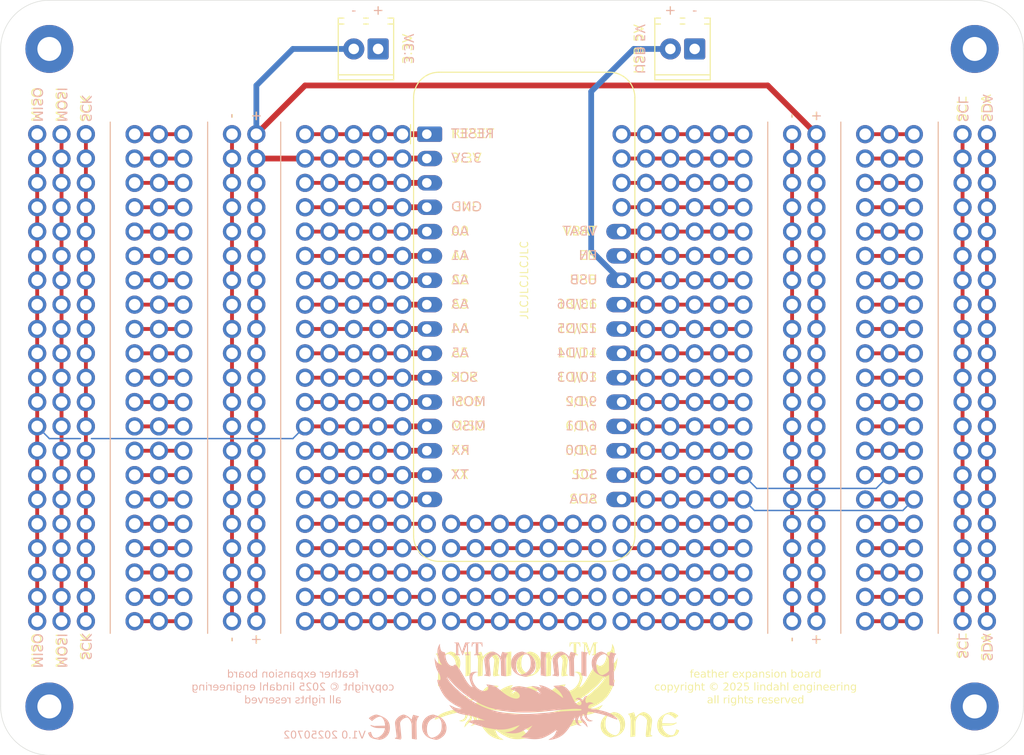
<source format=kicad_pcb>
(kicad_pcb (version 20241229) (generator "pcbnew") (generator_version "9.0")
  (layers (0 "F.Cu" signal) (2 "B.Cu" signal) (13 "F.Paste" user) (15 "B.Paste" user) (5 "F.SilkS" user "F.Silkscreen") (7 "B.SilkS" user "B.Silkscreen") (1 "F.Mask" user) (3 "B.Mask" user) (25 "Edge.Cuts" user))
  (net 0 "")
  (net 1 "/D0")
  (net 2 "/MISO")
  (net 3 "/SCL")
  (net 4 "/SDA")
  (net 5 "/A2")
  (net 6 "/EN")
  (net 7 "/EXTRA2")
  (net 8 "/A3")
  (net 9 "/D2")
  (net 10 "/D4")
  (net 11 "/MOSI")
  (net 12 "/A4")
  (net 13 "/VBAT")
  (net 14 "/A1")
  (net 15 "/RX")
  (net 16 "/TX")
  (net 17 "/D5")
  (net 18 "/D3")
  (net 19 "/RESET")
  (net 20 "/A0")
  (net 21 "/A5")
  (net 22 "/D6")
  (net 23 "/SCK")
  (net 24 "/D1")
  (net 25 "/EXTRA1")
  (net 65 "unconnected-(TS104-Pad1)")
  (net 66 "unconnected-(TS105-Pad1)")
  (net 77 "USB-5V")
  (net 78 "GND")
  (net 79 "+3V3")
  (footprint "LE Symbols:TieStrip-6" (layer "F.Cu") (at 109.22 109.22)
    (property "Reference" "TS36" (hide yes))
    (property "Value" "~" (hide yes))
  )
  (footprint "LE Symbols:TieStrip-3" (layer "F.Cu") (at 165.1 106.68)
    (property "Reference" "TS108" (hide yes))
    (property "Value" "~" (hide yes))
  )
  (footprint "LE Symbols:TieStrip-3" (layer "F.Cu") (at 88.9 68.58)
    (property "Reference" "TS64" (hide yes))
    (property "Value" "~" (hide yes))
  )
  (footprint "LE Symbols:TieStrip-5" (layer "F.Cu") (at 144.78 96.52)
    (property "Reference" "TS24" (hide yes))
    (property "Value" "~" (hide yes))
  )
  (footprint "LE Symbols:TieStrip-5" (layer "F.Cu") (at 109.22 63.5)
    (property "Reference" "TS27" (hide yes))
    (property "Value" "~" (hide yes))
  )
  (footprint "LE Symbols:TieStrip-3" (layer "F.Cu") (at 88.9 81.28)
    (property "Reference" "TS69" (hide yes))
    (property "Value" "~" (hide yes))
  )
  (footprint "LE Symbols:TieStrip-5" (layer "F.Cu") (at 109.22 81.28)
    (property "Reference" "TS8" (hide yes))
    (property "Value" "~" (hide yes))
  )
  (footprint "LE Symbols:TieStrip-3" (layer "F.Cu") (at 165.1 66.04)
    (property "Reference" "TS92" (hide yes))
    (property "Value" "~" (hide yes))
  )
  (footprint "LE Symbols:TieStrip-6" (layer "F.Cu") (at 142.24 63.5)
    (property "Reference" "TS58" (hide yes))
    (property "Value" "~" (hide yes))
  )
  (footprint "LE Symbols:TieStrip-6" (layer "F.Cu") (at 142.24 104.14)
    (property "Reference" "TS40" (hide yes))
    (property "Value" "~" (hide yes))
  )
  (footprint "LE Symbols:TieStrip-3" (layer "F.Cu") (at 88.9 96.52)
    (property "Reference" "TS75" (hide yes))
    (property "Value" "~" (hide yes))
  )
  (footprint "MountingHole:MountingHole_2.5mm_Pad_TopBottom" (layer "F.Cu") (at 77.47 120.65)
    (property "Reference" "H4" (hide yes))
    (property "Value" "MountingHole")
  )
  (footprint "LE Symbols:TieStrip-5" (layer "F.Cu") (at 144.78 71.12)
    (property "Reference" "TS28" (hide yes))
    (property "Value" "~" (hide yes))
  )
  (footprint "LE Symbols:TieStrip-6" (layer "F.Cu") (at 109.22 104.14)
    (property "Reference" "TS34" (hide yes))
    (property "Value" "~" (hide yes))
  )
  (footprint "LE Symbols:TieStrip-3" (layer "F.Cu") (at 165.1 71.12)
    (property "Reference" "TS94" (hide yes))
    (property "Value" "~" (hide yes))
  )
  (footprint "LE Symbols:TieStrip-6" (layer "F.Cu") (at 142.24 106.68)
    (property "Reference" "TS41" (hide yes))
    (property "Value" "~" (hide yes))
  )
  (footprint "LE Symbols:TieStrip-21" (layer "F.Cu") (at 96.52 86.36 90)
    (property "Reference" "TS33" (hide yes))
    (property "Value" "~" (hide yes))
  )
  (footprint "LE Symbols:TieStrip-6" (layer "F.Cu") (at 142.24 60.96)
    (property "Reference" "TS57" (hide yes))
    (property "Value" "~" (hide yes))
  )
  (footprint "LE Symbols:TieStrip-3" (layer "F.Cu") (at 165.1 93.98)
    (property "Reference" "TS103" (hide yes))
    (property "Value" "~" (hide yes))
  )
  (footprint "LE Symbols:TieStrip-5" (layer "F.Cu") (at 144.78 83.82)
    (property "Reference" "TS14" (hide yes))
    (property "Value" "~" (hide yes))
  )
  (footprint "LE Symbols:TieStrip-6" (layer "F.Cu") (at 142.24 109.22)
    (property "Reference" "TS43" (hide yes))
    (property "Value" "~" (hide yes))
  )
  (footprint "LE Symbols:TieStrip-3" (layer "F.Cu") (at 165.1 83.82)
    (property "Reference" "TS99" (hide yes))
    (property "Value" "~" (hide yes))
  )
  (footprint "LE Symbols:TieStrip-21" (layer "F.Cu") (at 175.26 86.36 90)
    (property "Reference" "TS49" (hide yes))
    (property "Value" "~" (hide yes))
  )
  (footprint "LE Symbols:TieStrip-3" (layer "F.Cu") (at 88.9 91.44)
    (property "Reference" "TS73" (hide yes))
    (property "Value" "~" (hide yes))
  )
  (footprint "LE Symbols:TieStrip-3" (layer "F.Cu") (at 88.9 63.5)
    (property "Reference" "TS62" (hide yes))
    (property "Value" "~" (hide yes))
  )
  (footprint "LE Symbols:TieStrip-5" (layer "F.Cu") (at 109.22 83.82)
    (property "Reference" "TS9" (hide yes))
    (property "Value" "~" (hide yes))
  )
  (footprint "LE Symbols:TieStrip-6" (layer "F.Cu") (at 142.24 68.58)
    (property "Reference" "TS60" (hide yes))
    (property "Value" "~" (hide yes))
  )
  (footprint "LE Symbols:TieStrip-21" (layer "F.Cu") (at 157.48 86.36 -90)
    (property "Reference" "TS29" (hide yes))
    (property "Value" "~" (hide yes))
  )
  (footprint "LE Symbols:TieStrip-5" (layer "F.Cu") (at 109.22 96.52)
    (property "Reference" "TS22" (hide yes))
    (property "Value" "~" (hide yes))
  )
  (footprint "LE Symbols:TieStrip-6" (layer "F.Cu") (at 109.22 101.6)
    (property "Reference" "TS31" (hide yes))
    (property "Value" "~" (hide yes))
  )
  (footprint "LE Symbols:TieStrip-3" (layer "F.Cu") (at 165.1 76.2)
    (property "Reference" "TS96" (hide yes))
    (property "Value" "~" (hide yes))
  )
  (footprint "LE Symbols:TieStrip-5" (layer "F.Cu") (at 144.78 91.44)
    (property "Reference" "TS11" (hide yes))
    (property "Value" "~" (hide yes))
  )
  (footprint "MountingHole:MountingHole_2.5mm_Pad_TopBottom" (layer "F.Cu") (at 173.99 52.07)
    (property "Reference" "H1" (hide yes))
    (property "Value" "MountingHole")
  )
  (footprint "LE Symbols:TieStrip-5" (layer "F.Cu") (at 144.78 86.36)
    (property "Reference" "TS13" (hide yes))
    (property "Value" "~" (hide yes))
  )
  (footprint "LE Symbols:TieStrip-6" (layer "F.Cu") (at 142.24 101.6)
    (property "Reference" "TS39" (hide yes))
    (property "Value" "~" (hide yes))
  )
  (footprint "LE Symbols:TieStrip-3" (layer "F.Cu") (at 88.9 88.9)
    (property "Reference" "TS72" (hide yes))
    (property "Value" "~" (hide yes))
  )
  (footprint "LE Symbols:TieStrip-3" (layer "F.Cu") (at 165.1 96.52)
    (property "Reference" "TS104" (hide yes))
    (property "Value" "~" (hide yes))
  )
  (footprint "LE Symbols:TieStrip-21" (layer "F.Cu") (at 76.2 86.36 90)
    (property "Reference" "TS37" (hide yes))
    (property "Value" "~" (hide yes))
  )
  (footprint "LE Symbols:TieStrip-5" (layer "F.Cu") (at 144.78 93.98)
    (property "Reference" "TS10" (hide yes))
    (property "Value" "~" (hide yes))
  )
  (footprint "LE Symbols:TieStrip-3" (layer "F.Cu") (at 165.1 99.06)
    (property "Reference" "TS105" (hide yes))
    (property "Value" "~" (hide yes))
  )
  (footprint "LE Symbols:TieStrip-5" (layer "F.Cu") (at 144.78 88.9)
    (property "Reference" "TS12" (hide yes))
    (property "Value" "~" (hide yes))
  )
  (footprint "LE Symbols:TieStrip-5" (layer "F.Cu") (at 109.22 78.74)
    (property "Reference" "TS7" (hide yes))
    (property "Value" "~" (hide yes))
  )
  (footprint "LE Symbols:TieStrip-21" (layer "F.Cu") (at 154.94 86.36 -90)
    (property "Reference" "TS30" (hide yes))
    (property "Value" "~" (hide yes))
  )
  (footprint "LE Symbols:TieStrip-3" (layer "F.Cu") (at 165.1 91.44)
    (property "Reference" "TS102" (hide yes))
    (property "Value" "~" (hide yes))
  )
  (footprint "LE Symbols:TieStrip-5" (layer "F.Cu") (at 109.22 88.9)
    (property "Reference" "TS19" (hide yes))
    (property "Value" "~" (hide yes))
  )
  (footprint "LE Symbols:TieStrip-5" (layer "F.Cu") (at 109.22 76.2)
    (property "Reference" "TS6" (hide yes))
    (property "Value" "~" (hide yes))
  )
  (footprint "LE Symbols:TieStrip-3" (layer "F.Cu") (at 165.1 81.28)
    (property "Reference" "TS98" (hide yes))
    (property "Value" "~" (hide yes))
  )
  (footprint "LE Symbols:TieStrip-3" (layer "F.Cu") (at 165.1 60.96)
    (property "Reference" "TS90" (hide yes))
    (property "Value" "~" (hide yes))
  )
  (footprint "LE Symbols:TieStrip-5" (layer "F.Cu") (at 109.22 86.36)
    (property "Reference" "TS18" (hide yes))
    (property "Value" "~" (hide yes))
  )
  (footprint "LE Symbols:TieStrip-5" (layer "F.Cu") (at 144.78 99.06)
    (property "Reference" "TS23" (hide yes))
    (property "Value" "~" (hide yes))
  )
  (footprint "LE Symbols:TieStrip-3" (layer "F.Cu") (at 88.9 66.04)
    (property "Reference" "TS63" (hide yes))
    (property "Value" "~" (hide yes))
  )
  (footprint "LE Symbols:TieStrip-7" (layer "F.Cu") (at 124.46 104.14)
    (property "Reference" "TS112" (hide yes))
    (property "Value" "~" (hide yes))
  )
  (footprint "LE Symbols:TieStrip-5" (layer "F.Cu") (at 144.78 81.28)
    (property "Reference" "TS15" (hide yes))
    (property "Value" "~" (hide yes))
  )
  (footprint "LE Symbols:TieStrip-3" (layer "F.Cu") (at 165.1 104.14)
    (property "Reference" "TS107" (hide yes))
    (property "Value" "~" (hide yes))
  )
  (footprint "LE Symbols:TieStrip-3" (layer "F.Cu") (at 165.1 101.6)
    (property "Reference" "TS106" (hide yes))
    (property "Value" "~" (hide yes))
  )
  (footprint "LE Symbols:TieStrip-3" (layer "F.Cu") (at 88.9 106.68)
    (property "Reference" "TS79" (hide yes))
    (property "Value" "~" (hide yes))
  )
  (footprint "LE Symbols:TieStrip-21" (layer "F.Cu") (at 172.72 86.36 90)
    (property "Reference" "TS53" (hide yes))
    (property "Value" "~" (hide yes))
  )
  (footprint "LE Symbols:TieStrip-5" (layer "F.Cu") (at 109.22 68.58)
    (property "Reference" "TS25" (hide yes))
    (property "Value" "~" (hide yes))
  )
  (footprint "LE Symbols:TieStrip-3" (layer "F.Cu") (at 88.9 111.76)
    (property "Reference" "TS89" (hide yes))
    (property "Value" "~" (hide yes))
  )
  (footprint "LE Symbols:TieStrip-3" (layer "F.Cu") (at 88.9 71.12)
    (property "Reference" "TS65" (hide yes))
    (property "Value" "~" (hide yes))
  )
  (footprint "LE Symbols:TieStrip-3" (layer "F.Cu") (at 165.1 109.22)
    (property "Reference" "TS109" (hide yes))
    (property "Value" "~" (hide yes))
  )
  (footprint "LE Symbols:TieStrip-5" (layer "F.Cu") (at 144.78 73.66)
    (property "Reference" "TS2" (hide yes))
    (property "Value" "~" (hide yes))
  )
  (footprint "LE Symbols:TieStrip-3" (layer "F.Cu") (at 88.9 93.98)
    (property "Reference" "TS74" (hide yes))
    (property "Value" "~" (hide yes))
  )
  (footprint "LE Symbols:TieStrip-3" (layer "F.Cu") (at 165.1 86.36)
    (property "Reference" "TS100" (hide yes))
    (property "Value" "~" (hide yes))
  )
  (footprint "LE Symbols:TieStrip-5" (layer "F.Cu") (at 144.78 76.2)
    (property "Reference" "TS26" (hide yes))
    (property "Value" "~" (hide yes))
  )
  (footprint "LE Symbols:TieStrip-7" (layer "F.Cu") (at 124.46 101.6)
    (property "Reference" "TS111" (hide yes))
    (property "Value" "~" (hide yes))
  )
  (footprint "LE Symbols:TieStrip-7" (layer "F.Cu") (at 124.46 111.76)
    (property "Reference" "TS115" (hide yes))
    (property "Value" "~" (hide yes))
  )
  (footprint "LE Symbols:TieStrip-3" (layer "F.Cu") (at 165.1 63.5)
    (property "Reference" "TS91" (hide yes))
    (property "Value" "~" (hide yes))
  )
  (footprint "LE Symbols:TieStrip-7" (layer "F.Cu") (at 124.46 106.68)
    (property "Reference" "TS113" (hide yes))
    (property "Value" "~" (hide yes))
  )
  (footprint "LE Symbols:TieStrip-3" (layer "F.Cu") (at 165.1 73.66)
    (property "Reference" "TS95" (hide yes))
    (property "Value" "~" (hide yes))
  )
  (footprint "LE Symbols:TieStrip-21" (layer "F.Cu") (at 81.28 86.36 90)
    (property "Reference" "TS48" (hide yes))
    (property "Value" "~" (hide yes))
  )
  (footprint "LE Symbols:TieStrip-3" (layer "F.Cu") (at 88.9 101.6)
    (property "Reference" "TS77" (hide yes))
    (property "Value" "~" (hide yes))
  )
  (footprint "LE Symbols:TieStrip-3" (layer "F.Cu") (at 88.9 76.2)
    (property "Reference" "TS67" (hide yes))
    (property "Value" "~" (hide yes))
  )
  (footprint "LE Symbols:TieStrip-5" (layer "F.Cu") (at 109.22 71.12)
    (property "Reference" "TS4" (hide yes))
    (property "Value" "~" (hide yes))
  )
  (footprint "LE Symbols:TieStrip-3" (layer "F.Cu") (at 88.9 109.22)
    (property "Reference" "TS80" (hide yes))
    (property "Value" "~" (hide yes))
  )
  (footprint "LE Symbols:TieStrip-5" (layer "F.Cu") (at 109.22 99.06)
    (property "Reference" "TS17" (hide yes))
    (property "Value" "~" (hide yes))
  )
  (footprint "LE Symbols:TieStrip-3" (layer "F.Cu") (at 88.9 60.96)
    (property "Reference" "TS61" (hide yes))
    (property "Value" "~" (hide yes))
  )
  (footprint "LE Symbols:TieStrip-5" (layer "F.Cu") (at 109.22 66.04)
    (property "Reference" "TS3" (hide yes))
    (property "Value" "~" (hide yes))
  )
  (footprint "LE Symbols:TieStrip-3" (layer "F.Cu") (at 88.9 78.74)
    (property "Reference" "TS68" (hide yes))
    (property "Value" "~" (hide yes))
  )
  (footprint "LE Symbols:TieStrip-6" (layer "F.Cu") (at 109.22 111.76)
    (property "Reference" "TS38" (hide yes))
    (property "Value" "~" (hide yes))
  )
  (footprint "LE Symbols:TieStrip-5" (layer "F.Cu") (at 144.78 78.74)
    (property "Reference" "TS16" (hide yes))
    (property "Value" "~" (hide yes))
  )
  (footprint "LE Symbols:TieStrip-5" (layer "F.Cu") (at 109.22 60.96)
    (property "Reference" "TS1" (hide yes))
    (property "Value" "~" (hide yes))
  )
  (footprint "MountingHole:MountingHole_2.5mm_Pad_TopBottom" (layer "F.Cu") (at 173.99 120.65)
    (property "Reference" "H2" (hide yes))
    (property "Value" "MountingHole")
  )
  (footprint "LE Symbols:TieStrip-3" (layer "F.Cu") (at 88.9 86.36)
    (property "Reference" "TS71" (hide yes))
    (property "Value" "~" (hide yes))
  )
  (footprint "LE Symbols:TieStrip-3" (layer "F.Cu") (at 88.9 99.06)
    (property "Reference" "TS76" (hide yes))
    (property "Value" "~" (hide yes))
  )
  (footprint "LE Symbols:TieStrip-5" (layer "F.Cu") (at 109.22 73.66)
    (property "Reference" "TS5" (hide yes))
    (property "Value" "~" (hide yes))
  )
  (footprint "LE Symbols:TieStrip-5" (layer "F.Cu") (at 109.22 93.98)
    (property "Reference" "TS21" (hide yes))
    (property "Value" "~" (hide yes))
  )
  (footprint "LE Symbols:TieStrip-3" (layer "F.Cu") (at 88.9 73.66)
    (property "Reference" "TS66" (hide yes))
    (property "Value" "~" (hide yes))
  )
  (footprint "LE Symbols:TieStrip-7" (layer "F.Cu") (at 124.46 109.22)
    (property "Reference" "TS114" (hide yes))
    (property "Value" "~" (hide yes))
  )
  (footprint "LE Symbols:TieStrip-21" (layer "F.Cu") (at 78.74 86.36 90)
    (property "Reference" "TS42" (hide yes))
    (property "Value" "~" (hide yes))
  )
  (footprint "LE Symbols:TieStrip-6" (layer "F.Cu") (at 109.22 106.68)
    (property "Reference" "TS35" (hide yes))
    (property "Value" "~" (hide yes))
  )
  (footprint "LE Symbols:TieStrip-3" (layer "F.Cu") (at 165.1 78.74)
    (property "Reference" "TS97" (hide yes))
    (property "Value" "~" (hide yes))
  )
  (footprint "MountingHole:MountingHole_2.5mm_Pad_TopBottom" (layer "F.Cu") (at 77.47 52.07)
    (property "Reference" "H3" (hide yes))
    (property "Value" "MountingHole")
  )
  (footprint "LE Symbols:TieStrip-3" (layer "F.Cu") (at 88.9 104.14)
    (property "Reference" "TS78" (hide yes))
    (property "Value" "~" (hide yes))
  )
  (footprint "LE Symbols:TieStrip-3" (layer "F.Cu") (at 165.1 68.58)
    (property "Reference" "TS93" (hide yes))
    (property "Value" "~" (hide yes))
  )
  (footprint "LE Symbols:TieStrip-3" (layer "F.Cu") (at 165.1 111.76)
    (property "Reference" "TS110" (hide yes))
    (property "Value" "~" (hide yes))
  )
  (footprint "LE Symbols:TieStrip-3" (layer "F.Cu") (at 88.9 83.82)
    (property "Reference" "TS70" (hide yes))
    (property "Value" "~" (hide yes))
  )
  (footprint "LE Symbols:TerminalBlock_screw_2.54_left" (layer "F.Cu") (at 111.76 52.07 180)
    (property "Reference" "J1" (hide yes))
    (property "Value" "Screw_Terminal_01x02")
  )
  (footprint "LE Symbols:TieStrip-3" (layer "F.Cu") (at 165.1 88.9)
    (property "Reference" "TS101" (hide yes))
    (property "Value" "~" (hide yes))
  )
  (footprint "LE Symbols:TieStrip-5" (layer "F.Cu") (at 109.22 91.44)
    (property "Reference" "TS20" (hide yes))
    (property "Value" "~" (hide yes))
  )
  (footprint "LE Symbols:TieStrip-21" (layer "F.Cu") (at 99.06 86.36 90)
    (property "Reference" "TS32" (hide yes))
    (property "Value" "~" (hide yes))
  )
  (footprint "LE Symbols:TieStrip-6" (layer "F.Cu") (at 142.24 66.04)
    (property "Reference" "TS59" (hide yes))
    (property "Value" "~" (hide yes))
  )
  (footprint "Module:Adafruit_Feather" (layer "F.Cu") (at 116.84 60.96)
    (property "Reference" "A1" (hide yes))
    (property "Value" "Adafruit_Feather_Generic")
  )
  (footprint "LE Symbols:TieStrip-6" (layer "F.Cu") (at 142.24 111.76)
    (property "Reference" "TS44" (hide yes))
    (property "Value" "~" (hide yes))
  )
  (footprint "LE Symbols:TerminalBlock_screw_2.54_left" (layer "F.Cu") (at 144.78 52.07 180)
    (property "Reference" "J2" (hide yes))
    (property "Value" "Screw_Terminal_01x02")
  )
  (gr_line (start 83.82 59.69) (end 83.82 113.03) (stroke (width 0.1)) (layer "F.SilkS"))
  (gr_poly (pts (xy 125.119727 117.512618) (xy 125.119625 117.512618) (xy 125.119728 117.512597)) (fill yes) (layer "F.SilkS"))
  (gr_poly (pts (xy 130.680295 114.933146) (xy 130.723004 114.941453) (xy 130.765141 114.951614) (xy 130.806709 114.963631) (xy 130.847709 114.977503) (xy 130.888143 114.99323) (xy 130.928012 115.010812) (xy 130.967317 115.03025) (xy 131.00606 115.051542) (xy 131.044243 115.074689) (xy 131.081866 115.099691) (xy 131.118932 115.126548) (xy 131.155442 115.15526) (xy 131.191398 115.185827) (xy 131.2268 115.218249) (xy 131.261651 115.252526) (xy 131.295141 115.28753) (xy 131.32646 115.322475) (xy 131.355611 115.35736) (xy 131.382594 115.392184) (xy 131.40741 115.426945) (xy 131.430062 115.461641) (xy 131.45055 115.496271) (xy 131.468876 115.530833) (xy 131.48504 115.565327) (xy 131.499045 115.59975) (xy 131.510892 115.634101) (xy 131.520582 115.668378) (xy 131.528116 115.702581) (xy 131.533496 115.736707) (xy 131.536723 115.770755) (xy 131.537798 115.804723) (xy 131.537632 115.821588) (xy 131.537074 115.840587) (xy 131.536623 115.850863) (xy 131.536041 115.861644) (xy 131.535319 115.87292) (xy 131.534446 115.884682) (xy 131.532247 115.908979) (xy 131.529506 115.933819) (xy 131.526288 115.959136) (xy 131.52266 115.984862) (xy 131.397184 117.020266) (xy 131.390237 117.071294) (xy 131.384585 117.115465) (xy 131.383444 117.125048) (xy 131.38252 117.133603) (xy 131.381246 117.147636) (xy 131.3806 117.157572) (xy 131.380421 117.163421) (xy 131.380697 117.183139) (xy 131.381526 117.201894) (xy 131.382907 117.219666) (xy 131.384841 117.236434) (xy 131.387327 117.252178) (xy 131.390365 117.266878) (xy 131.392092 117.27383) (xy 131.393956 117.280513) (xy 131.395959 117.286924) (xy 131.3981 117.293062) (xy 131.400502 117.298875) (xy 131.402987 117.304312) (xy 131.405555 117.309372) (xy 131.408207 117.314057) (xy 131.410944 117.318366) (xy 131.413767 117.3223) (xy 131.416678 117.325858) (xy 131.419677 117.329041) (xy 131.422765 117.33185) (xy 131.425943 117.334283) (xy 131.429213 117.336341) (xy 131.432575 117.338025) (xy 131.436031 117.339335) (xy 131.437794 117.339849) (xy 131.439581 117.34027) (xy 131.441392 117.340597) (xy 131.443227 117.340831) (xy 131.446969 117.341018) (xy 131.447687 117.340998) (xy 131.448587 117.340939) (xy 131.450938 117.340708) (xy 131.454042 117.340337) (xy 131.457916 117.339837) (xy 131.468057 117.338489) (xy 131.481512 117.336751) (xy 131.496023 117.335002) (xy 131.510353 117.3335) (xy 131.537901 117.330858) (xy 131.547959 117.432763) (xy 131.066477 117.502562) (xy 131.059813 117.503782) (xy 131.053092 117.504926) (xy 131.046332 117.505993) (xy 131.039554 117.506984) (xy 131.032775 117.507898) (xy 131.026015 117.508736) (xy 131.012629 117.510183) (xy 130.999362 117.511309) (xy 130.987191 117.512102) (xy 130.981465 117.512376) (xy 130.975953 117.512571) (xy 130.970635 117.512686) (xy 130.965489 117.512725) (xy 130.963596 117.512668) (xy 130.961708 117.512498) (xy 130.959825 117.512214) (xy 130.957946 117.511817) (xy 130.956071 117.511307) (xy 130.9542 117.510685) (xy 130.952332 117.50995) (xy 130.950467 117.509102) (xy 130.948605 117.508142) (xy 130.946746 117.50707) (xy 130.944888 117.505887) (xy 130.943032 117.504591) (xy 130.941177 117.503185) (xy 130.939324 117.501667) (xy 130.937471 117.500037) (xy 130.935618 117.498297) (xy 130.931913 117.494485) (xy 130.928204 117.490231) (xy 130.924491 117.485538) (xy 130.920769 117.480406) (xy 130.917037 117.474837) (xy 130.913291 117.468832) (xy 130.909529 117.462394) (xy 130.905749 117.455523) (xy 130.90222 117.448358) (xy 130.898912 117.441074) (xy 130.895824 117.433671) (xy 130.892959 117.42615) (xy 130.890317 117.41851) (xy 130.887899 117.410752) (xy 130.885707 117.402875) (xy 130.883741 117.394881) (xy 130.882002 117.386769) (xy 130.880492 117.378539) (xy 130.879211 117.370192) (xy 130.878161 117.361727) (xy 130.877342 117.353145) (xy 130.876756 117.344445) (xy 130.876403 117.335629) (xy 130.876286 117.326696) (xy 130.876366 117.321526) (xy 130.876608 117.31485) (xy 130.877568 117.296928) (xy 130.879157 117.272833) (xy 130.881365 117.24247) (xy 130.882644 117.223697) (xy 130.883905 117.206592) (xy 130.885166 117.19122) (xy 130.886445 117.177648) (xy 130.997595 116.051311) (xy 131.00444 115.982413) (xy 131.00938 115.92929) (xy 131.010975 115.907607) (xy 131.012009 115.889182) (xy 131.012566 115.873768) (xy 131.012733 115.861117) (xy 131.011776 115.834019) (xy 131.008906 115.807019) (xy 131.004123 115.780117) (xy 130.997431 115.753313) (xy 130.988829 115.726607) (xy 130.97832 115.7) (xy 130.965903 115.673492) (xy 130.951582 115.647082) (xy 130.935357 115.62077) (xy 130.91723 115.594558) (xy 130.897201 115.568445) (xy 130.875273 115.542432) (xy 130.851446 115.516517) (xy 130.825722 115.490703) (xy 130.798102 115.464988) (xy 130.768588 115.439373) (xy 130.737969 115.41459) (xy 130.707034 115.39141) (xy 130.675786 115.369831) (xy 130.644225 115.349853) (xy 130.612352 115.331476) (xy 130.58017 115.3147) (xy 130.547679 115.299523) (xy 130.51488 115.285946) (xy 130.481775 115.273968) (xy 130.448366 115.263588) (xy 130.414654 115.254807) (xy 130.380639 115.247623) (xy 130.346324 115.242036) (xy 130.311709 115.238046) (xy 130.276796 115.235652) (xy 130.241587 115.234855) (xy 130.22899 115.234855) (xy 130.228581 115.234748) (xy 130.207899 115.247929) (xy 130.187538 115.262215) (xy 130.167501 115.277607) (xy 130.147791 115.294106) (xy 130.128414 115.311714) (xy 130.109371 115.330432) (xy 130.090668 115.350263) (xy 130.072307 115.371209) (xy 130.054293 115.393269) (xy 130.036629 115.416447) (xy 130.019319 115.440744) (xy 130.002366 115.466162) (xy 129.985775 115.492701) (xy 129.969549 115.520365) (xy 129.953692 115.549154) (xy 129.938207 115.57907) (xy 129.923346 115.609279) (xy 129.909395 115.639291) (xy 129.896356 115.669105) (xy 129.88423 115.698721) (xy 129.873018 115.72814) (xy 129.86272 115.757362) (xy 129.853339 115.786385) (xy 129.844874 115.815212) (xy 129.837327 115.84384) (xy 129.8307 115.872271) (xy 129.824992 115.900505) (xy 129.820206 115.92854) (xy 129.816341 115.956379) (xy 129.8134 115.984019) (xy 129.811383 116.011462) (xy 129.810291 116.038708) (xy 129.785908 117.447899) (xy 129.285833 117.512719) (xy 129.315296 115.876247) (xy 129.315296 115.829107) (xy 129.315137 115.809909) (xy 129.314655 115.790861) (xy 129.313839 115.771939) (xy 129.31268 115.753121) (xy 129.311168 115.734384) (xy 129.309295 115.715705) (xy 129.30705 115.697062) (xy 129.304424 115.678432) (xy 129.301452 115.66026) (xy 129.298251 115.642327) (xy 129.294818 115.624644) (xy 129.291153 115.607222) (xy 129.287255 115.590071) (xy 129.283122 115.573203) (xy 129.278754 115.556627) (xy 129.274148 115.540355) (xy 129.200082 115.291233) (xy 129.196302 115.27735) (xy 129.192495 115.264756) (xy 129.188642 115.253482) (xy 129.186694 115.248349) (xy 129.184727 115.243557) (xy 129.18274 115.239111) (xy 129.180731 115.235014) (xy 129.178697 115.23127) (xy 129.176636 115.227882) (xy 129.174545 115.224856) (xy 129.172424 115.222194) (xy 129.170269 115.219901) (xy 129.168078 115.21798) (xy 129.165933 115.216136) (xy 129.163614 115.214413) (xy 129.161124 115.21281) (xy 129.158464 115.211329) (xy 129.155638 115.209967) (xy 129.152648 115.208726) (xy 129.149495 115.207604) (xy 129.146184 115.206601) (xy 129.142714 115.205718) (xy 129.139091 115.204953) (xy 129.135314 115.204307) (xy 129.131388 115.203778) (xy 129.127314 115.203368) (xy 129.123095 115.203076) (xy 129.118732 115.2029) (xy 129.11423 115.202842) (xy 129.084767 115.202842) (xy 129.057844 115.106931) (xy 129.654643 114.951179) (xy 129.669719 114.987166) (xy 129.684025 115.022497) (xy 129.697582 115.057154) (xy 129.710408 115.091119) (xy 129.722525 115.124375) (xy 129.733953 115.156903) (xy 129.744711 115.188686) (xy 129.754821 115.219706) (xy 129.763998 115.250444) (xy 129.772631 115.280783) (xy 129.780719 115.310724) (xy 129.78826 115.340269) (xy 129.795253 115.369418) (xy 129.801698 115.398173) (xy 129.807592 115.426536) (xy 129.812936 115.454506) (xy 129.872493 115.39517) (xy 129.930549 115.339616) (xy 129.987117 115.287847) (xy 130.042209 115.239862) (xy 130.09584 115.195664) (xy 130.148021 115.155253) (xy 130.198766 115.118631) (xy 130.248089 115.085798) (xy 130.272397 115.07053) (xy 130.296705 115.055971) (xy 130.321012 115.04212) (xy 130.34532 115.028977) (xy 130.369628 115.016543) (xy 130.393936 115.004819) (xy 130.418244 114.993804) (xy 130.442552 114.9835) (xy 130.466859 114.973907) (xy 130.491167 114.965025) (xy 130.515475 114.956855) (xy 130.539783 114.949397) (xy 130.564091 114.942651) (xy 130.588398 114.936618) (xy 130.612706 114.931299) (xy 130.637014 114.926694)) (fill yes) (layer "F.SilkS"))
  (gr_line (start 170.18 59.69) (end 170.18 113.03) (stroke (width 0.1)) (layer "F.SilkS"))
  (gr_poly (pts (xy 136.39301 121.242352) (xy 136.456751 121.25066) (xy 136.518969 121.261418) (xy 136.579661 121.274625) (xy 136.638829 121.290279) (xy 136.69647 121.308378) (xy 136.752584 121.328921) (xy 136.80717 121.351907) (xy 136.860228 121.377333) (xy 136.911757 121.405198) (xy 136.961755 121.435501) (xy 137.010222 121.46824) (xy 137.057157 121.503414) (xy 137.10256 121.54102) (xy 137.14643 121.581058) (xy 137.188765 121.623525) (xy 137.229223 121.667867) (xy 137.26706 121.71353) (xy 137.302276 121.760513) (xy 137.334874 121.808816) (xy 137.364855 121.858439) (xy 137.392221 121.90938) (xy 137.416973 121.96164) (xy 137.439113 122.015218) (xy 137.458643 122.070115) (xy 137.475563 122.126328) (xy 137.489876 122.183859) (xy 137.501583 122.242706) (xy 137.510686 122.30287) (xy 137.517186 122.36435) (xy 137.521084 122.427145) (xy 137.522384 122.491255) (xy 137.521283 122.550597) (xy 137.517978 122.608949) (xy 137.512469 122.66631) (xy 137.504753 122.722677) (xy 137.49483 122.778049) (xy 137.482696 122.832423) (xy 137.468352 122.885798) (xy 137.451795 122.938171) (xy 137.433024 122.989541) (xy 137.412037 123.039906) (xy 137.388832 123.089264) (xy 137.363408 123.137612) (xy 137.335764 123.184949) (xy 137.305898 123.231273) (xy 137.273808 123.276581) (xy 137.239492 123.320873) (xy 137.203501 123.363771) (xy 137.165984 123.404799) (xy 137.126943 123.443953) (xy 137.08638 123.481232) (xy 137.044298 123.516634) (xy 137.000699 123.550155) (xy 136.955586 123.581794) (xy 136.90896 123.611548) (xy 136.860825 123.639415) (xy 136.811183 123.665392) (xy 136.760035 123.689477) (xy 136.707385 123.711668) (xy 136.653235 123.731963) (xy 136.597586 123.750359) (xy 136.540443 123.766853) (xy 136.481805 123.781443) (xy 136.089676 123.872967) (xy 136.089944 123.873236) (xy 136.030629 123.873236) (xy 136.014179 123.872849) (xy 135.997239 123.871688) (xy 135.979809 123.869754) (xy 135.961889 123.867046) (xy 135.943481 123.863564) (xy 135.924584 123.859308) (xy 135.905198 123.854279) (xy 135.885325 123.848476) (xy 135.864964 123.841899) (xy 135.844116 123.834549) (xy 135.822781 123.826424) (xy 135.80096 123.817526) (xy 135.778653 123.807855) (xy 135.75586 123.797409) (xy 135.732582 123.78619) (xy 135.70882 123.774197) (xy 135.660673 123.748331) (xy 135.612658 123.720257) (xy 135.564781 123.689982) (xy 135.517049 123.657511) (xy 135.469469 123.622851) (xy 135.422045 123.586008) (xy 135.374785 123.546989) (xy 135.327695 123.505799) (xy 135.306273 123.486307) (xy 135.285488 123.46628) (xy 135.265344 123.445716) (xy 135.245842 123.424613) (xy 135.226985 123.402971) (xy 135.208775 123.380788) (xy 135.191214 123.358064) (xy 135.174305 123.334796) (xy 135.158051 123.310985) (xy 135.142453 123.286628) (xy 135.127514 123.261724) (xy 135.113236 123.236273) (xy 135.099623 123.210273) (xy 135.086675 123.183723) (xy 135.074395 123.156622) (xy 135.062786 123.128969) (xy 135.05186 123.101001) (xy 135.041627 123.072658) (xy 135.032089 123.043943) (xy 135.023248 123.014858) (xy 135.015105 122.985404) (xy 135.007662 122.955585) (xy 135.00092 122.925402) (xy 134.994881 122.894859) (xy 134.989547 122.863957) (xy 134.984919 122.832698) (xy 134.980999 122.801086) (xy 134.977788 122.769123) (xy 134.975288 122.73681) (xy 134.9735 122.70415) (xy 134.972426 122.671147) (xy 134.972068 122.637801) (xy 134.973131 122.58397) (xy 134.97632 122.530777) (xy 134.981634 122.478224) (xy 134.98846 122.430597) (xy 135.470214 122.430597) (xy 135.471524 122.513934) (xy 135.475464 122.593037) (xy 135.482047 122.6679) (xy 135.491283 122.738517) (xy 135.496901 122.772231) (xy 135.503187 122.804881) (xy 135.510143 122.836467) (xy 135.517771 122.866987) (xy 135.526071 122.896441) (xy 135.535047 122.924828) (xy 135.544698 122.952147) (xy 135.555028 122.978397) (xy 135.565964 123.003994) (xy 135.577836 123.029353) (xy 135.590644 123.054476) (xy 135.604388 123.079365) (xy 135.619065 123.104021) (xy 135.634676 123.128446) (xy 135.651219 123.152642) (xy 135.668694 123.176609) (xy 135.6871 123.20035) (xy 135.706436 123.223866) (xy 135.726702 123.247159) (xy 135.747897 123.270229) (xy 135.770019 123.29308) (xy 135.793068 123.315712) (xy 135.817044 123.338128) (xy 135.841945 123.360327) (xy 135.859514 123.374965) (xy 135.877598 123.389386) (xy 135.896196 123.403588) (xy 135.915305 123.417567) (xy 135.934926 123.431322) (xy 135.955057 123.444849) (xy 135.975697 123.458146) (xy 135.996844 123.471209) (xy 136.018497 123.484037) (xy 136.040656 123.496626) (xy 136.063319 123.508973) (xy 136.086485 123.521077) (xy 136.110152 123.532933) (xy 136.13432 123.54454) (xy 136.158987 123.555894) (xy 136.184152 123.566994) (xy 136.233508 123.587575) (xy 136.27992 123.605433) (xy 136.323388 123.620561) (xy 136.363911 123.632952) (xy 136.383069 123.63812) (xy 136.401491 123.642601) (xy 136.419177 123.646395) (xy 136.436127 123.649501) (xy 136.452341 123.651918) (xy 136.467819 123.653645) (xy 136.482561 123.654682) (xy 136.496567 123.655028) (xy 136.5012 123.65499) (xy 136.506255 123.654873) (xy 136.511749 123.654674) (xy 136.517703 123.654391) (xy 136.524135 123.654019) (xy 136.531065 123.653556) (xy 136.546489 123.652344) (xy 136.561406 123.651287) (xy 136.574235 123.650532) (xy 136.584799 123.65008) (xy 136.592922 123.649929) (xy 136.592922 123.64966) (xy 136.621274 123.633019) (xy 136.648557 123.615807) (xy 136.674772 123.598027) (xy 136.69992 123.57968) (xy 136.724003 123.560768) (xy 136.747019 123.541294) (xy 136.768971 123.521259) (xy 136.789859 123.500666) (xy 136.809684 123.479516) (xy 136.828446 123.457811) (xy 136.846147 123.435553) (xy 136.862788 123.412745) (xy 136.878368 123.389387) (xy 136.892889 123.365483) (xy 136.906352 123.341034) (xy 136.918757 123.316042) (xy 136.930313 123.290172) (xy 136.941126 123.262989) (xy 136.951196 123.234495) (xy 136.960522 123.20469) (xy 136.969105 123.173577) (xy 136.976943 123.141158) (xy 136.984037 123.107433) (xy 136.990386 123.072404) (xy 136.995989 123.036073) (xy 137.000846 122.998441) (xy 137.004958 122.959511) (xy 137.008322 122.919283) (xy 137.01094 122.877759) (xy 137.01281 122.834941) (xy 137.013932 122.79083) (xy 137.014307 122.745428) (xy 137.013146 122.676823) (xy 137.009666 122.610102) (xy 137.003866 122.545264) (xy 136.995749 122.482306) (xy 136.985316 122.421226) (xy 136.972567 122.362021) (xy 136.957504 122.304689) (xy 136.940128 122.249228) (xy 136.92044 122.195635) (xy 136.898442 122.143908) (xy 136.874134 122.094044) (xy 136.847518 122.046042) (xy 136.818595 121.999899) (xy 136.787366 121.955612) (xy 136.753833 121.913179) (xy 136.717995 121.872598) (xy 136.679956 121.833927) (xy 136.639816 121.797323) (xy 136.597573 121.762784) (xy 136.553229 121.73031) (xy 136.506781 121.699897) (xy 136.458231 121.671544) (xy 136.407577 121.645248) (xy 136.35482 121.621009) (xy 136.299958 121.598823) (xy 136.242992 121.57869) (xy 136.18392 121.560606) (xy 136.122744 121.54457) (xy 136.059461 121.53058) (xy 135.994072 121.518635) (xy 135.926577 121.508731) (xy 135.856975 121.500867) (xy 135.832612 121.517893) (xy 135.809045 121.535654) (xy 135.786275 121.554152) (xy 135.764307 121.573385) (xy 135.743142 121.593355) (xy 135.722783 121.61406) (xy 135.703234 121.635501) (xy 135.684496 121.657679) (xy 135.666573 121.680592) (xy 135.649467 121.704242) (xy 135.633182 121.728627) (xy 135.617719 121.753748) (xy 135.603083 121.779606) (xy 135.589274 121.806199) (xy 135.576297 121.833529) (xy 135.564153 121.861594) (xy 135.552748 121.890462) (xy 135.542085 121.920203) (xy 135.532162 121.95082) (xy 135.522979 121.982319) (xy 135.514536 122.014702) (xy 135.50683 122.047976) (xy 135.499863 122.082144) (xy 135.493632 122.117209) (xy 135.488137 122.153178) (xy 135.483377 122.190054) (xy 135.479352 122.227841) (xy 135.47606 122.266544) (xy 135.473501 122.306166) (xy 135.471674 122.346713) (xy 135.470579 122.388189) (xy 135.470214 122.430597) (xy 134.98846 122.430597) (xy 134.989073 122.426316) (xy 134.998637 122.375054) (xy 135.010325 122.32444) (xy 135.024137 122.274479) (xy 135.040073 122.225173) (xy 135.058132 122.176523) (xy 135.078313 122.128534) (xy 135.100616 122.081208) (xy 135.125042 122.034547) (xy 135.151589 121.988555) (xy 135.180257 121.943234) (xy 135.211046 121.898586) (xy 135.243955 121.854616) (xy 135.278628 121.811721) (xy 135.314711 121.7704) (xy 135.352203 121.730656) (xy 135.391104 121.692491) (xy 135.431414 121.655906) (xy 135.473133 121.620904) (xy 135.516261 121.587486) (xy 135.560798 121.555654) (xy 135.606745 121.525411) (xy 135.6541 121.496758) (xy 135.702865 121.469698) (xy 135.753038 121.444231) (xy 135.804621 121.420361) (xy 135.857613 121.398089) (xy 135.912014 121.377418) (xy 135.967823 121.358348) (xy 136.327745 121.236496)) (fill yes) (layer "F.SilkS"))
  (gr_poly (pts (xy 119.38 114.935) (xy 119.431661 114.94539) (xy 119.482289 114.957971) (xy 119.531881 114.972745) (xy 119.580436 114.989713) (xy 119.627951 115.008878) (xy 119.674424 115.030239) (xy 119.719853 115.0538) (xy 119.764235 115.07956) (xy 119.807568 115.107523) (xy 119.84985 115.137689) (xy 119.891079 115.170059) (xy 119.931252 115.204636) (xy 119.970368 115.241421) (xy 120.008424 115.280415) (xy 120.045417 115.321619) (xy 120.080744 115.364182) (xy 120.1138 115.407593) (xy 120.144585 115.451848) (xy 120.173097 115.496946) (xy 120.199334 115.542883) (xy 120.223297 115.589656) (xy 120.244983 115.637264) (xy 120.264391 115.685702) (xy 120.28152 115.73497) (xy 120.29637 115.785063) (xy 120.308938 115.83598) (xy 120.319223 115.887717) (xy 120.327225 115.940273) (xy 120.332942 115.993643) (xy 120.336374 116.047826) (xy 120.337518 116.102819) (xy 120.336294 116.175262) (xy 120.33262 116.245792) (xy 120.326497 116.31441) (xy 120.317923 116.381117) (xy 120.306897 116.445915) (xy 120.293417 116.508805) (xy 120.277484 116.569789) (xy 120.259095 116.628867) (xy 120.23825 116.686042) (xy 120.214948 116.741314) (xy 120.189187 116.794686) (xy 120.160967 116.846157) (xy 120.130286 116.89573) (xy 120.097144 116.943405) (xy 120.06154 116.989185) (xy 120.023472 117.033071) (xy 119.982701 117.075178) (xy 119.93899 117.115966) (xy 119.892338 117.155435) (xy 119.842746 117.193583) (xy 119.790214 117.230411) (xy 119.734741 117.265918) (xy 119.676329 117.300104) (xy 119.614976 117.332969) (xy 119.550684 117.364512) (xy 119.483453 117.394734) (xy 119.413282 117.423633) (xy 119.340172 117.451209) (xy 119.264123 117.477463) (xy 119.185135 117.502394) (xy 119.103208 117.526001) (xy 119.018343 117.548284) (xy 118.99167 117.545786) (xy 118.964692 117.542098) (xy 118.937419 117.53721) (xy 118.909859 117.531112) (xy 118.882024 117.523796) (xy 118.853922 117.51525) (xy 118.825563 117.505467) (xy 118.796956 117.494436) (xy 118.767711 117.481832) (xy 118.736825 117.467408) (xy 118.704305 117.451153) (xy 118.670159 117.433056) (xy 118.634394 117.413106) (xy 118.597016 117.391293) (xy 118.558034 117.367606) (xy 118.517454 117.342034) (xy 118.507294 118.416964) (xy 118.004781 118.543252) (xy 118.004781 118.543047) (xy 118.023283 116.890627) (xy 118.52416 116.890627) (xy 118.529733 116.905193) (xy 118.536355 116.919861) (xy 118.54403 116.93463) (xy 118.552759 116.949503) (xy 118.562545 116.964479) (xy 118.573389 116.979561) (xy 118.585295 116.994749) (xy 118.598264 117.010045) (xy 118.612299 117.025448) (xy 118.627402 117.040962) (xy 118.643575 117.056585) (xy 118.66082 117.07232) (xy 118.67914 117.088168) (xy 118.698536 117.104129) (xy 118.719012 117.120206) (xy 118.740569 117.136397) (xy 118.786343 117.168396) (xy 118.83528 117.200004) (xy 118.887392 117.231218) (xy 118.942689 117.262039) (xy 119.001181 117.292464) (xy 119.06288 117.322492) (xy 119.127796 117.352124) (xy 119.195939 117.381356) (xy 119.220425 117.381356) (xy 119.25612 117.380132) (xy 119.29093 117.376462) (xy 119.324857 117.370347) (xy 119.357901 117.361788) (xy 119.390063 117.350787) (xy 119.421344 117.337346) (xy 119.451746 117.321466) (xy 119.48127 117.303148) (xy 119.509916 117.282395) (xy 119.537685 117.259207) (xy 119.564579 117.233585) (xy 119.590599 117.205533) (xy 119.615745 117.17505) (xy 119.64002 117.142138) (xy 119.663422 117.1068) (xy 119.685955 117.069036) (xy 119.707363 117.029279) (xy 119.727389 116.987959) (xy 119.746034 116.945076) (xy 119.763298 116.900628) (xy 119.779181 116.854614) (xy 119.793683 116.807035) (xy 119.806804 116.75789) (xy 119.818544 116.707177) (xy 119.828902 116.654896) (xy 119.83788 116.601046) (xy 119.845476 116.545626) (xy 119.851691 116.488636) (xy 119.856525 116.430075) (xy 119.859978 116.369942) (xy 119.86205 116.308236) (xy 119.86274 116.244958) (xy 119.861714 116.193745) (xy 119.858635 116.143318) (xy 119.853504 116.093674) (xy 119.846321 116.044812) (xy 119.837086 115.996728) (xy 119.825798 115.94942) (xy 119.812459 115.902887) (xy 119.797069 115.857124) (xy 119.779627 115.812132) (xy 119.760133 115.767905) (xy 119.738589 115.724444) (xy 119.714993 115.681744) (xy 119.689347 115.639804) (xy 119.66165 115.598621) (xy 119.631903 115.558193) (xy 119.600105 115.518517) (xy 119.566732 115.480371) (xy 119.532563 115.444531) (xy 119.497594 115.410997) (xy 119.461823 115.379766) (xy 119.425246 115.350839) (xy 119.38786 115.324214) (xy 119.349661 115.29989) (xy 119.310646 115.277867) (xy 119.270812 115.258142) (xy 119.230155 115.240715) (xy 119.188673 115.225586) (xy 119.146362 115.212752) (xy 119.103219 115.202214) (xy 119.05924 115.193969) (xy 119.014422 115.188017) (xy 118.968762 115.184357) (xy 118.945053 115.199345) (xy 118.921894 115.21463) (xy 118.899287 115.230212) (xy 118.87723 115.246094) (xy 118.855724 115.262276) (xy 118.83477 115.278761) (xy 118.814368 115.295548) (xy 118.794518 115.312641) (xy 118.77522 115.330039) (xy 118.756476 115.347745) (xy 118.738284 115.365759) (xy 118.720645 115.384083) (xy 118.703561 115.402718) (xy 118.68703 115.421667) (xy 118.671053 115.440929) (xy 118.655631 115.460506) (xy 118.640959 115.480077) (xy 118.627233 115.499356) (xy 118.614452 115.518344) (xy 118.602617 115.537042) (xy 118.591728 115.555451) (xy 118.581785 115.573573) (xy 118.572788 115.591407) (xy 118.564737 115.608957) (xy 118.557633 115.626221) (xy 118.551476 115.643202) (xy 118.546266 115.659901) (xy 118.542002 115.676318) (xy 118.538686 115.692455) (xy 118.536317 115.708312) (xy 118.534896 115.723891) (xy 118.534422 115.739193) (xy 118.534422 115.756872) (xy 118.53432 115.756667) (xy 118.52416 116.890627) (xy 118.023283 116.890627) (xy 118.034245 115.911608) (xy 118.033756 115.859156) (xy 118.033131 115.834308) (xy 118.032239 115.810352) (xy 118.03107 115.787267) (xy 118.029616 115.765033) (xy 118.027867 115.743629) (xy 118.025813 115.723037) (xy 118.023444 115.703392) (xy 118.020752 115.684252) (xy 118.017726 115.665645) (xy 118.014357 115.6476) (xy 118.010636 115.630146) (xy 118.006553 115.613311) (xy 118.002098 115.597123) (xy 117.997263 115.581612) (xy 117.919031 115.332488) (xy 117.915187 115.317765) (xy 117.911274 115.30453) (xy 117.909291 115.298468) (xy 117.90729 115.292774) (xy 117.905271 115.287447) (xy 117.903232 115.282488) (xy 117.901175 115.277893) (xy 117.899098 115.273664) (xy 117.897002 115.269798) (xy 117.894886 115.266294) (xy 117.892749 115.263151) (xy 117.890592 115.260369) (xy 117.888414 115.257946) (xy 117.886215 115.255881) (xy 117.883793 115.254037) (xy 117.881252 115.252314) (xy 117.878592 115.250712) (xy 117.875813 115.24923) (xy 117.872915 115.247868) (xy 117.869898 115.246627) (xy 117.866762 115.245505) (xy 117.863507 115.244502) (xy 117.860133 115.243619) (xy 117.85664 115.242854) (xy 117.853027 115.242208) (xy 117.849296 115.24168) (xy 117.845445 115.241269) (xy 117.841476 115.240977) (xy 117.837387 115.240801) (xy 117.83318 115.240743) (xy 117.803716 115.240743) (xy 117.78177 115.149811) (xy 118.371861 114.987354) (xy 118.386188 115.021897) (xy 118.414586 115.094149) (xy 118.439202 115.160639) (xy 118.460034 115.221369) (xy 118.477082 115.27634) (xy 118.490343 115.325554) (xy 118.499816 115.36901) (xy 118.503133 115.38858) (xy 118.505502 115.406712) (xy 118.506923 115.423404) (xy 118.507397 115.438659) (xy 118.559134 115.386692) (xy 118.610797 115.337461) (xy 118.662398 115.290946) (xy 118.71395 115.24713) (xy 118.765463 115.205996) (xy 118.81695 115.167526) (xy 118.868423 115.131701) (xy 118.894157 115.114775) (xy 118.919893 115.098504) (xy 118.945466 115.082885) (xy 118.971016 115.067918) (xy 118.996546 115.053604) (xy 119.022057 115.039942) (xy 119.047551 115.026931) (xy 119.073029 115.014573) (xy 119.098493 115.002866) (xy 119.123944 114.99181) (xy 119.149385 114.981406) (xy 119.174817 114.971653) (xy 119.200241 114.962551) (xy 119.22566 114.954099) (xy 119.251074 114.946299) (xy 119.276486 114.939149) (xy 119.301896 114.932649) (xy 119.327308 114.9268)) (fill yes) (layer "F.SilkS"))
  (gr_line (start 160.02 59.69) (end 160.02 113.03) (stroke (width 0.1)) (layer "F.SilkS"))
  (gr_poly (pts (xy 131.743025 113.971961) (xy 131.742928 113.971961) (xy 131.743031 113.971857)) (fill yes) (layer "F.SilkS"))
  (gr_poly (pts (xy 120.877928 117.512618) (xy 120.877825 117.512618) (xy 120.877928 117.512597)) (fill yes) (layer "F.SilkS"))
  (gr_line (start 101.6 59.69) (end 101.6 113.03) (stroke (width 0.1)) (layer "F.SilkS"))
  (gr_poly (pts (xy 127.612447 114.932392) (xy 127.675821 114.940633) (xy 127.737679 114.951317) (xy 127.798021 114.964441) (xy 127.856846 114.980003) (xy 127.914154 114.998) (xy 127.969944 115.01843) (xy 128.024215 115.041291) (xy 128.076967 115.066579) (xy 128.128199 115.094292) (xy 128.17791 115.124428) (xy 128.226101 115.156984) (xy 128.272769 115.191957) (xy 128.317916 115.229346) (xy 128.36154 115.269147) (xy 128.40364 115.311358) (xy 128.443849 115.355415) (xy 128.481456 115.400796) (xy 128.516462 115.447497) (xy 128.548869 115.495519) (xy 128.578678 115.544859) (xy 128.605888 115.595516) (xy 128.630503 115.64749) (xy 128.652522 115.700778) (xy 128.671946 115.755379) (xy 128.688777 115.811292) (xy 128.703016 115.868515) (xy 128.714664 115.927048) (xy 128.723721 115.986889) (xy 128.73019 116.048036) (xy 128.73407 116.110489) (xy 128.735363 116.174245) (xy 128.734268 116.233263) (xy 128.73098 116.291292) (xy 128.7255 116.34833) (xy 128.717826 116.404377) (xy 128.707957 116.459432) (xy 128.695892 116.513493) (xy 128.68163 116.56656) (xy 128.66517 116.618631) (xy 128.646511 116.669705) (xy 128.625652 116.719782) (xy 128.602592 116.768861) (xy 128.577329 116.816939) (xy 128.549864 116.864017) (xy 128.520194 116.910093) (xy 128.488318 116.955167) (xy 128.454237 116.999236) (xy 128.418444 117.041876) (xy 128.381132 117.082658) (xy 128.342304 117.12158) (xy 128.301963 117.158639) (xy 128.260112 117.193833) (xy 128.216753 117.22716) (xy 128.171889 117.258616) (xy 128.125524 117.2882) (xy 128.077659 117.315908) (xy 128.028299 117.341739) (xy 127.977445 117.365689) (xy 127.9251 117.387757) (xy 127.871268 117.407939) (xy 127.815951 117.426234) (xy 127.759152 117.442638) (xy 127.700874 117.457149) (xy 127.311135 117.548079) (xy 127.310934 117.547979) (xy 127.252006 117.547979) (xy 127.235661 117.547594) (xy 127.218823 117.546441) (xy 127.201493 117.544518) (xy 127.183672 117.541826) (xy 127.165362 117.538365) (xy 127.146566 117.534135) (xy 127.127284 117.529135) (xy 127.107518 117.523367) (xy 127.08727 117.516829) (xy 127.066541 117.509522) (xy 127.045333 117.501446) (xy 127.023649 117.492601) (xy 127.001488 117.482987) (xy 126.978854 117.472603) (xy 126.955747 117.461451) (xy 126.932169 117.449529) (xy 126.884278 117.423809) (xy 126.836538 117.395881) (xy 126.788951 117.365757) (xy 126.741517 117.33345) (xy 126.694234 117.298972) (xy 126.647104 117.262334) (xy 126.600127 117.223547) (xy 126.553301 117.182625) (xy 126.531996 117.163269) (xy 126.511324 117.143376) (xy 126.491287 117.122946) (xy 126.47189 117.101977) (xy 126.453134 117.080468) (xy 126.435021 117.05842) (xy 126.417554 117.03583) (xy 126.400737 117.012699) (xy 126.38457 116.989024) (xy 126.369057 116.964805) (xy 126.354201 116.940042) (xy 126.340003 116.914734) (xy 126.326467 116.888878) (xy 126.313595 116.862476) (xy 126.301389 116.835525) (xy 126.289852 116.808025) (xy 126.278995 116.780216) (xy 126.268828 116.752035) (xy 126.259352 116.723485) (xy 126.250569 116.694568) (xy 126.242479 116.665285) (xy 126.235085 116.63564) (xy 126.228389 116.605635) (xy 126.222391 116.575271) (xy 126.217093 116.544552) (xy 126.212496 116.513478) (xy 126.208603 116.482054) (xy 126.205414 116.450279) (xy 126.202931 116.418158) (xy 126.201156 116.385692) (xy 126.20009 116.352884) (xy 126.199734 116.319735) (xy 126.20079 116.266218) (xy 126.203958 116.213338) (xy 126.209238 116.161099) (xy 126.216044 116.113588) (xy 126.694729 116.113588) (xy 126.696031 116.19642) (xy 126.699944 116.27506) (xy 126.706479 116.349497) (xy 126.715646 116.419721) (xy 126.721221 116.453249) (xy 126.727457 116.48572) (xy 126.734357 116.517132) (xy 126.741921 116.547485) (xy 126.750152 116.576775) (xy 126.759051 116.605003) (xy 126.768618 116.632168) (xy 126.778855 116.658266) (xy 126.789739 116.683714) (xy 126.801548 116.708926) (xy 126.814285 116.733906) (xy 126.827948 116.758653) (xy 126.842538 116.78317) (xy 126.858055 116.807456) (xy 126.8745 116.831515) (xy 126.891872 116.855345) (xy 126.910171 116.87895) (xy 126.929398 116.902329) (xy 126.949553 116.925485) (xy 126.970636 116.948418) (xy 126.992646 116.97113) (xy 127.015586 116.993621) (xy 127.039453 117.015893) (xy 127.06425 117.037948) (xy 127.081709 117.052525) (xy 127.099681 117.066881) (xy 127.118164 117.081014) (xy 127.137157 117.094921) (xy 127.156658 117.1086) (xy 127.176667 117.122049) (xy 127.197181 117.135265) (xy 127.218198 117.148247) (xy 127.239719 117.160992) (xy 127.26174 117.173497) (xy 127.28426 117.185761) (xy 127.307279 117.197782) (xy 127.330794 117.209557) (xy 127.354804 117.221083) (xy 127.379308 117.232359) (xy 127.404304 117.243383) (xy 127.453362 117.263831) (xy 127.499496 117.281584) (xy 127.542706 117.296632) (xy 127.582992 117.308965) (xy 127.602039 117.314111) (xy 127.620354 117.318575) (xy 127.637938 117.322355) (xy 127.654792 117.32545) (xy 127.670914 117.32786) (xy 127.686305 117.329583) (xy 127.700966 117.330617) (xy 127.714895 117.330962) (xy 127.719514 117.330924) (xy 127.724544 117.330808) (xy 127.730008 117.330613) (xy 127.735927 117.330339) (xy 127.749214 117.329547) (xy 127.764578 117.328423) (xy 127.779389 117.327297) (xy 127.792161 117.326504) (xy 127.802725 117.326035) (xy 127.810908 117.325881) (xy 127.810933 117.325856) (xy 127.810958 117.32583) (xy 127.811009 117.325777) (xy 127.839204 117.309225) (xy 127.866336 117.292105) (xy 127.892406 117.27442) (xy 127.917414 117.256173) (xy 127.941362 117.237364) (xy 127.964251 117.217997) (xy 127.986082 117.198073) (xy 128.006856 117.177595) (xy 128.026573 117.156564) (xy 128.045235 117.134982) (xy 128.062844 117.112853) (xy 128.079399 117.090177) (xy 128.094902 117.066957) (xy 128.109355 117.043195) (xy 128.122758 117.018894) (xy 128.135111 116.994054) (xy 128.146577 116.968315) (xy 128.157312 116.941274) (xy 128.167317 116.912933) (xy 128.176588 116.883292) (xy 128.185126 116.852354) (xy 128.192928 116.820119) (xy 128.199993 116.786589) (xy 128.206321 116.751764) (xy 128.211909 116.715647) (xy 128.216756 116.678237) (xy 128.220862 116.639537) (xy 128.224224 116.599548) (xy 128.226841 116.55827) (xy 128.228712 116.515706) (xy 128.229835 116.471855) (xy 128.23021 116.42672) (xy 128.229057 116.358524) (xy 128.225597 116.2922) (xy 128.219832 116.227744) (xy 128.211762 116.165156) (xy 128.201389 116.104431) (xy 128.188714 116.045567) (xy 128.173738 115.988563) (xy 128.156462 115.933414) (xy 128.136886 115.88012) (xy 128.115013 115.828677) (xy 128.090842 115.779082) (xy 128.064376 115.731334) (xy 128.035614 115.685429) (xy 128.004559 115.641365) (xy 127.971211 115.59914) (xy 127.935571 115.558751) (xy 127.897757 115.520324) (xy 127.857851 115.483946) (xy 127.815852 115.449616) (xy 127.771761 115.417333) (xy 127.725577 115.387096) (xy 127.6773 115.358904) (xy 127.626932 115.332756) (xy 127.574471 115.308651) (xy 127.519919 115.286587) (xy 127.463274 115.266565) (xy 127.404538 115.248583) (xy 127.343711 115.232639) (xy 127.280792 115.218733) (xy 127.215782 115.206864) (xy 127.148681 115.19703) (xy 127.079488 115.189231) (xy 127.055252 115.206169) (xy 127.031809 115.223836) (xy 127.009162 115.242232) (xy 126.987312 115.261358) (xy 126.966262 115.281214) (xy 126.946014 115.301799) (xy 126.926572 115.323116) (xy 126.907937 115.345163) (xy 126.890111 115.367941) (xy 126.873097 115.39145) (xy 126.856898 115.415691) (xy 126.841516 115.440664) (xy 126.826952 115.466369) (xy 126.813211 115.492807) (xy 126.800293 115.519977) (xy 126.788201 115.547881) (xy 126.776888 115.576567) (xy 126.766304 115.606126) (xy 126.756448 115.636561) (xy 126.747322 115.667876) (xy 126.738925 115.700075) (xy 126.731257 115.73316) (xy 126.724319 115.767136) (xy 126.71811 115.802007) (xy 126.712631 115.837775) (xy 126.707883 115.874444) (xy 126.703864 115.912018) (xy 126.700576 115.950501) (xy 126.698018 115.989896) (xy 126.696191 116.030207) (xy 126.695094 116.071436) (xy 126.694729 116.113588) (xy 126.216044 116.113588) (xy 126.21663 116.109501) (xy 126.226133 116.058546) (xy 126.237747 116.008237) (xy 126.251473 115.958575) (xy 126.26731 115.909563) (xy 126.285258 115.861202) (xy 126.305317 115.813494) (xy 126.327487 115.766441) (xy 126.351767 115.720046) (xy 126.378157 115.674309) (xy 126.406658 115.629233) (xy 126.437269 115.584821) (xy 126.46999 115.541073) (xy 126.504466 115.498456) (xy 126.540342 115.457399) (xy 126.577618 115.417905) (xy 126.616295 115.379975) (xy 126.656373 115.343613) (xy 126.697852 115.308821) (xy 126.740732 115.275601) (xy 126.785013 115.243957) (xy 126.830695 115.213889) (xy 126.877779 115.185402) (xy 126.926265 115.158498) (xy 126.976153 115.133179) (xy 127.027442 115.109448) (xy 127.080134 115.087306) (xy 127.134228 115.066758) (xy 127.189724 115.047805) (xy 127.547558 114.926597)) (fill yes) (layer "F.SilkS"))
  (gr_poly (pts (xy 139.47853 121.242965) (xy 139.521496 121.251304) (xy 139.563887 121.26151) (xy 139.605704 121.273585) (xy 139.646948 121.287528) (xy 139.687622 121.303339) (xy 139.727726 121.321019) (xy 139.767263 121.340567) (xy 139.806233 121.361983) (xy 139.844639 121.385268) (xy 139.882482 121.41042) (xy 139.919763 121.437442) (xy 139.956484 121.466331) (xy 139.992648 121.497089) (xy 140.028254 121.529715) (xy 140.063305 121.564209) (xy 140.096989 121.599408) (xy 140.12849 121.634548) (xy 140.157811 121.669629) (xy 140.184953 121.704648) (xy 140.209916 121.739605) (xy 140.232703 121.774497) (xy 140.253314 121.809323) (xy 140.27175 121.844081) (xy 140.288013 121.87877) (xy 140.302104 121.913389) (xy 140.314023 121.947935) (xy 140.323773 121.982407) (xy 140.331354 122.016803) (xy 140.336768 122.051123) (xy 140.340015 122.085364) (xy 140.341097 122.119524) (xy 140.34093 122.136522) (xy 140.340701 122.145827) (xy 140.340359 122.155657) (xy 140.339892 122.166004) (xy 140.339286 122.176857) (xy 140.338529 122.188206) (xy 140.337608 122.200044) (xy 140.336616 122.212196) (xy 140.335461 122.224489) (xy 140.33271 122.249463) (xy 140.329456 122.274889) (xy 140.325799 122.300693) (xy 140.199652 123.342076) (xy 140.19264 123.393475) (xy 140.187037 123.437626) (xy 140.18585 123.447276) (xy 140.184894 123.455894) (xy 140.184145 123.46348) (xy 140.183581 123.470035) (xy 140.182923 123.48005) (xy 140.182742 123.485938) (xy 140.183019 123.505787) (xy 140.18385 123.524662) (xy 140.185234 123.542543) (xy 140.187171 123.559412) (xy 140.189662 123.575248) (xy 140.192707 123.590034) (xy 140.194437 123.597027) (xy 140.196305 123.603751) (xy 140.198312 123.610202) (xy 140.200457 123.616379) (xy 140.202863 123.622229) (xy 140.205352 123.627702) (xy 140.207926 123.632797) (xy 140.210585 123.637515) (xy 140.21333 123.641856) (xy 140.216163 123.645819) (xy 140.219085 123.649405) (xy 140.222096 123.652613) (xy 140.225199 123.655444) (xy 140.228395 123.657897) (xy 140.231684 123.659973) (xy 140.235068 123.661671) (xy 140.236795 123.662379) (xy 140.238547 123.662992) (xy 140.240323 123.663511) (xy 140.242124 123.663936) (xy 140.243949 123.664266) (xy 140.245799 123.664502) (xy 140.249574 123.664691) (xy 140.251238 123.664616) (xy 140.253625 123.664397) (xy 140.256754 123.66404) (xy 140.260645 123.66355) (xy 140.284197 123.660396) (xy 140.29882 123.658681) (xy 140.313217 123.657142) (xy 140.327262 123.655754) (xy 140.340829 123.654492) (xy 140.351028 123.75702) (xy 139.866838 123.82734) (xy 139.860149 123.828598) (xy 139.853384 123.829759) (xy 139.84657 123.830826) (xy 139.83973 123.831802) (xy 139.83289 123.832689) (xy 139.826075 123.833492) (xy 139.812621 123.834855) (xy 139.799311 123.835912) (xy 139.787057 123.836666) (xy 139.775708 123.837119) (xy 139.770327 123.837233) (xy 139.765115 123.83727) (xy 139.763206 123.837213) (xy 139.761303 123.837041) (xy 139.759405 123.836755) (xy 139.757512 123.836354) (xy 139.755624 123.83584) (xy 139.75374 123.835213) (xy 139.75186 123.834472) (xy 139.749984 123.833618) (xy 139.748111 123.832651) (xy 139.746241 123.831571) (xy 139.744373 123.830379) (xy 139.742507 123.829075) (xy 139.740642 123.827659) (xy 139.738779 123.826132) (xy 139.736917 123.824493) (xy 139.735055 123.822743) (xy 139.73133 123.818911) (xy 139.727602 123.814637) (xy 139.723868 123.809924) (xy 139.720125 123.804773) (xy 139.716369 123.799187) (xy 139.712597 123.793167) (xy 139.708806 123.786715) (xy 139.704994 123.779833) (xy 139.701433 123.772627) (xy 139.6981 123.765302) (xy 139.694994 123.757857) (xy 139.692115 123.750293) (xy 139.689464 123.742609) (xy 139.687042 123.734805) (xy 139.684849 123.726882) (xy 139.682884 123.71884) (xy 139.68115 123.710678) (xy 139.679645 123.702396) (xy 139.678371 123.693995) (xy 139.677328 123.685475) (xy 139.676515 123.676834) (xy 139.675935 123.668075) (xy 139.675586 123.659196) (xy 139.67547 123.650197) (xy 139.675546 123.645011) (xy 139.675776 123.638304) (xy 139.676163 123.630061) (xy 139.676711 123.620271) (xy 139.678301 123.595997) (xy 139.68057 123.565383) (xy 139.681819 123.546474) (xy 139.683119 123.52925) (xy 139.684419 123.513788) (xy 139.685669 123.500163) (xy 139.797323 122.367255) (xy 139.804234 122.297841) (xy 139.806985 122.26916) (xy 139.809132 122.244329) (xy 139.81081 122.222501) (xy 139.811883 122.203969) (xy 139.812454 122.188507) (xy 139.812621 122.175888) (xy 139.811659 122.148615) (xy 139.808773 122.121448) (xy 139.803965 122.094387) (xy 139.797235 122.06743) (xy 139.788585 122.040577) (xy 139.778016 122.013827) (xy 139.765529 121.987179) (xy 139.751125 121.960633) (xy 139.734806 121.934187) (xy 139.716572 121.907841) (xy 139.696426 121.881594) (xy 139.674367 121.855446) (xy 139.650398 121.829395) (xy 139.624519 121.803441) (xy 139.596732 121.777582) (xy 139.567038 121.751819) (xy 139.536233 121.726909) (xy 139.505114 121.703608) (xy 139.473683 121.681917) (xy 139.441939 121.661835) (xy 139.409884 121.643362) (xy 139.377519 121.626497) (xy 139.344843 121.61124) (xy 139.311859 121.597591) (xy 139.278566 121.585549) (xy 139.244966 121.575114) (xy 139.211059 121.566286) (xy 139.176846 121.559064) (xy 139.142328 121.553447) (xy 139.107506 121.549435) (xy 139.07238 121.547029) (xy 139.036952 121.546227) (xy 139.024337 121.546227) (xy 139.024606 121.546763) (xy 139.003829 121.560002) (xy 138.98337 121.574356) (xy 138.963234 121.589825) (xy 138.943424 121.606411) (xy 138.923944 121.624115) (xy 138.904799 121.642938) (xy 138.885991 121.662883) (xy 138.867526 121.683948) (xy 138.849407 121.706137) (xy 138.831637 121.72945) (xy 138.814222 121.753888) (xy 138.797164 121.779452) (xy 138.780468 121.806144) (xy 138.764137 121.833964) (xy 138.748177 121.862915) (xy 138.732589 121.892997) (xy 138.717646 121.923393) (xy 138.703617 121.953587) (xy 138.690503 121.983581) (xy 138.678306 122.013373) (xy 138.667027 122.042964) (xy 138.656668 122.072354) (xy 138.647231 122.101542) (xy 138.638717 122.130529) (xy 138.631128 122.159314) (xy 138.624465 122.187899) (xy 138.61873 122.216282) (xy 138.613924 122.244464) (xy 138.610049 122.272444) (xy 138.607107 122.300223) (xy 138.605099 122.327801) (xy 138.604027 122.355178) (xy 138.579334 123.772586) (xy 138.076357 123.837807) (xy 138.10588 122.191992) (xy 138.10588 122.144485) (xy 138.105716 122.125144) (xy 138.105218 122.105958) (xy 138.10438 122.086903) (xy 138.103196 122.067958) (xy 138.10166 122.049102) (xy 138.099766 122.030311) (xy 138.097507 122.011565) (xy 138.094876 121.992841) (xy 138.091932 121.974549) (xy 138.088736 121.956515) (xy 138.085289 121.938745) (xy 138.08159 121.921245) (xy 138.07764 121.904023) (xy 138.073438 121.887083) (xy 138.068984 121.870433) (xy 138.064279 121.854079) (xy 137.989664 121.603395) (xy 137.985836 121.589436) (xy 137.98199 121.576769) (xy 137.978105 121.56543) (xy 137.976143 121.560269) (xy 137.974164 121.555453) (xy 137.972166 121.550986) (xy 137.970148 121.546872) (xy 137.968105 121.543116) (xy 137.966037 121.539722) (xy 137.96394 121.536695) (xy 137.961813 121.534038) (xy 137.959652 121.531756) (xy 137.957456 121.529854) (xy 137.955305 121.528002) (xy 137.95298 121.526269) (xy 137.950483 121.524655) (xy 137.947815 121.523161) (xy 137.944979 121.521787) (xy 137.941977 121.520532) (xy 137.93881 121.519396) (xy 137.935481 121.51838) (xy 137.931992 121.517484) (xy 137.928344 121.516707) (xy 137.92454 121.51605) (xy 137.920581 121.515512) (xy 137.91647 121.515093) (xy 137.912208 121.514795) (xy 137.907797 121.514615) (xy 137.90324 121.514556) (xy 137.873717 121.514556) (xy 137.846608 121.417932) (xy 138.447014 121.261188) (xy 138.462215 121.297394) (xy 138.47663 121.33293) (xy 138.490278 121.36778) (xy 138.503176 121.401929) (xy 138.515346 121.435361) (xy 138.526804 121.46806) (xy 138.53757 121.50001) (xy 138.547663 121.531196) (xy 138.556937 121.562107) (xy 138.565638 121.592634) (xy 138.573772 121.622771) (xy 138.581347 121.652512) (xy 138.588368 121.68185) (xy 138.594843 121.71078) (xy 138.600776 121.739294) (xy 138.606174 121.767386) (xy 138.666024 121.7077) (xy 138.724395 121.651833) (xy 138.781294 121.599777) (xy 138.836728 121.551527) (xy 138.890702 121.507077) (xy 138.943223 121.46642) (xy 138.994297 121.42955) (xy 139.043931 121.396461) (xy 139.068388 121.381115) (xy 139.092846 121.36648) (xy 139.117302 121.352557) (xy 139.141757 121.339346) (xy 139.166211 121.326848) (xy 139.190663 121.315062) (xy 139.215112 121.30399) (xy 139.239559 121.293631) (xy 139.264002 121.283986) (xy 139.288442 121.275055) (xy 139.312879 121.266839) (xy 139.33731 121.259339) (xy 139.361737 121.252554) (xy 139.386159 121.246484) (xy 139.410575 121.241132) (xy 139.434986 121.236496)) (fill yes) (layer "F.SilkS"))
  (gr_poly (pts (xy 132.865101 114.420626) (xy 132.798652 114.420626) (xy 132.796043 114.396875) (xy 132.792941 114.373934) (xy 132.789349 114.351803) (xy 132.78527 114.330482) (xy 132.780706 114.30997) (xy 132.775661 114.290267) (xy 132.770136 114.271374) (xy 132.764134 114.253291) (xy 132.757659 114.236017) (xy 132.750713 114.219553) (xy 132.743298 114.203899) (xy 132.735417 114.189054) (xy 132.727073 114.175019) (xy 132.718269 114.161793) (xy 132.709007 114.149377) (xy 132.69929 114.137771) (xy 132.68906 114.126914) (xy 132.67826 114.116746) (xy 132.66689 114.10727) (xy 132.654953 114.098487) (xy 132.642449 114.090397) (xy 132.62938 114.083003) (xy 132.615746 114.076307) (xy 132.601549 114.070308) (xy 132.58679 114.06501) (xy 132.571471 114.060414) (xy 132.555592 114.05652) (xy 132.539154 114.053331) (xy 132.52216 114.050848) (xy 132.504609 114.049073) (xy 132.486504 114.048006) (xy 132.467845 114.047651) (xy 132.425782 114.047651) (xy 132.425782 115.094028) (xy 132.425881 115.101348) (xy 132.426179 115.108452) (xy 132.426677 115.115342) (xy 132.427376 115.12202) (xy 132.428277 115.128489) (xy 132.429382 115.134752) (xy 132.430692 115.140811) (xy 132.432208 115.146669) (xy 132.433931 115.152328) (xy 132.435862 115.157791) (xy 132.438003 115.16306) (xy 132.440355 115.168137) (xy 132.442919 115.173026) (xy 132.445695 115.177729) (xy 132.448686 115.182248) (xy 132.451893 115.186587) (xy 132.455153 115.190592) (xy 132.458607 115.194378) (xy 132.462254 115.197946) (xy 132.466094 115.201294) (xy 132.470124 115.204425) (xy 132.474345 115.207337) (xy 132.478754 115.210031) (xy 132.483352 115.212507) (xy 132.488136 115.214765) (xy 132.493106 115.216805) (xy 132.498261 115.218628) (xy 132.5036 115.220233) (xy 132.509122 115.221621) (xy 132.514826 115.222792) (xy 132.52071 115.223746) (xy 132.526774 115.224483) (xy 132.607545 115.229564) (xy 132.607545 115.300277) (xy 131.98047 115.300277) (xy 131.98047 115.229564) (xy 132.057078 115.224483) (xy 132.063455 115.223746) (xy 132.069634 115.222792) (xy 132.075616 115.221621) (xy 132.081403 115.220233) (xy 132.086996 115.218628) (xy 132.092398 115.216805) (xy 132.097609 115.214765) (xy 132.102632 115.212507) (xy 132.107468 115.210031) (xy 132.112119 115.207337) (xy 132.116586 115.204425) (xy 132.120872 115.201294) (xy 132.124976 115.197946) (xy 132.128903 115.194378) (xy 132.132652 115.190592) (xy 132.136225 115.186587) (xy 132.139441 115.182231) (xy 132.142458 115.177697) (xy 132.145275 115.172981) (xy 132.14789 115.168082) (xy 132.150303 115.162996) (xy 132.152513 115.157721) (xy 132.154517 115.152255) (xy 132.156316 115.146595) (xy 132.157908 115.140738) (xy 132.159291 115.134683) (xy 132.160464 115.128425) (xy 132.161427 115.121964) (xy 132.162178 115.115296) (xy 132.162716 115.108419) (xy 132.16304 115.101331) (xy 132.163148 115.094028) (xy 132.163148 114.047651) (xy 132.120985 114.047651) (xy 132.101571 114.047996) (xy 132.082765 114.049033) (xy 132.064564 114.050763) (xy 132.046969 114.053188) (xy 132.029979 114.056307) (xy 132.013593 114.060123) (xy 131.99781 114.064637) (xy 131.982631 114.06985) (xy 131.968054 114.075763) (xy 131.954079 114.082377) (xy 131.940706 114.089693) (xy 131.927933 114.097714) (xy 131.91576 114.106439) (xy 131.904186 114.11587) (xy 131.893211 114.126008) (xy 131.882835 114.136855) (xy 131.873117 114.148319) (xy 131.863853 114.160612) (xy 131.855045 114.173737) (xy 131.846694 114.187693) (xy 131.838801 114.202483) (xy 131.831367 114.218108) (xy 131.824395 114.234569) (xy 131.817886 114.251866) (xy 131.811842 114.270002) (xy 131.806263 114.288978) (xy 131.801151 114.308793) (xy 131.796509 114.329451) (xy 131.792336 114.350951) (xy 131.788636 114.373296) (xy 131.785409 114.396486) (xy 131.782656 114.420522) (xy 131.718647 114.420522) (xy 131.743025 113.971961) (xy 132.838178 113.971961)) (fill yes) (layer "F.SilkS"))
  (gr_poly (pts (xy 121.407264 117.405733) (xy 120.877928 117.512597) (xy 120.88401 117.211884) (xy 120.888798 116.892251) (xy 120.891427 116.554443) (xy 120.89215 116.200249) (xy 120.89215 115.688491) (xy 120.891753 115.59959) (xy 120.890557 115.519099) (xy 120.88855 115.446989) (xy 120.885724 115.383234) (xy 120.88207 115.327803) (xy 120.877577 115.280668) (xy 120.872237 115.241801) (xy 120.866039 115.211173) (xy 120.8627 115.198499) (xy 120.859004 115.186649) (xy 120.854951 115.175624) (xy 120.850539 115.165423) (xy 120.845768 115.156043) (xy 120.840636 115.147485) (xy 120.835143 115.139746) (xy 120.829286 115.132827) (xy 120.826221 115.129674) (xy 120.823065 115.126725) (xy 120.819817 115.123981) (xy 120.816478 115.121441) (xy 120.813047 115.119105) (xy 120.809524 115.116972) (xy 120.80591 115.115043) (xy 120.802203 115.113318) (xy 120.798404 115.111797) (xy 120.794513 115.110478) (xy 120.790529 115.109363) (xy 120.786452 115.108451) (xy 120.782282 115.107742) (xy 120.77802 115.107235) (xy 120.769215 115.10683) (xy 120.761461 115.106843) (xy 120.754661 115.106932) (xy 120.751617 115.107029) (xy 120.748812 115.107173) (xy 120.746246 115.107375) (xy 120.743917 115.107644) (xy 120.741706 115.10799) (xy 120.739485 115.108409) (xy 120.737245 115.108891) (xy 120.734976 115.109422) (xy 120.725427 115.111808) (xy 120.725427 115.032662) (xy 121.407264 114.926592)) (fill yes) (layer "F.SilkS"))
  (gr_line (start 93.98 59.69) (end 93.98 113.03) (stroke (width 0.1)) (layer "F.SilkS"))
  (gr_poly (pts (xy 125.649064 117.405733) (xy 125.119728 117.512597) (xy 125.12581 117.211884) (xy 125.130598 116.892251) (xy 125.133227 116.554443) (xy 125.13395 116.200249) (xy 125.13395 115.688491) (xy 125.133553 115.59959) (xy 125.132356 115.519099) (xy 125.13035 115.446989) (xy 125.127524 115.383234) (xy 125.12387 115.327803) (xy 125.119377 115.280668) (xy 125.114037 115.241801) (xy 125.107839 115.211173) (xy 125.104499 115.198499) (xy 125.100804 115.186649) (xy 125.09675 115.175624) (xy 125.092339 115.165423) (xy 125.087568 115.156043) (xy 125.082436 115.147485) (xy 125.076943 115.139746) (xy 125.071086 115.132827) (xy 125.068021 115.129674) (xy 125.064864 115.126725) (xy 125.061617 115.123981) (xy 125.058278 115.121441) (xy 125.054847 115.119105) (xy 125.051324 115.116972) (xy 125.04771 115.115043) (xy 125.044003 115.113318) (xy 125.040204 115.111797) (xy 125.036313 115.110478) (xy 125.032329 115.109363) (xy 125.028252 115.108451) (xy 125.024082 115.107742) (xy 125.01982 115.107235) (xy 125.011015 115.10683) (xy 125.003261 115.106843) (xy 124.99646 115.106932) (xy 124.993417 115.107029) (xy 124.990612 115.107173) (xy 124.988046 115.107375) (xy 124.985717 115.107644) (xy 124.983506 115.10799) (xy 124.981285 115.108409) (xy 124.979045 115.108891) (xy 124.976776 115.109422) (xy 124.967227 115.111808) (xy 124.967227 115.032662) (xy 125.649064 114.926592)) (fill yes) (layer "F.SilkS"))
  (gr_poly (pts (xy 142.269391 121.238052) (xy 142.296334 121.239801) (xy 142.323253 121.24228) (xy 142.350147 121.245491) (xy 142.377012 121.249433) (xy 142.403846 121.254107) (xy 142.430648 121.259512) (xy 142.457414 121.26565) (xy 142.484142 121.272521) (xy 142.51083 121.280125) (xy 142.537476 121.288463) (xy 142.564077 121.297535) (xy 142.59063 121.307341) (xy 142.617134 121.317882) (xy 142.643587 121.329159) (xy 142.669985 121.341171) (xy 142.696465 121.353899) (xy 142.722861 121.367324) (xy 142.749174 121.381444) (xy 142.775402 121.396255) (xy 142.801543 121.411757) (xy 142.827596 121.427948) (xy 142.853561 121.444824) (xy 142.879435 121.462386) (xy 142.905219 121.48063) (xy 142.93091 121.499554) (xy 142.956507 121.519157) (xy 142.98201 121.539437) (xy 143.007416 121.560391) (xy 143.032726 121.582018) (xy 143.057937 121.604316) (xy 143.083049 121.627283) (xy 142.736817 121.917689) (xy 142.711141 121.892715) (xy 142.685244 121.868317) (xy 142.659122 121.844492) (xy 142.632775 121.821238) (xy 142.606199 121.798551) (xy 142.579394 121.77643) (xy 142.552356 121.75487) (xy 142.525084 121.73387) (xy 142.497577 121.713427) (xy 142.469832 121.693538) (xy 142.441846 121.6742) (xy 142.41362 121.65541) (xy 142.385149 121.637166) (xy 142.356432 121.619465) (xy 142.327468 121.602304) (xy 142.298255 121.585681) (xy 142.24162 121.555032) (xy 142.188488 121.5285) (xy 142.163247 121.516775) (xy 142.138893 121.506075) (xy 142.11543 121.496401) (xy 142.092863 121.487749) (xy 142.071196 121.48012) (xy 142.050432 121.473512) (xy 142.030576 121.467924) (xy 142.011631 121.463355) (xy 141.993601 121.459803) (xy 141.97649 121.457267) (xy 141.960303 121.455746) (xy 141.945043 121.45524) (xy 141.918122 121.456271) (xy 141.89161 121.459366) (xy 141.865506 121.464525) (xy 141.83981 121.471746) (xy 141.814521 121.481031) (xy 141.789639 121.492379) (xy 141.765163 121.505791) (xy 141.741094 121.521266) (xy 141.71743 121.538804) (xy 141.694172 121.558405) (xy 141.671319 121.58007) (xy 141.64887 121.603798) (xy 141.626825 121.629589) (xy 141.605185 121.657444) (xy 141.583947 121.687362) (xy 141.563113 121.719343) (xy 141.543197 121.752932) (xy 141.524415 121.787673) (xy 141.506767 121.823568) (xy 141.490256 121.860617) (xy 141.474881 121.898822) (xy 141.460644 121.938184) (xy 141.447547 121.978705) (xy 141.435591 122.020385) (xy 141.424776 122.063226) (xy 141.415104 122.107228) (xy 141.406576 122.152393) (xy 141.399193 122.198723) (xy 141.392957 122.246218) (xy 141.387869 122.294879) (xy 141.383929 122.344708) (xy 141.38114 122.395706) (xy 142.299865 122.415299) (xy 142.31092 122.41545) (xy 142.325094 122.415903) (xy 142.342288 122.416658) (xy 142.362401 122.417714) (xy 142.400447 122.41966) (xy 142.414789 122.420205) (xy 142.426011 122.420398) (xy 142.45798 122.41996) (xy 142.489068 122.418654) (xy 142.519275 122.416492) (xy 142.548602 122.413487) (xy 142.577048 122.409652) (xy 142.604613 122.404999) (xy 142.631298 122.399541) (xy 142.657102 122.39329) (xy 142.682439 122.385892) (xy 142.70772 122.377585) (xy 142.732937 122.368365) (xy 142.758086 122.358231) (xy 142.783159 122.347178) (xy 142.808151 122.335203) (xy 142.833054 122.322304) (xy 142.857863 122.308477) (xy 142.90537 122.390606) (xy 142.849974 122.424031) (xy 142.795507 122.455047) (xy 142.741964 122.483634) (xy 142.689343 122.509775) (xy 142.63764 122.53345) (xy 142.586853 122.554639) (xy 142.536977 122.573325) (xy 142.488011 122.589489) (xy 142.463705 122.596701) (xy 142.438997 122.603443) (xy 142.41389 122.609714) (xy 142.388385 122.615515) (xy 142.336188 122.625713) (xy 142.282418 122.634043) (xy 142.227089 122.640511) (xy 142.170211 122.645123) (xy 142.111799 122.647885) (xy 142.051865 122.648805) (xy 141.391338 122.653904) (xy 141.397339 122.704899) (xy 141.40548 122.75502) (xy 141.415761 122.804267) (xy 141.428184 122.85264) (xy 141.442748 122.900141) (xy 141.459455 122.94677) (xy 141.478306 122.992527) (xy 141.499301 123.037411) (xy 141.522441 123.081425) (xy 141.547727 123.124568) (xy 141.575159 123.16684) (xy 141.604739 123.208242) (xy 141.636467 123.248775) (xy 141.670344 123.288438) (xy 141.706371 123.327233) (xy 141.744549 123.365159) (xy 141.783925 123.401433) (xy 141.823347 123.435373) (xy 141.862817 123.466978) (xy 141.902338 123.496246) (xy 141.94191 123.523177) (xy 141.981535 123.547771) (xy 142.021217 123.570026) (xy 142.060957 123.589942) (xy 142.100756 123.607518) (xy 142.140617 123.622752) (xy 142.180541 123.635646) (xy 142.220532 123.646196) (xy 142.26059 123.654404) (xy 142.300717 123.660267) (xy 142.340916 123.663786) (xy 142.381188 123.664959) (xy 142.402123 123.664342) (xy 142.422655 123.662492) (xy 142.442782 123.659407) (xy 142.462505 123.655087) (xy 142.481821 123.649531) (xy 142.500732 123.642738) (xy 142.519234 123.634707) (xy 142.537329 123.625437) (xy 142.555015 123.614929) (xy 142.572291 123.60318) (xy 142.589157 123.590191) (xy 142.605611 123.57596) (xy 142.621654 123.560487) (xy 142.637283 123.54377) (xy 142.652499 123.52581) (xy 142.667301 123.506604) (xy 142.681555 123.48617) (xy 142.695429 123.464522) (xy 142.708921 123.441664) (xy 142.722029 123.417597) (xy 142.734749 123.392322) (xy 142.747081 123.36584) (xy 142.759021 123.338154) (xy 142.770567 123.309265) (xy 142.781716 123.279174) (xy 142.792467 123.247883) (xy 142.802817 123.215394) (xy 142.812764 123.181709) (xy 142.822305 123.146828) (xy 142.831437 123.110753) (xy 142.84016 123.073486) (xy 142.848469 123.035029) (xy 143.157395 123.141583) (xy 143.157932 123.141852) (xy 143.147459 123.178123) (xy 143.136371 123.213259) (xy 143.124669 123.247259) (xy 143.112355 123.280119) (xy 143.099432 123.311837) (xy 143.085899 123.342411) (xy 143.07176 123.371839) (xy 143.057015 123.400117) (xy 143.041667 123.427245) (xy 143.025716 123.453219) (xy 143.009164 123.478038) (xy 142.992013 123.501698) (xy 142.974264 123.524197) (xy 142.95592 123.545534) (xy 142.936981 123.565705) (xy 142.917449 123.584708) (xy 142.897054 123.602768) (xy 142.875525 123.62011) (xy 142.852857 123.636734) (xy 142.829049 123.652638) (xy 142.804098 123.667822) (xy 142.778001 123.682284) (xy 142.750755 123.696025) (xy 142.722357 123.709043) (xy 142.692805 123.721338) (xy 142.662096 123.732909) (xy 142.630227 123.743754) (xy 142.597195 123.753874) (xy 142.562998 123.763268) (xy 142.527634 123.771933) (xy 142.491098 123.779871) (xy 142.453388 123.78708) (xy 141.975103 123.873504) (xy 141.912899 123.864332) (xy 141.852299 123.853021) (xy 141.793304 123.839569) (xy 141.735914 123.823976) (xy 141.680131 123.806241) (xy 141.625953 123.786364) (xy 141.573381 123.764343) (xy 141.522417 123.740177) (xy 141.473059 123.713867) (xy 141.42531 123.685411) (xy 141.379168 123.654808) (xy 141.334635 123.622057) (xy 141.29171 123.587159) (xy 141.250395 123.550111) (xy 141.210689 123.510914) (xy 141.172594 123.469565) (xy 141.136461 123.426393) (xy 141.102645 123.381926) (xy 141.071148 123.336165) (xy 141.041972 123.28911) (xy 141.015119 123.240762) (xy 140.99059 123.191123) (xy 140.968389 123.140192) (xy 140.948515 123.087971) (xy 140.930973 123.03446) (xy 140.915763 122.979661) (xy 140.902888 122.923573) (xy 140.892349 122.866199) (xy 140.884149 122.807538) (xy 140.878289 122.747591) (xy 140.874772 122.68636) (xy 140.873599 122.623844) (xy 140.874829 122.557073) (xy 140.878518 122.492031) (xy 140.884667 122.428718) (xy 140.893276 122.367134) (xy 140.904344 122.307278) (xy 140.917872 122.249151) (xy 140.93386 122.19275) (xy 140.952307 122.138077) (xy 140.973213 122.085131) (xy 140.99658 122.033911) (xy 141.022406 121.984417) (xy 141.050691 121.936649) (xy 141.081436 121.890606) (xy 141.114641 121.846288) (xy 141.150305 121.803694) (xy 141.188429 121.762824) (xy 141.229444 121.723262) (xy 141.273778 121.684594) (xy 141.321432 121.646819) (xy 141.372404 121.609938) (xy 141.426692 121.573949) (xy 141.484296 121.538854) (xy 141.545214 121.504652) (xy 141.609445 121.471344) (xy 141.676988 121.438928) (xy 141.747842 121.407406) (xy 141.822006 121.376777) (xy 141.899478 121.347042) (xy 141.980257 121.3182) (xy 142.064343 121.290251) (xy 142.151733 121.263195) (xy 142.242427 121.237032)) (fill yes) (layer "F.SilkS"))
  (gr_line (start 152.4 59.69) (end 152.4 113.03) (stroke (width 0.1)) (layer "F.SilkS"))
  (gr_poly (pts (xy 136.160286 114.113613) (xy 136.163131 114.115933) (xy 136.170675 114.124356) (xy 136.194431 114.157079) (xy 136.230176 114.211653) (xy 136.262688 114.267333) (xy 136.29204 114.324043) (xy 136.318306 114.381712) (xy 136.341559 114.440265) (xy 136.361873 114.499628) (xy 136.37932 114.559728) (xy 136.393975 114.620492) (xy 136.415199 114.743714) (xy 136.426133 114.868706) (xy 136.427363 114.994879) (xy 136.419476 115.121643) (xy 136.40306 115.248409) (xy 136.378701 115.374589) (xy 136.346987 115.499593) (xy 136.308504 115.622832) (xy 136.263839 115.743718) (xy 136.21358 115.86166) (xy 136.158312 115.976071) (xy 136.098625 116.086361) (xy 136.074747 116.126977) (xy 136.052568 116.162616) (xy 136.032204 116.193577) (xy 136.013771 116.220159) (xy 135.997384 116.242661) (xy 135.983158 116.261383) (xy 135.961655 116.288683) (xy 135.954609 116.29786) (xy 135.950187 116.304453) (xy 135.948504 116.308763) (xy 135.948727 116.310155) (xy 135.949678 116.311088) (xy 135.951371 116.3116) (xy 135.953822 116.311727) (xy 135.961054 116.310981) (xy 135.98524 116.306527) (xy 136.016421 116.299881) (xy 136.047489 116.291798) (xy 136.0784 116.28231) (xy 136.109108 116.271453) (xy 136.13957 116.259261) (xy 136.169741 116.245767) (xy 136.229031 116.215013) (xy 136.286623 116.179464) (xy 136.342159 116.139394) (xy 136.395283 116.095077) (xy 136.445639 116.046786) (xy 136.492871 115.994794) (xy 136.536623 115.939375) (xy 136.576538 115.880803) (xy 136.61226 115.819351) (xy 136.628437 115.78763) (xy 136.643433 115.755293) (xy 136.657202 115.722372) (xy 136.6697 115.688902) (xy 136.680883 115.654917) (xy 136.690705 115.620452) (xy 136.699123 115.58554) (xy 136.706092 115.550216) (xy 136.711011 115.530328) (xy 136.713151 115.527784) (xy 136.715032 115.529919) (xy 136.717886 115.547461) (xy 136.719301 115.581428) (xy 136.719007 115.630289) (xy 136.716734 115.692518) (xy 136.712209 115.766585) (xy 136.705164 115.850965) (xy 136.695326 115.944127) (xy 136.682426 116.044545) (xy 136.666192 116.15069) (xy 136.646354 116.261034) (xy 136.622641 116.374049) (xy 136.594783 116.488208) (xy 136.562509 116.601981) (xy 136.525547 116.713842) (xy 136.50013 116.778089) (xy 136.470426 116.842293) (xy 136.437329 116.906587) (xy 136.401737 116.971104) (xy 136.32665 117.101342) (xy 136.252333 117.234072) (xy 136.217704 117.301705) (xy 136.185955 117.37036) (xy 136.157984 117.44017) (xy 136.134685 117.51127) (xy 136.125069 117.547345) (xy 136.116956 117.583792) (xy 136.11046 117.620628) (xy 136.105692 117.65787) (xy 136.102764 117.695533) (xy 136.101789 117.733636) (xy 136.102878 117.772193) (xy 136.106144 117.811223) (xy 136.111139 117.840549) (xy 136.118702 117.864021) (xy 136.128587 117.882153) (xy 136.140548 117.895455) (xy 136.154338 117.904441) (xy 136.169713 117.909623) (xy 136.186425 117.911514) (xy 136.204229 117.910625) (xy 136.222878 117.907468) (xy 136.242127 117.902557) (xy 136.28144 117.88952) (xy 136.320199 117.875612) (xy 136.356435 117.864931) (xy 136.372992 117.862082) (xy 136.38818 117.861576) (xy 136.401753 117.863927) (xy 136.413465 117.869646) (xy 136.423071 117.879246) (xy 136.430323 117.893239) (xy 136.434976 117.912137) (xy 136.436784 117.936453) (xy 136.435502 117.966699) (xy 136.430881 118.003388) (xy 136.422678 118.047031) (xy 136.410645 118.098141) (xy 136.394537 118.157231) (xy 136.374108 118.224812) (xy 136.349111 118.301397) (xy 136.3193 118.387499) (xy 136.218522 118.642264) (xy 136.114316 118.875715) (xy 136.005954 119.089569) (xy 135.892707 119.285541) (xy 135.773844 119.465349) (xy 135.648637 119.630711) (xy 135.516357 119.783342) (xy 135.376273 119.92496) (xy 135.227658 120.057282) (xy 135.069782 120.182024) (xy 134.901915 120.300903) (xy 134.723328 120.415637) (xy 134.533293 120.527942) (xy 134.331079 120.639535) (xy 134.115957 120.752132) (xy 133.887199 120.867452) (xy 133.991448 120.871482) (xy 134.086595 120.87109) (xy 134.173876 120.866471) (xy 134.254528 120.857823) (xy 134.329786 120.845339) (xy 134.400889 120.829216) (xy 134.469071 120.809648) (xy 134.535571 120.786833) (xy 134.601624 120.760965) (xy 134.668467 120.732239) (xy 134.80947 120.666999) (xy 134.968473 120.592676) (xy 135.057816 120.552598) (xy 135.155369 120.510836) (xy 135.164824 120.506932) (xy 135.172951 120.503703) (xy 135.179685 120.501301) (xy 135.18251 120.500457) (xy 135.184962 120.499876) (xy 135.187033 120.499578) (xy 135.188715 120.49958) (xy 135.19 120.499902) (xy 135.19049 120.50019) (xy 135.190879 120.500564) (xy 135.191164 120.501027) (xy 135.191345 120.501583) (xy 135.19142 120.502232) (xy 135.191389 120.502979) (xy 135.191004 120.50477) (xy 135.19018 120.506976) (xy 135.18891 120.509615) (xy 135.187186 120.512706) (xy 135.184999 120.516269) (xy 135.182342 120.520322) (xy 135.175583 120.529973) (xy 135.166842 120.541812) (xy 135.156056 120.555989) (xy 135.143158 120.572655) (xy 135.110767 120.614062) (xy 135.040017 120.702281) (xy 134.971195 120.783933) (xy 134.904106 120.859317) (xy 134.838557 120.928729) (xy 134.774351 120.992467) (xy 134.711293 121.050829) (xy 134.649189 121.104114) (xy 134.587843 121.152618) (xy 134.52706 121.196639) (xy 134.466645 121.236475) (xy 134.406403 121.272424) (xy 134.346138 121.304783) (xy 134.285656 121.333851) (xy 134.224761 121.359925) (xy 134.163258 121.383302) (xy 134.100953 121.404281) (xy 133.973152 121.440233) (xy 133.839799 121.470164) (xy 133.699331 121.496456) (xy 133.550187 121.521489) (xy 133.219631 121.57731) (xy 133.035095 121.612862) (xy 132.835639 121.656682) (xy 132.657089 121.702271) (xy 132.472975 121.755588) (xy 132.287103 121.814446) (xy 132.103281 121.876658) (xy 131.925318 121.940037) (xy 131.757019 122.002396) (xy 131.464649 122.115304) (xy 131.95596 122.072514) (xy 132.172954 122.058985) (xy 132.277183 122.056024) (xy 132.379672 122.056299) (xy 132.481247 122.060333) (xy 132.582736 122.068652) (xy 132.684969 122.081781) (xy 132.788771 122.100244) (xy 132.894973 122.124566) (xy 133.0044 122.155272) (xy 133.117882 122.192887) (xy 133.236247 122.237935) (xy 133.124749 122.289026) (xy 132.807526 122.416248) (xy 132.584899 122.498235) (xy 132.326597 122.587045) (xy 132.037874 122.67861) (xy 131.723982 122.768858) (xy 131.390173 122.853722) (xy 131.041699 122.929131) (xy 130.683814 122.991015) (xy 130.321769 123.035306) (xy 130.140829 123.049581) (xy 129.960818 123.057932) (xy 129.782393 123.059849) (xy 129.606211 123.054824) (xy 129.432929 123.042348) (xy 129.263203 123.021913) (xy 129.097689 122.993009) (xy 128.937045 122.955129) (xy 128.785842 122.912176) (xy 128.636301 122.865971) (xy 128.346482 122.769622) (xy 128.076151 122.67771) (xy 127.950969 122.637053) (xy 127.834945 122.602189) (xy 127.834174 122.601461) (xy 127.834098 122.601562) (xy 127.834023 122.601663) (xy 127.833871 122.601867) (xy 127.834945 122.602189) (xy 127.928239 122.690428) (xy 128.01661 122.772003) (xy 128.100476 122.846567) (xy 128.181026 122.914505) (xy 128.259447 122.976201) (xy 128.336928 123.032039) (xy 128.414658 123.082401) (xy 128.493825 123.127672) (xy 128.575617 123.168235) (xy 128.661223 123.204474) (xy 128.751831 123.236772) (xy 128.848629 123.265514) (xy 128.952806 123.291083) (xy 129.065551 123.313862) (xy 129.188051 123.334235) (xy 129.321496 123.352587) (xy 129.353348 123.356645) (xy 129.375979 123.359904) (xy 129.383802 123.361341) (xy 129.389276 123.362708) (xy 129.391128 123.363378) (xy 129.392388 123.364047) (xy 129.393054 123.364719) (xy 129.393124 123.365401) (xy 129.392596 123.366097) (xy 129.391469 123.366813) (xy 129.387409 123.368327) (xy 129.38093 123.369986) (xy 129.372017 123.371831) (xy 129.346833 123.376257) (xy 129.311743 123.381948) (xy 129.063636 123.418216) (xy 128.84165 123.442748) (xy 128.642443 123.455776) (xy 128.462676 123.457533) (xy 128.299009 123.448253) (xy 128.148099 123.428169) (xy 128.006608 123.397515) (xy 127.871195 123.356524) (xy 127.738519 123.305429) (xy 127.605239 123.244464) (xy 127.468016 123.173862) (xy 127.323509 123.093857) (xy 126.99928 122.906568) (xy 126.60583 122.684466) (xy 126.574505 122.667442) (xy 126.562158 122.660974) (xy 126.552001 122.655982) (xy 126.544017 122.652547) (xy 126.540836 122.651439) (xy 126.538193 122.650753) (xy 126.536085 122.650498) (xy 126.534511 122.650685) (xy 126.533469 122.651323) (xy 126.532957 122.652424) (xy 126.532973 122.653999) (xy 126.533515 122.656056) (xy 126.534582 122.658608) (xy 126.53617 122.661663) (xy 126.540906 122.66933) (xy 126.547708 122.679138) (xy 126.55656 122.691172) (xy 126.567447 122.705516) (xy 126.595263 122.741466) (xy 126.748469 122.937888) (xy 126.88024 123.102953) (xy 126.940858 123.176158) (xy 126.999441 123.244443) (xy 127.057097 123.30878) (xy 127.114934 123.370141) (xy 127.174062 123.4295) (xy 127.235586 123.487829) (xy 127.300616 123.546101) (xy 127.37026 123.605288) (xy 127.445625 123.666363) (xy 127.52782 123.7303) (xy 127.617952 123.79807) (xy 127.71713 123.870647) (xy 127.496655 123.916296) (xy 127.264175 123.961523) (xy 127.022004 124.002704) (xy 126.772454 124.036216) (xy 126.645634 124.048964) (xy 126.517836 124.058437) (xy 126.389349 124.06418) (xy 126.260463 124.065743) (xy 126.131466 124.06267) (xy 126.002647 124.05451) (xy 125.874296 124.04081) (xy 125.7467 124.021117) (xy 125.66674 124.00471) (xy 125.586311 123.984336) (xy 125.424876 123.932976) (xy 125.26405 123.869616) (xy 125.105489 123.796834) (xy 124.950846 123.717208) (xy 124.801777 123.633317) (xy 124.659937 123.547739) (xy 124.52698 123.463053) (xy 124.117083 123.184783) (xy 124.053365 123.143227) (xy 124.00846 123.118032) (xy 123.984022 123.111776) (xy 123.979995 123.116556) (xy 123.981706 123.127038) (xy 124.021333 123.237657) (xy 124.059761 123.336221) (xy 124.097639 123.423914) (xy 124.135615 123.501925) (xy 124.174339 123.571437) (xy 124.214458 123.633639) (xy 124.256622 123.689715) (xy 124.301479 123.740853) (xy 124.349678 123.788237) (xy 124.401868 123.833055) (xy 124.458698 123.876492) (xy 124.520816 123.919735) (xy 124.588871 123.96397) (xy 124.663512 124.010382) (xy 124.835146 124.114486) (xy 124.839623 124.118868) (xy 124.838095 124.122784) (xy 124.830814 124.126134) (xy 124.818033 124.128818) (xy 124.776979 124.131791) (xy 124.71695 124.130904) (xy 124.639963 124.125358) (xy 124.548035 124.114354) (xy 124.443183 124.097094) (xy 124.327425 124.072779) (xy 124.202778 124.040611) (xy 124.071259 123.999791) (xy 124.003552 123.975886) (xy 123.934885 123.94952) (xy 123.865507 123.920591) (xy 123.795673 123.889) (xy 123.725634 123.854647) (xy 123.655641 123.817432) (xy 123.585948 123.777256) (xy 123.516806 123.734018) (xy 123.448468 123.687619) (xy 123.381185 123.637959) (xy 123.315211 123.584938) (xy 123.250796 123.528457) (xy 123.166827 123.448573) (xy 123.086519 123.366438) (xy 123.009694 123.282242) (xy 122.936173 123.196175) (xy 122.865778 123.108426) (xy 122.798333 123.019187) (xy 122.733657 122.928646) (xy 122.671575 122.836994) (xy 122.611907 122.74442) (xy 122.554475 122.651115) (xy 122.44561 122.463069) (xy 122.343555 122.274375) (xy 122.246887 122.086553) (xy 122.118239 121.836225) (xy 122.085092 121.780535) (xy 122.074451 121.767713) (xy 122.067056 121.764012) (xy 122.062374 121.768762) (xy 122.059873 121.781293) (xy 122.059289 121.827017) (xy 122.060895 121.982348) (xy 122.054572 122.081231) (xy 122.047768 122.13363) (xy 122.037825 122.187109) (xy 122.024213 122.240996) (xy 122.006398 122.294621) (xy 121.98385 122.347314) (xy 121.956036 122.398405) (xy 121.922423 122.447223) (xy 121.882481 122.493099) (xy 121.835677 122.535362) (xy 121.781479 122.573341) (xy 121.719356 122.606367) (xy 121.648775 122.63377) (xy 121.569204 122.654879) (xy 121.480111 122.669024) (xy 121.441954 122.673012) (xy 121.414502 122.675229) (xy 121.396842 122.675621) (xy 121.391398 122.675118) (xy 121.388058 122.67414) (xy 121.386709 122.67268) (xy 121.387236 122.670733) (xy 121.389525 122.668292) (xy 121.393461 122.66535) (xy 121.405818 122.65794) (xy 121.423393 122.648452) (xy 121.470536 122.623038) (xy 121.498276 122.607011) (xy 121.527574 122.588702) (xy 121.557516 122.56806) (xy 121.572443 122.556849) (xy 121.587188 122.545035) (xy 121.601636 122.532613) (xy 121.615674 122.519576) (xy 121.629187 122.505917) (xy 121.64206 122.491631) (xy 121.665111 122.46317) (xy 121.685856 122.434333) (xy 121.704353 122.405155) (xy 121.720661 122.375671) (xy 121.734837 122.345917) (xy 121.746938 122.315927) (xy 121.757022 122.285739) (xy 121.765148 122.255386) (xy 121.771371 122.224905) (xy 121.775751 122.194331) (xy 121.778344 122.163699) (xy 121.779208 122.133044) (xy 121.778402 122.102403) (xy 121.775982 122.07181) (xy 121.772007 122.041301) (xy 121.766534 122.010912) (xy 121.75962 121.980677) (xy 121.751324 121.950632) (xy 121.730813 121.891256) (xy 121.705464 121.833064) (xy 121.675737 121.776343) (xy 121.642093 121.721373) (xy 121.604994 121.66844) (xy 121.5649 121.617826) (xy 121.522274 121.569814) (xy 121.533213 121.623073) (xy 121.540573 121.674159) (xy 121.544491 121.723197) (xy 121.545103 121.770313) (xy 121.542546 121.815634) (xy 121.536956 121.859285) (xy 121.528469 121.901393) (xy 121.517223 121.942084) (xy 121.503352 121.981484) (xy 121.486994 122.019718) (xy 121.468285 122.056913) (xy 121.447361 122.093195) (xy 121.424359 122.12869) (xy 121.399415 122.163524) (xy 121.372665 122.197824) (xy 121.344245 122.231714) (xy 121.282945 122.298772) (xy 121.216603 122.365708) (xy 121.073161 122.503246) (xy 120.998242 122.575864) (xy 120.922646 122.652394) (xy 120.847464 122.733843) (xy 120.773786 122.821221) (xy 120.765255 122.831853) (xy 120.761842 122.835959) (xy 120.758969 122.839222) (xy 120.757726 122.840529) (xy 120.75661 122.841616) (xy 120.755617 122.842478) (xy 120.754745 122.843112) (xy 120.753989 122.843516) (xy 120.753349 122.843685) (xy 120.75282 122.843617) (xy 120.7524 122.843307) (xy 120.752085 122.842753) (xy 120.751874 122.841952) (xy 120.751763 122.840899) (xy 120.75175 122.839592) (xy 120.751831 122.838027) (xy 120.752004 122.836201) (xy 120.752612 122.831752) (xy 120.753553 122.826217) (xy 120.754803 122.81957) (xy 120.75814 122.802831) (xy 120.77101 122.744388) (xy 120.78542 122.688882) (xy 120.801251 122.636197) (xy 120.818379 122.58622) (xy 120.836683 122.538834) (xy 120.856042 122.493925) (xy 120.876334 122.451378) (xy 120.897437 122.411076) (xy 120.919229 122.372907) (xy 120.94159 122.336753) (xy 120.987529 122.270035) (xy 121.034281 122.21) (xy 121.080872 122.155729) (xy 121.246172 121.977857) (xy 121.277366 121.938589) (xy 121.30256 121.89956) (xy 121.312604 121.879847) (xy 121.320783 121.859848) (xy 121.326976 121.839448) (xy 121.331062 121.818532) (xy 121.333526 121.794035) (xy 121.334153 121.768699) (xy 121.332967 121.742751) (xy 121.329994 121.716419) (xy 121.325258 121.689927) (xy 121.318784 121.663503) (xy 121.310597 121.637373) (xy 121.300722 121.611763) (xy 121.289184 121.5869) (xy 121.276007 121.563009) (xy 121.261216 121.540318) (xy 121.244837 121.519052) (xy 121.226894 121.499439) (xy 121.217344 121.490322) (xy 121.207412 121.481703) (xy 121.197102 121.473611) (xy 121.186416 121.466073) (xy 121.175358 121.459117) (xy 121.163931 121.452773) (xy 121.159229 121.450587) (xy 121.15504 121.449172) (xy 121.15132 121.448529) (xy 121.148024 121.448657) (xy 121.146521 121.44901) (xy 121.145108 121.449555) (xy 121.14253 121.451225) (xy 121.140245 121.453665) (xy 121.13821 121.456875) (xy 121.13638 121.460856) (xy 121.134713 121.465607) (xy 121.133163 121.471128) (xy 121.131687 121.477419) (xy 121.128784 121.49231) (xy 121.125653 121.510278) (xy 121.121943 121.531324) (xy 121.117304 121.555444) (xy 121.111385 121.582639) (xy 121.107837 121.597389) (xy 121.103837 121.612907) (xy 121.099343 121.629193) (xy 121.094309 121.646247) (xy 121.088693 121.664068) (xy 121.082451 121.682657) (xy 121.075538 121.702013) (xy 121.067911 121.722136) (xy 121.059527 121.743027) (xy 121.050341 121.764684) (xy 121.028894 121.81203) (xy 121.007162 121.856226) (xy 120.985137 121.897358) (xy 120.96281 121.935514) (xy 120.940175 121.970778) (xy 120.917222 122.003238) (xy 120.893943 122.032978) (xy 120.870331 122.060086) (xy 120.846377 122.084647) (xy 120.822074 122.106747) (xy 120.797412 122.126472) (xy 120.772385 122.143909) (xy 120.746983 122.159144) (xy 120.721199 122.172263) (xy 120.695025 122.183351) (xy 120.668452 122.192496) (xy 120.641473 122.199782) (xy 120.614078 122.205296) (xy 120.586261 122.209125) (xy 120.558014 122.211354) (xy 120.529327 122.21207) (xy 120.500193 122.211358) (xy 120.470603 122.209304) (xy 120.44055 122.205995) (xy 120.379022 122.195957) (xy 120.315543 122.18193) (xy 120.250049 122.164604) (xy 120.182473 122.144668) (xy 120.235736 122.136469) (xy 120.287187 122.126831) (xy 120.336769 122.115756) (xy 120.384425 122.103247) (xy 120.4301 122.089308) (xy 120.473735 122.073941) (xy 120.515274 122.057149) (xy 120.554661 122.038936) (xy 120.591837 122.019305) (xy 120.626748 121.998258) (xy 120.659335 121.975799) (xy 120.689542 121.951931) (xy 120.717311 121.926658) (xy 120.742588 121.899981) (xy 120.765313 121.871905) (xy 120.785431 121.842431) (xy 120.802884 121.811565) (xy 120.817617 121.779307) (xy 120.829571 121.745663) (xy 120.838691 121.710633) (xy 120.844919 121.674223) (xy 120.848199 121.636434) (xy 120.848473 121.597271) (xy 120.845685 121.556735) (xy 120.839778 121.51483) (xy 120.830695 121.47156) (xy 120.81838 121.426927) (xy 120.802775 121.380934) (xy 120.783824 121.333585) (xy 120.76147 121.284882) (xy 120.735655 121.234829) (xy 120.706324 121.183428) (xy 120.39621 121.230834) (xy 120.085132 121.286438) (xy 119.773983 121.350846) (xy 119.463655 121.424664) (xy 119.155041 121.508497) (xy 118.849035 121.602952) (xy 118.546529 121.708634) (xy 118.248416 121.82615) (xy 118.049338 121.906629) (xy 117.960215 121.940108) (xy 117.879829 121.968016) (xy 117.809528 121.989554) (xy 117.750656 122.003923) (xy 117.70456 122.010326) (xy 117.686724 122.010291) (xy 117.672586 122.007964) (xy 117.662315 122.003247) (xy 117.656079 121.996039) (xy 117.654046 121.986241) (xy 117.656385 121.973753) (xy 117.663264 121.958475) (xy 117.67485 121.940307) (xy 117.691313 121.919149) (xy 117.712821 121.894902) (xy 117.771642 121.836742) (xy 117.85266 121.765027) (xy 117.95722 121.678959) (xy 118.086669 121.577739) (xy 118.202226 121.497438) (xy 118.330023 121.423223) (xy 118.468472 121.354813) (xy 118.615989 121.291925) (xy 118.770986 121.234275) (xy 118.931878 121.181581) (xy 119.097078 121.133561) (xy 119.265 121.089931) (xy 119.434058 121.050409) (xy 119.602666 121.014711) (xy 119.718867 120.993182) (xy 121.390029 120.993182) (xy 121.390237 120.999101) (xy 121.391409 121.005016) (xy 121.393546 121.010899) (xy 121.396649 121.016721) (xy 121.40072 121.022452) (xy 121.40576 121.028063) (xy 121.411769 121.033525) (xy 121.418749 121.038809) (xy 121.426701 121.043886) (xy 121.435626 121.048726) (xy 121.445526 121.0533) (xy 121.4564 121.057579) (xy 121.468252 121.061534) (xy 121.481081 121.065135) (xy 121.494889 121.068353) (xy 121.509676 121.07116) (xy 121.525382 121.073823) (xy 121.54472 121.076752) (xy 121.556696 121.078301) (xy 121.570714 121.079898) (xy 121.587151 121.081537) (xy 121.606386 121.083212) (xy 121.628797 121.084916) (xy 121.65476 121.086645) (xy 121.684655 121.08839) (xy 121.718859 121.090148) (xy 121.75775 121.091911) (xy 121.801706 121.093673) (xy 121.851104 121.095428) (xy 121.906323 121.09717) (xy 121.90631 121.097157) (xy 121.906297 121.097144) (xy 121.906284 121.097131) (xy 121.906271 121.097119) (xy 121.906246 121.097094) (xy 121.906233 121.097082) (xy 121.90622 121.097069) (xy 122.655346 121.122516) (xy 122.986623 121.137512) (xy 123.307411 121.155487) (xy 123.631486 121.177539) (xy 123.972622 121.204766) (xy 124.761181 121.279134) (xy 126.18564 121.399233) (xy 126.865806 121.432975) (xy 127.526668 121.444968) (xy 128.169779 121.432051) (xy 128.796694 121.391067) (xy 129.408965 121.318855) (xy 130.008147 121.212257) (xy 130.595793 121.068114) (xy 131.173457 120.883266) (xy 131.742692 120.654556) (xy 132.305052 120.378823) (xy 132.86209 120.052909) (xy 133.415361 119.673655) (xy 133.966417 119.237901) (xy 134.516813 118.742489) (xy 134.671535 118.590474) (xy 134.808964 118.447529) (xy 134.929854 118.314098) (xy 135.034959 118.190624) (xy 135.125034 118.077552) (xy 135.200833 117.975326) (xy 135.26311 117.88439) (xy 135.312619 117.80519) (xy 135.350115 117.738168) (xy 135.376352 117.683769) (xy 135.392084 117.642438) (xy 135.398065 117.614618) (xy 135.397635 117.605914) (xy 135.39505 117.600754) (xy 135.390405 117.599195) (xy 135.383793 117.601291) (xy 135.365048 117.616671) (xy 135.33957 117.647341) (xy 135.179515 117.852968) (xy 135.005484 118.058777) (xy 134.818675 118.263898) (xy 134.620287 118.467459) (xy 134.411519 118.668587) (xy 134.19357 118.86641) (xy 133.967639 119.060058) (xy 133.734925 119.248657) (xy 133.496627 119.431337) (xy 133.253943 119.607225) (xy 133.008074 119.77545) (xy 132.760218 119.935139) (xy 132.511573 120.085422) (xy 132.263339 120.225425) (xy 132.016715 120.354278) (xy 131.7729 120.471108) (xy 131.431873 120.616643) (xy 131.085281 120.74508) (xy 130.378155 120.954104) (xy 129.657033 121.105074) (xy 128.927428 121.204887) (xy 128.194852 121.260435) (xy 127.464817 121.278614) (xy 126.742834 121.266318) (xy 126.034417 121.230443) (xy 124.680328 121.11553) (xy 123.446645 120.989032) (xy 122.377467 120.906107) (xy 121.918347 120.89822) (xy 121.516889 120.921911) (xy 121.501827 120.923905) (xy 121.48771 120.926364) (xy 121.47454 120.929258) (xy 121.462318 120.932558) (xy 121.451046 120.936234) (xy 121.440724 120.940258) (xy 121.431354 120.9446) (xy 121.422936 120.949231) (xy 121.415472 120.954122) (xy 121.408963 120.959244) (xy 121.403411 120.964567) (xy 121.398815 120.970063) (xy 121.395178 120.975701) (xy 121.392501 120.981453) (xy 121.390784 120.98729) (xy 121.390029 120.993182) (xy 119.718867 120.993182) (xy 119.932185 120.95366) (xy 120.240868 120.904515) (xy 120.516026 120.865014) (xy 120.576924 120.856172) (xy 120.623582 120.848398) (xy 120.64217 120.844736) (xy 120.657915 120.841131) (xy 120.671058 120.837513) (xy 120.681837 120.833811) (xy 120.690492 120.829955) (xy 120.697263 120.825876) (xy 120.702388 120.821503) (xy 120.706107 120.816766) (xy 120.708659 120.811594) (xy 120.710283 120.805919) (xy 120.71122 120.799669) (xy 120.711707 120.792775) (xy 120.712214 120.76059) (xy 120.710613 120.730085) (xy 120.706989 120.701212) (xy 120.701433 120.673919) (xy 120.694031 120.648158) (xy 120.684871 120.62388) (xy 120.674042 120.601035) (xy 120.66163 120.579573) (xy 120.647724 120.559444) (xy 120.632411 120.5406) (xy 120.615779 120.522991) (xy 120.597917 120.506566) (xy 120.578911 120.491278) (xy 120.558849 120.477076) (xy 120.53782 120.46391) (xy 120.515912 120.451731) (xy 120.493211 120.44049) (xy 120.469806 120.430137) (xy 120.445784 120.420623) (xy 120.421234 120.411898) (xy 120.370898 120.396616) (xy 120.319501 120.383897) (xy 120.267745 120.373343) (xy 120.216333 120.364558) (xy 120.117347 120.350713) (xy 120.165794 120.323491) (xy 120.212089 120.299534) (xy 120.25628 120.278681) (xy 120.298416 120.260772) (xy 120.338548 120.245645) (xy 120.376722 120.233139) (xy 120.41299 120.223094) (xy 120.447398 120.215349) (xy 120.479998 120.209743) (xy 120.510837 120.206114) (xy 120.539964 120.204303) (xy 120.567429 120.204148) (xy 120.593281 120.205488) (xy 120.617568 120.208162) (xy 120.661645 120.21687) (xy 120.700052 120.228984) (xy 120.733181 120.243217) (xy 120.761425 120.258282) (xy 120.785174 120.272892) (xy 120.820761 120.295597) (xy 120.833381 120.301117) (xy 120.83857 120.301856) (xy 120.843076 120.301034) (xy 120.859994 120.293455) (xy 120.875802 120.28461) (xy 120.890519 120.274562) (xy 120.904162 120.263375) (xy 120.916749 120.251113) (xy 120.928299 120.237837) (xy 120.93883 120.223613) (xy 120.948358 120.208502) (xy 120.956903 120.192569) (xy 120.964483 120.175877) (xy 120.971115 120.158489) (xy 120.976817 120.140468) (xy 120.981607 120.121878) (xy 120.985504 120.102782) (xy 120.988526 120.083244) (xy 120.990689 120.063327) (xy 120.992013 120.043094) (xy 120.992515 120.022608) (xy 120.992214 120.001933) (xy 120.991126 119.981133) (xy 120.986667 119.939408) (xy 120.97928 119.89794) (xy 120.96911 119.857236) (xy 120.956301 119.817803) (xy 120.948952 119.798721) (xy 120.940996 119.780146) (xy 120.932454 119.762143) (xy 120.923341 119.744774) (xy 120.915222 119.730547) (xy 120.906914 119.716928) (xy 120.889892 119.691478) (xy 120.872597 119.668352) (xy 120.855353 119.647475) (xy 120.838484 119.628772) (xy 120.822312 119.61217) (xy 120.807162 119.597594) (xy 120.793357 119.58497) (xy 120.771073 119.56528) (xy 120.763242 119.558066) (xy 120.758049 119.552507) (xy 120.756543 119.550325) (xy 120.755818 119.548528) (xy 120.755914 119.547108) (xy 120.756872 119.546056) (xy 120.758732 119.545361) (xy 120.761534 119.545015) (xy 120.770129 119.545333) (xy 120.800676 119.548595) (xy 120.829749 119.552687) (xy 120.857391 119.557608) (xy 120.883646 119.563361) (xy 120.908557 119.569945) (xy 120.932169 119.577363) (xy 120.954524 119.585615) (xy 120.975666 119.594702) (xy 120.995638 119.604625) (xy 121.014486 119.615385) (xy 121.032251 119.626983) (xy 121.048978 119.63942) (xy 121.06471 119.652698) (xy 121.079491 119.666816) (xy 121.093364 119.681777) (xy 121.106374 119.697581) (xy 121.118563 119.714229) (xy 121.129975 119.731722) (xy 121.140655 119.750061) (xy 121.150644 119.769248) (xy 121.159988 119.789283) (xy 121.16873 119.810167) (xy 121.18458 119.854486) (xy 121.198545 119.902214) (xy 121.210973 119.953359) (xy 121.222212 120.007929) (xy 121.232612 120.065932) (xy 121.272165 120.015416) (xy 121.31465 119.967111) (xy 121.359703 119.921694) (xy 121.406964 119.879842) (xy 121.43131 119.860463) (xy 121.456071 119.842229) (xy 121.481203 119.825223) (xy 121.506661 119.809532) (xy 121.532399 119.795238) (xy 121.558372 119.782426) (xy 121.584536 119.771182) (xy 121.610844 119.761589) (xy 121.637251 119.753732) (xy 121.663712 119.747695) (xy 121.690183 119.743563) (xy 121.716617 119.741421) (xy 121.742969 119.741353) (xy 121.769195 119.743443) (xy 121.795249 119.747776) (xy 121.821085 119.754436) (xy 121.846659 119.763509) (xy 121.871925 119.775078) (xy 121.896839 119.789227) (xy 121.921354 119.806042) (xy 121.945425 119.825607) (xy 121.969008 119.848007) (xy 121.992056 119.873325) (xy 122.014526 119.901647) (xy 122.021709 119.912123) (xy 122.023466 119.915618) (xy 122.024018 119.918092) (xy 122.023848 119.918979) (xy 122.023382 119.91965) (xy 122.02157 119.920397) (xy 122.018597 119.920439) (xy 122.014478 119.919882) (xy 121.986826 119.913763) (xy 121.966495 119.909847) (xy 121.954755 119.908044) (xy 121.941983 119.906484) (xy 121.928194 119.905274) (xy 121.913403 119.904518) (xy 121.897624 119.904322) (xy 121.880872 119.904792) (xy 121.86316 119.906033) (xy 121.844503 119.908149) (xy 121.824916 119.911248) (xy 121.804413 119.915434) (xy 121.783009 119.920812) (xy 121.760717 119.927488) (xy 121.737552 119.935568) (xy 121.713529 119.945156) (xy 121.688662 119.956359) (xy 121.662965 119.969281) (xy 121.636454 119.984029) (xy 121.609141 120.000707) (xy 121.565297 120.031256) (xy 121.526961 120.063187) (xy 121.493962 120.096199) (xy 121.466134 120.129988) (xy 121.443307 120.164251) (xy 121.425312 120.198686) (xy 121.411981 120.232989) (xy 121.403146 120.266858) (xy 121.398636 120.299989) (xy 121.398285 120.33208) (xy 121.401923 120.362829) (xy 121.409382 120.391931) (xy 121.420493 120.419084) (xy 121.435087 120.443985) (xy 121.452996 120.466332) (xy 121.474051 120.485821) (xy 121.498084 120.50215) (xy 121.524925 120.515015) (xy 121.554407 120.524114) (xy 121.58636 120.529144) (xy 121.620616 120.529801) (xy 121.657006 120.525784) (xy 121.695362 120.516788) (xy 121.735515 120.502512) (xy 121.777296 120.482652) (xy 121.820537 120.456905) (xy 121.865068 120.424969) (xy 121.910723 120.38654) (xy 121.957331 120.341316) (xy 122.004724 120.288994) (xy 122.052734 120.22927) (xy 122.101191 120.161843) (xy 122.202988 119.999869) (xy 122.292809 119.83532) (xy 122.450691 119.507404) (xy 122.525838 119.348492) (xy 122.603178 119.195913) (xy 122.686254 119.051896) (xy 122.73105 118.983794) (xy 122.778608 118.918667) (xy 122.829372 118.856795) (xy 122.883783 118.798454) (xy 122.942285 118.743925) (xy 123.005321 118.693485) (xy 123.073333 118.647412) (xy 123.146764 118.605986) (xy 123.226058 118.569484) (xy 123.311656 118.538185) (xy 123.404001 118.512367) (xy 123.503537 118.492309) (xy 123.610707 118.478289) (xy 123.725952 118.470586) (xy 123.849716 118.469478) (xy 123.982441 118.475243) (xy 124.124571 118.48816) (xy 124.276548 118.508507) (xy 124.297709 118.511868) (xy 124.306004 118.51344) (xy 124.312768 118.515066) (xy 124.315574 118.51593) (xy 124.317994 118.516843) (xy 124.320028 118.517817) (xy 124.321675 118.518865) (xy 124.322934 118.519998) (xy 124.323805 118.521228) (xy 124.324286 118.522566) (xy 124.324376 118.524026) (xy 124.324076 118.525618) (xy 124.323383 118.527355) (xy 124.322298 118.529249) (xy 124.32082 118.531311) (xy 124.318946 118.533553) (xy 124.316678 118.535988) (xy 124.310953 118.541482) (xy 124.303637 118.547888) (xy 124.294723 118.555302) (xy 124.272079 118.573531) (xy 124.127594 118.691163) (xy 124.055231 118.752428) (xy 123.983374 118.815433) (xy 123.912462 118.880259) (xy 123.842934 118.946987) (xy 123.775229 119.015698) (xy 123.709786 119.086472) (xy 123.647045 119.15939) (xy 123.587445 119.234533) (xy 123.531424 119.311983) (xy 123.479423 119.391819) (xy 123.431879 119.474123) (xy 123.389234 119.558975) (xy 123.351924 119.646456) (xy 123.335408 119.691208) (xy 123.320391 119.736648) (xy 123.318776 119.751074) (xy 123.32118 119.754803) (xy 123.32567 119.756303) (xy 123.340737 119.752898) (xy 123.363642 119.741422) (xy 123.431619 119.696504) (xy 123.526913 119.626047) (xy 123.788704 119.426516) (xy 123.949826 119.306441) (xy 124.127514 119.178824) (xy 124.319081 119.048165) (xy 124.521839 118.918963) (xy 124.733102 118.795718) (xy 124.841082 118.737735) (xy 124.95018 118.682929) (xy 125.060061 118.631861) (xy 125.170387 118.585094) (xy 125.280824 118.543191) (xy 125.391035 118.506713) (xy 125.500684 118.476224) (xy 125.609435 118.452286) (xy 125.716953 118.435461) (xy 125.822901 118.426311) (xy 125.825237 118.426566) (xy 125.826483 118.427601) (xy 125.826684 118.429394) (xy 125.825885 118.431925) (xy 125.824131 118.435172) (xy 125.821466 118.439113) (xy 125.813584 118.448991) (xy 125.8026 118.461387) (xy 125.78887 118.476129) (xy 125.754613 118.511961) (xy 125.713684 118.555108) (xy 125.691615 118.578994) (xy 125.668953 118.604192) (xy 125.646059 118.630529) (xy 125.623292 118.657833) (xy 125.601009 118.685932) (xy 125.579569 118.714654) (xy 125.857093 118.641208) (xy 125.981337 118.610274) (xy 126.102251 118.58346) (xy 126.224593 118.560961) (xy 126.287787 118.551391) (xy 126.353123 118.542972) (xy 126.421197 118.53573) (xy 126.492603 118.529689) (xy 126.567936 118.524873) (xy 126.647791 118.521306) (xy 126.472785 118.61071) (xy 126.395447 118.651724) (xy 126.323895 118.691305) (xy 126.257389 118.730223) (xy 126.195187 118.769248) (xy 126.136546 118.809148) (xy 126.080724 118.850694) (xy 126.02698 118.894654) (xy 125.974572 118.941798) (xy 125.922757 118.992895) (xy 125.870795 119.048716) (xy 125.817942 119.110029) (xy 125.763458 119.177603) (xy 125.7066 119.252209) (xy 125.646626 119.334615) (xy 125.7959 119.237525) (xy 125.965235 119.139) (xy 126.15175 119.041266) (xy 126.352566 118.946546) (xy 126.564801 118.857068) (xy 126.785576 118.775054) (xy 127.012011 118.702732) (xy 127.241224 118.642326) (xy 127.470337 118.59606) (xy 127.696468 118.566161) (xy 127.916737 118.554854) (xy 128.023773 118.556867) (xy 128.128264 118.564362) (xy 128.22985 118.577618) (xy 128.328169 118.596913) (xy 128.422863 118.622524) (xy 128.513572 118.65473) (xy 128.599934 118.693809) (xy 128.681591 118.740039) (xy 128.758183 118.793698) (xy 128.829348 118.855065) (xy 128.710059 118.883101) (xy 128.598931 118.914525) (xy 128.495852 118.949004) (xy 128.400713 118.986209) (xy 128.313404 119.025806) (xy 128.233815 119.067465) (xy 128.161834 119.110855) (xy 128.097352 119.155644) (xy 128.040258 119.2015) (xy 127.990443 119.248092) (xy 127.947795 119.295089) (xy 127.912205 119.34216) (xy 127.883562 119.388972) (xy 127.861756 119.435195) (xy 127.846677 119.480496) (xy 127.838215 119.524545) (xy 127.836258 119.567011) (xy 127.840698 119.607561) (xy 127.851423 119.645864) (xy 127.868323 119.68159) (xy 127.891289 119.714405) (xy 127.920209 119.74398) (xy 127.954974 119.769983) (xy 127.995473 119.792082) (xy 128.041595 119.809945) (xy 128.093232 119.823242) (xy 128.150272 119.831641) (xy 128.212604 119.83481) (xy 128.28012 119.832418) (xy 128.352708 119.824135) (xy 128.430259 119.809627) (xy 128.512661 119.788564) (xy 128.59288 119.76369) (xy 128.671806 119.735856) (xy 128.82579 119.672112) (xy 128.97464 119.598943) (xy 129.118385 119.517962) (xy 129.257051 119.430778) (xy 129.390667 119.339004) (xy 129.519261 119.24425) (xy 129.64286 119.148128) (xy 130.087858 118.782181) (xy 130.186897 118.703386) (xy 130.281107 118.632889) (xy 130.370516 118.572303) (xy 130.455151 118.523238) (xy 130.50606 118.498927) (xy 130.559532 118.477341) (xy 130.615157 118.458288) (xy 130.672524 118.44158) (xy 130.731225 118.427025) (xy 130.79085 118.414434) (xy 130.850989 118.403617) (xy 130.911233 118.394382) (xy 131.030398 118.379903) (xy 131.145066 118.369473) (xy 131.34781 118.35468) (xy 131.283282 118.417191) (xy 131.230304 118.47812) (xy 131.188386 118.537219) (xy 131.157038 118.594236) (xy 131.135773 118.648923) (xy 131.124099 118.701029) (xy 131.121529 118.750304) (xy 131.127572 118.796499) (xy 131.141739 118.839363) (xy 131.16354 118.878647) (xy 131.192487 118.9141) (xy 131.22809 118.945473) (xy 131.26986 118.972516) (xy 131.317306 118.994979) (xy 131.369941 119.012612) (xy 131.427274 119.025165) (xy 131.488817 119.032389) (xy 131.554079 119.034032) (xy 131.622571 119.029846) (xy 131.693805 119.01958) (xy 131.76729 119.002985) (xy 131.842538 118.97981) (xy 131.919058 118.949806) (xy 131.996363 118.912722) (xy 132.073961 118.86831) (xy 132.151364 118.816318) (xy 132.228083 118.756498) (xy 132.303628 118.688598) (xy 132.377509 118.61237) (xy 132.449238 118.527563) (xy 132.518326 118.433927) (xy 132.584281 118.331212) (xy 132.626336 118.257293) (xy 132.663234 118.184936) (xy 132.695119 118.114211) (xy 132.722136 118.045192) (xy 132.74443 117.977949) (xy 132.762146 117.912554) (xy 132.775427 117.849079) (xy 132.784419 117.787594) (xy 132.789266 117.728173) (xy 132.790113 117.670886) (xy 132.787105 117.615805) (xy 132.780386 117.563001) (xy 132.770101 117.512547) (xy 132.756394 117.464513) (xy 132.739411 117.418971) (xy 132.719295 117.375994) (xy 132.696192 117.335651) (xy 132.670245 117.298016) (xy 132.641601 117.26316) (xy 132.610403 117.231153) (xy 132.576796 117.202069) (xy 132.540924 117.175978) (xy 132.502933 117.152951) (xy 132.462966 117.133062) (xy 132.42117 117.11638) (xy 132.377687 117.102979) (xy 132.332664 117.092928) (xy 132.286243 117.086301) (xy 132.238571 117.083168) (xy 132.189792 117.083601) (xy 132.14005 117.087672) (xy 132.089491 117.095452) (xy 132.155636 117.077032) (xy 132.233812 117.060056) (xy 132.33315 117.044195) (xy 132.446969 117.034168) (xy 132.56859 117.034695) (xy 132.630238 117.04039) (xy 132.691331 117.050493) (xy 132.751035 117.065594) (xy 132.808513 117.086283) (xy 132.862932 117.113149) (xy 132.913456 117.146783) (xy 132.95925 117.187774) (xy 132.999478 117.236712) (xy 133.033307 117.294187) (xy 133.059901 117.360789) (xy 133.078424 117.437108) (xy 133.088043 117.523734) (xy 133.087921 117.621257) (xy 133.077224 117.730265) (xy 133.055116 117.851351) (xy 133.020764 117.985102) (xy 132.973331 118.13211) (xy 132.911982 118.292963) (xy 132.835884 118.468253) (xy 132.744199 118.658568) (xy 132.826483 118.614952) (xy 132.849255 118.602117) (xy 132.87288 118.588136) (xy 132.897344 118.572823) (xy 132.922635 118.55599) (xy 132.948737 118.537451) (xy 132.975637 118.517019) (xy 133.003322 118.494508) (xy 133.031778 118.46973) (xy 133.060991 118.442499) (xy 133.090948 118.412628) (xy 133.121635 118.37993) (xy 133.153037 118.344219) (xy 133.232426 118.24513) (xy 133.310397 118.136962) (xy 133.387264 118.02099) (xy 133.463337 117.898486) (xy 133.614353 117.638976) (xy 133.76594 117.368618) (xy 133.920594 117.097598) (xy 133.999852 116.965023) (xy 134.080811 116.836102) (xy 134.163786 116.712108) (xy 134.249086 116.594315) (xy 134.337026 116.483996) (xy 134.427915 116.382424) (xy 134.450403 116.359713) (xy 134.471324 116.340273) (xy 134.490788 116.323931) (xy 134.508905 116.310514) (xy 134.525784 116.299849) (xy 134.541535 116.291766) (xy 134.556268 116.28609) (xy 134.570093 116.28265) (xy 134.583119 116.281272) (xy 134.595456 116.281786) (xy 134.607213 116.284017) (xy 134.618501 116.287794) (xy 134.629429 116.292945) (xy 134.640107 116.299296) (xy 134.650644 116.306676) (xy 134.66115 116.314911) (xy 134.705061 116.352962) (xy 134.729684 116.372639) (xy 134.743047 116.382037) (xy 134.757256 116.390911) (xy 134.772421 116.399089) (xy 134.788653 116.406398) (xy 134.806061 116.412666) (xy 134.824755 116.417721) (xy 134.844844 116.421389) (xy 134.866437 116.423499) (xy 134.889646 116.423878) (xy 134.914579 116.422353) (xy 134.955308 116.416495) (xy 134.99478 116.407154) (xy 135.032993 116.394502) (xy 135.069948 116.378716) (xy 135.105641 116.359968) (xy 135.140073 116.338434) (xy 135.173242 116.314287) (xy 135.205147 116.287702) (xy 135.235787 116.258853) (xy 135.265161 116.227915) (xy 135.293268 116.195062) (xy 135.320106 116.160467) (xy 135.345675 116.124306) (xy 135.369974 116.086753) (xy 135.393 116.047982) (xy 135.414754 116.008166) (xy 135.435234 115.967482) (xy 135.454438 115.926102) (xy 135.489018 115.841955) (xy 135.518484 115.757118) (xy 135.542827 115.672987) (xy 135.562039 115.590955) (xy 135.57611 115.512418) (xy 135.585032 115.438769) (xy 135.588795 115.371403) (xy 135.591374 115.300262) (xy 135.596206 115.238183) (xy 135.603164 115.184517) (xy 135.612119 115.13862) (xy 135.622944 115.099845) (xy 135.635509 115.067545) (xy 135.649689 115.041075) (xy 135.665353 115.019789) (xy 135.682375 115.00304) (xy 135.700627 114.990182) (xy 135.71998 114.980569) (xy 135.740306 114.973555) (xy 135.783368 114.964739) (xy 135.828788 114.958564) (xy 135.875543 114.949861) (xy 135.899101 114.942947) (xy 135.922609 114.933462) (xy 135.945938 114.92076) (xy 135.968962 114.904196) (xy 135.991551 114.883123) (xy 136.013578 114.856895) (xy 136.034915 114.824866) (xy 136.055434 114.786389) (xy 136.075006 114.740819) (xy 136.093505 114.68751) (xy 136.110802 114.625814) (xy 136.126768 114.555087) (xy 136.141277 114.474681) (xy 136.1542 114.383951) (xy 136.15832 114.344024) (xy 136.160554 114.306528) (xy 136.161261 114.271678) (xy 136.1608 114.239689) (xy 136.157803 114.185152) (xy 136.154427 114.144633) (xy 136.153492 114.130167) (xy 136.153537 114.119849) (xy 136.15492 114.113895) (xy 136.156225 114.112621) (xy 136.157999 114.112518)) (fill yes) (layer "F.SilkS"))
  (gr_poly (pts (xy 123.550209 114.933146) (xy 123.592917 114.941453) (xy 123.635055 114.951614) (xy 123.676622 114.963631) (xy 123.717622 114.977503) (xy 123.758056 114.99323) (xy 123.797924 115.010812) (xy 123.837229 115.03025) (xy 123.875973 115.051542) (xy 123.914155 115.074689) (xy 123.951779 115.099691) (xy 123.988845 115.126548) (xy 124.025355 115.15526) (xy 124.061311 115.185827) (xy 124.096714 115.218249) (xy 124.131565 115.252526) (xy 124.165055 115.28753) (xy 124.196375 115.322475) (xy 124.225526 115.35736) (xy 124.252509 115.392184) (xy 124.277326 115.426945) (xy 124.299977 115.461641) (xy 124.320465 115.496271) (xy 124.338791 115.530833) (xy 124.354956 115.565327) (xy 124.368961 115.59975) (xy 124.380808 115.634101) (xy 124.390498 115.668378) (xy 124.398032 115.702581) (xy 124.403412 115.736707) (xy 124.406639 115.770755) (xy 124.407714 115.804723) (xy 124.407547 115.821588) (xy 124.40699 115.840587) (xy 124.406538 115.850863) (xy 124.405957 115.861644) (xy 124.405235 115.87292) (xy 124.404362 115.884682) (xy 124.402163 115.908979) (xy 124.399421 115.933819) (xy 124.396203 115.959136) (xy 124.392576 115.984862) (xy 124.2671 117.020266) (xy 124.260153 117.071294) (xy 124.254502 117.115465) (xy 124.253361 117.125048) (xy 124.252437 117.133603) (xy 124.251162 117.147636) (xy 124.250515 117.157572) (xy 124.250335 117.163421) (xy 124.250611 117.183139) (xy 124.25144 117.201894) (xy 124.252821 117.219666) (xy 124.254755 117.236434) (xy 124.257241 117.252178) (xy 124.260279 117.266878) (xy 124.262006 117.27383) (xy 124.26387 117.280513) (xy 124.265873 117.286924) (xy 124.268014 117.293062) (xy 124.270417 117.298875) (xy 124.272901 117.304312) (xy 124.275469 117.309372) (xy 124.278121 117.314057) (xy 124.280858 117.318366) (xy 124.283682 117.3223) (xy 124.286592 117.325858) (xy 124.289591 117.329041) (xy 124.292679 117.33185) (xy 124.295858 117.334283) (xy 124.299128 117.336341) (xy 124.30249 117.338025) (xy 124.305946 117.339335) (xy 124.307709 117.339849) (xy 124.309496 117.34027) (xy 124.311307 117.340597) (xy 124.313142 117.340831) (xy 124.316885 117.341018) (xy 124.317603 117.340998) (xy 124.318502 117.340939) (xy 124.320853 117.340708) (xy 124.323957 117.340337) (xy 124.327832 117.339837) (xy 124.337973 117.338489) (xy 124.351429 117.336751) (xy 124.36594 117.335002) (xy 124.380271 117.3335) (xy 124.407816 117.330858) (xy 124.417875 117.432763) (xy 123.936393 117.502562) (xy 123.929729 117.503782) (xy 123.923007 117.504926) (xy 123.916247 117.505993) (xy 123.909468 117.506984) (xy 123.90269 117.507898) (xy 123.89593 117.508736) (xy 123.882545 117.510183) (xy 123.869278 117.511309) (xy 123.857107 117.512102) (xy 123.851381 117.512376) (xy 123.845868 117.512571) (xy 123.840548 117.512686) (xy 123.835401 117.512725) (xy 123.833508 117.512668) (xy 123.831621 117.512498) (xy 123.829738 117.512214) (xy 123.827859 117.511817) (xy 123.825984 117.511307) (xy 123.824113 117.510685) (xy 123.822245 117.50995) (xy 123.820381 117.509102) (xy 123.818519 117.508142) (xy 123.816659 117.50707) (xy 123.814801 117.505887) (xy 123.812945 117.504591) (xy 123.811091 117.503185) (xy 123.809237 117.501667) (xy 123.807384 117.500037) (xy 123.805531 117.498297) (xy 123.801826 117.494485) (xy 123.798117 117.490231) (xy 123.794403 117.485538) (xy 123.790682 117.480406) (xy 123.786949 117.474837) (xy 123.783203 117.468832) (xy 123.779441 117.462394) (xy 123.77566 117.455523) (xy 123.772131 117.448358) (xy 123.768823 117.441074) (xy 123.765735 117.433671) (xy 123.76287 117.42615) (xy 123.760228 117.41851) (xy 123.75781 117.410752) (xy 123.755618 117.402875) (xy 123.753652 117.394881) (xy 123.751913 117.386769) (xy 123.750403 117.378539) (xy 123.749122 117.370192) (xy 123.748072 117.361727) (xy 123.747253 117.353145) (xy 123.746667 117.344445) (xy 123.746315 117.335629) (xy 123.746197 117.326696) (xy 123.746278 117.321526) (xy 123.746519 117.31485) (xy 123.74748 117.296928) (xy 123.749069 117.272833) (xy 123.751277 117.24247) (xy 123.752556 117.223697) (xy 123.753816 117.206592) (xy 123.755077 117.19122) (xy 123.756356 117.177648) (xy 123.867506 116.051311) (xy 123.874352 115.982413) (xy 123.879292 115.92929) (xy 123.880887 115.907607) (xy 123.881921 115.889182) (xy 123.882477 115.873768) (xy 123.882644 115.861117) (xy 123.881687 115.834019) (xy 123.878817 115.807019) (xy 123.874035 115.780117) (xy 123.867342 115.753313) (xy 123.85874 115.726607) (xy 123.848231 115.7) (xy 123.835815 115.673492) (xy 123.821493 115.647082) (xy 123.805268 115.62077) (xy 123.787141 115.594558) (xy 123.767112 115.568445) (xy 123.745184 115.542432) (xy 123.721357 115.516517) (xy 123.695633 115.490703) (xy 123.668013 115.464988) (xy 123.638499 115.439373) (xy 123.60788 115.41459) (xy 123.576946 115.39141) (xy 123.545697 115.369831) (xy 123.514136 115.349853) (xy 123.482264 115.331476) (xy 123.450081 115.3147) (xy 123.41759 115.299523) (xy 123.384791 115.285946) (xy 123.351687 115.273968) (xy 123.318278 115.263588) (xy 123.284565 115.254807) (xy 123.250551 115.247623) (xy 123.216236 115.242036) (xy 123.181621 115.238046) (xy 123.146709 115.235652) (xy 123.1115 115.234855) (xy 123.098902 115.234855) (xy 123.098496 115.234748) (xy 123.077815 115.247929) (xy 123.057454 115.262215) (xy 123.037416 115.277607) (xy 123.017707 115.294106) (xy 122.998329 115.311714) (xy 122.979287 115.330432) (xy 122.960584 115.350263) (xy 122.942223 115.371209) (xy 122.924209 115.393269) (xy 122.906545 115.416447) (xy 122.889235 115.440744) (xy 122.872283 115.466162) (xy 122.855692 115.492701) (xy 122.839466 115.520365) (xy 122.823609 115.549154) (xy 122.808125 115.57907) (xy 122.793263 115.609279) (xy 122.779312 115.639291) (xy 122.766274 115.669105) (xy 122.754147 115.698721) (xy 122.742935 115.72814) (xy 122.732638 115.757362) (xy 122.723256 115.786385) (xy 122.714792 115.815212) (xy 122.707245 115.84384) (xy 122.700618 115.872271) (xy 122.69491 115.900505) (xy 122.690124 115.92854) (xy 122.68626 115.956379) (xy 122.683319 115.984019) (xy 122.681302 116.011462) (xy 122.68021 116.038708) (xy 122.655825 117.447899) (xy 122.15575 117.512719) (xy 122.185215 115.876247) (xy 122.185215 115.829107) (xy 122.185056 115.809909) (xy 122.184574 115.790861) (xy 122.183758 115.771939) (xy 122.182599 115.753121) (xy 122.181088 115.734384) (xy 122.179215 115.715705) (xy 122.17697 115.697062) (xy 122.174345 115.678432) (xy 122.171373 115.66026) (xy 122.168171 115.642327) (xy 122.164738 115.624644) (xy 122.161073 115.607222) (xy 122.157175 115.590071) (xy 122.153042 115.573203) (xy 122.148674 115.556627) (xy 122.144068 115.540355) (xy 122.070001 115.291233) (xy 122.066221 115.27735) (xy 122.062415 115.264756) (xy 122.058562 115.253482) (xy 122.056614 115.248349) (xy 122.054647 115.243557) (xy 122.05266 115.239111) (xy 122.050651 115.235014) (xy 122.048616 115.23127) (xy 122.046555 115.227882) (xy 122.044465 115.224856) (xy 122.042343 115.222194) (xy 122.040188 115.219901) (xy 122.037997 115.21798) (xy 122.035852 115.216136) (xy 122.033533 115.214413) (xy 122.031042 115.21281) (xy 122.028383 115.211329) (xy 122.025557 115.209967) (xy 122.022566 115.208726) (xy 122.019414 115.207604) (xy 122.016102 115.206601) (xy 122.012633 115.205718) (xy 122.009009 115.204953) (xy 122.005232 115.204307) (xy 122.001306 115.203778) (xy 121.997232 115.203368) (xy 121.993013 115.203076) (xy 121.988651 115.2029) (xy 121.984149 115.202842) (xy 121.954684 115.202842) (xy 121.92776 115.106931) (xy 122.524558 114.951179) (xy 122.539635 114.987166) (xy 122.553942 115.022497) (xy 122.567498 115.057154) (xy 122.580324 115.091119) (xy 122.592441 115.124375) (xy 122.603868 115.156903) (xy 122.614626 115.188686) (xy 122.624735 115.219706) (xy 122.633913 115.250444) (xy 122.642546 115.280783) (xy 122.650633 115.310724) (xy 122.658175 115.340269) (xy 122.665168 115.369418) (xy 122.671613 115.398173) (xy 122.677507 115.426536) (xy 122.68285 115.454506) (xy 122.742407 115.39517) (xy 122.800463 115.339616) (xy 122.857031 115.287847) (xy 122.912123 115.239862) (xy 122.965753 115.195664) (xy 123.017935 115.155253) (xy 123.06868 115.118631) (xy 123.118003 115.085798) (xy 123.142311 115.07053) (xy 123.166619 115.055971) (xy 123.190927 115.04212) (xy 123.215234 115.028977) (xy 123.239542 115.016543) (xy 123.26385 115.004819) (xy 123.288158 114.993804) (xy 123.312466 114.9835) (xy 123.336774 114.973907) (xy 123.361081 114.965025) (xy 123.385389 114.956855) (xy 123.409697 114.949397) (xy 123.434005 114.942651) (xy 123.458313 114.936618) (xy 123.482621 114.931299) (xy 123.506928 114.926694)) (fill yes) (layer "F.SilkS"))
  (gr_poly (pts (xy 133.859358 114.935842) (xy 134.21201 113.971961) (xy 134.659049 113.971961) (xy 134.659049 114.033429) (xy 134.584983 114.037594) (xy 134.578623 114.038331) (xy 134.57246 114.039283) (xy 134.566494 114.040451) (xy 134.560728 114.041831) (xy 134.555162 114.043425) (xy 134.549799 114.045229) (xy 134.544638 114.047245) (xy 134.539683 114.049469) (xy 134.534933 114.051902) (xy 134.53039 114.054542) (xy 134.526056 114.057388) (xy 134.521932 114.06044) (xy 134.51802 114.063696) (xy 134.51432 114.067154) (xy 134.510834 114.070815) (xy 134.507563 114.074677) (xy 134.504356 114.078882) (xy 134.501365 114.083308) (xy 134.498588 114.087954) (xy 134.496025 114.092823) (xy 134.493673 114.097915) (xy 134.491532 114.103232) (xy 134.4896 114.108774) (xy 134.487877 114.114542) (xy 134.486361 114.120538) (xy 134.48505 114.126762) (xy 134.483945 114.133215) (xy 134.483043 114.1399) (xy 134.482344 114.146815) (xy 134.481846 114.153964) (xy 134.481548 114.161346) (xy 134.481449 114.168963) (xy 134.481449 115.094132) (xy 134.481548 115.101749) (xy 134.481846 115.109129) (xy 134.482344 115.116274) (xy 134.483043 115.123182) (xy 134.483945 115.129854) (xy 134.48505 115.136289) (xy 134.486361 115.142488) (xy 134.487877 115.14845) (xy 134.4896 115.154175) (xy 134.491532 115.159663) (xy 134.493673 115.164914) (xy 134.496025 115.169927) (xy 134.498588 115.174703) (xy 134.501365 115.179241) (xy 134.504356 115.183542) (xy 134.507563 115.187604) (xy 134.510833 115.191449) (xy 134.514319 115.195094) (xy 134.518018 115.19854) (xy 134.521931 115.201786) (xy 134.526054 115.204829) (xy 134.530388 115.207669) (xy 134.53493 115.210306) (xy 134.53968 115.212738) (xy 134.544636 115.214964) (xy 134.549797 115.216982) (xy 134.55516 115.218793) (xy 134.560726 115.220394) (xy 134.566493 115.221785) (xy 134.572459 115.222966) (xy 134.578623 115.223933) (xy 134.584983 115.224688) (xy 134.659049 115.229767) (xy 134.659049 115.30048) (xy 134.066416 115.30048) (xy 134.066416 115.229767) (xy 134.143022 115.224688) (xy 134.149399 115.223951) (xy 134.155578 115.222996) (xy 134.161561 115.221825) (xy 134.167348 115.220437) (xy 134.172942 115.218832) (xy 134.178344 115.217009) (xy 134.183555 115.214969) (xy 134.188578 115.212711) (xy 134.193414 115.210235) (xy 134.198065 115.207541) (xy 134.202532 115.204629) (xy 134.206817 115.201498) (xy 134.210921 115.198149) (xy 134.214847 115.194582) (xy 134.218596 115.190796) (xy 134.222169 115.186791) (xy 134.225385 115.182435) (xy 134.228401 115.177901) (xy 134.231218 115.173185) (xy 134.233834 115.168285) (xy 134.236247 115.1632) (xy 134.238456 115.157925) (xy 134.240461 115.152459) (xy 134.24226 115.146798) (xy 134.243851 115.140942) (xy 134.245234 115.134886) (xy 134.246408 115.128629) (xy 134.247371 115.122168) (xy 134.248122 115.1155) (xy 134.24866 115.108623) (xy 134.248983 115.101534) (xy 134.249091 115.094231) (xy 134.249091 114.138785) (xy 133.824812 115.305561) (xy 133.774317 115.305561) (xy 133.350034 114.13462) (xy 133.350034 115.094231) (xy 133.350143 115.101552) (xy 133.350466 115.108655) (xy 133.351004 115.115545) (xy 133.351755 115.122224) (xy 133.352718 115.128693) (xy 133.353892 115.134956) (xy 133.355275 115.141015) (xy 133.356866 115.146873) (xy 133.358665 115.152532) (xy 133.36067 115.157995) (xy 133.362879 115.163264) (xy 133.365292 115.168341) (xy 133.367908 115.17323) (xy 133.370724 115.177933) (xy 133.373741 115.182453) (xy 133.376957 115.186791) (xy 133.380514 115.190796) (xy 133.384251 115.194582) (xy 133.388168 115.198149) (xy 133.392268 115.201498) (xy 133.396551 115.204629) (xy 133.401018 115.207541) (xy 133.405671 115.210235) (xy 133.410511 115.212711) (xy 133.415539 115.214969) (xy 133.420757 115.217009) (xy 133.426165 115.218832) (xy 133.431764 115.220437) (xy 133.437557 115.221825) (xy 133.443544 115.222996) (xy 133.449726 115.223951) (xy 133.456104 115.224688) (xy 133.537791 115.229767) (xy 133.537791 115.30048) (xy 133.051231 115.30048) (xy 133.051231 115.229767) (xy 133.135456 115.224688) (xy 133.141521 115.223951) (xy 133.147411 115.222996) (xy 133.153127 115.221825) (xy 133.15867 115.220437) (xy 133.16404 115.218832) (xy 133.16924 115.217009) (xy 133.17427 115.214969) (xy 133.179131 115.212711) (xy 133.183824 115.210235) (xy 133.188351 115.207541) (xy 133.192711 115.204629) (xy 133.196907 115.201498) (xy 133.200939 115.198149) (xy 133.204809 115.194582) (xy 133.208517 115.190796) (xy 133.212064 115.186791) (xy 133.21528 115.182435) (xy 133.218296 115.177901) (xy 133.221113 115.173185) (xy 133.223728 115.168285) (xy 133.226141 115.1632) (xy 133.228351 115.157925) (xy 133.230355 115.152459) (xy 133.232154 115.146798) (xy 133.233746 115.140942) (xy 133.235129 115.134886) (xy 133.236303 115.128629) (xy 133.237266 115.122168) (xy 133.238017 115.1155) (xy 133.238555 115.108623) (xy 133.238879 115.101534) (xy 133.238987 115.094231) (xy 133.238987 114.178309) (xy 133.238879 114.171006) (xy 133.238555 114.163918) (xy 133.238017 114.157041) (xy 133.237266 114.150374) (xy 133.236303 114.143912) (xy 133.235129 114.137655) (xy 133.233746 114.1316) (xy 133.232154 114.125743) (xy 133.230355 114.120083) (xy 133.228351 114.114617) (xy 133.226141 114.109342) (xy 133.223728 114.104256) (xy 133.221113 114.099356) (xy 133.218296 114.094641) (xy 133.21528 114.090106) (xy 133.212064 114.08575) (xy 133.208517 114.081762) (xy 133.204809 114.077988) (xy 133.200939 114.074429) (xy 133.196907 114.071086) (xy 133.192711 114.067957) (xy 133.188351 114.065045) (xy 133.183824 114.062349) (xy 133.179131 114.059869) (xy 133.17427 114.057605) (xy 133.16924 114.055559) (xy 133.16404 114.05373) (xy 133.15867 114.052118) (xy 133.153127 114.050725) (xy 133.147411 114.049549) (xy 133.141521 114.048592) (xy 133.135456 114.047854) (xy 133.051231 114.037795) (xy 133.051231 113.972162) (xy 133.05113 113.971961) (xy 133.522553 113.971961)) (fill yes) (layer "F.SilkS"))
  (gr_line (start 160.02 113.03) (end 160.02 59.69) (stroke (width 0.1)) (layer "B.SilkS"))
  (gr_poly (pts (xy 114.386122 121.501473) (xy 114.343156 121.509812) (xy 114.300765 121.520018) (xy 114.258948 121.532093) (xy 114.217704 121.546036) (xy 114.17703 121.561847) (xy 114.136926 121.579527) (xy 114.097389 121.599075) (xy 114.058419 121.620491) (xy 114.020013 121.643776) (xy 113.98217 121.668928) (xy 113.944889 121.69595) (xy 113.908168 121.724839) (xy 113.872004 121.755597) (xy 113.836398 121.788223) (xy 113.801347 121.822717) (xy 113.767663 121.857916) (xy 113.736162 121.893056) (xy 113.706841 121.928137) (xy 113.679699 121.963156) (xy 113.654736 121.998113) (xy 113.631949 122.033005) (xy 113.611338 122.067831) (xy 113.592902 122.102589) (xy 113.576639 122.137278) (xy 113.562548 122.171897) (xy 113.550629 122.206443) (xy 113.540879 122.240915) (xy 113.533298 122.275311) (xy 113.527884 122.309631) (xy 113.524637 122.343872) (xy 113.523555 122.378032) (xy 113.523722 122.39503) (xy 113.523951 122.404335) (xy 113.524293 122.414165) (xy 113.52476 122.424512) (xy 113.525366 122.435365) (xy 113.526123 122.446714) (xy 113.527044 122.458552) (xy 113.528036 122.470704) (xy 113.529191 122.482997) (xy 113.531942 122.507971) (xy 113.535196 122.533397) (xy 113.538853 122.559201) (xy 113.665 123.600584) (xy 113.672012 123.651983) (xy 113.677615 123.696134) (xy 113.678802 123.705784) (xy 113.679758 123.714402) (xy 113.680507 123.721988) (xy 113.681071 123.728543) (xy 113.681729 123.738558) (xy 113.68191 123.744446) (xy 113.681633 123.764295) (xy 113.680802 123.78317) (xy 113.679418 123.801051) (xy 113.677481 123.81792) (xy 113.67499 123.833756) (xy 113.671945 123.848542) (xy 113.670215 123.855535) (xy 113.668347 123.862259) (xy 113.66634 123.86871) (xy 113.664195 123.874887) (xy 113.661789 123.880737) (xy 113.6593 123.88621) (xy 113.656726 123.891305) (xy 113.654067 123.896023) (xy 113.651322 123.900364) (xy 113.648489 123.904327) (xy 113.645567 123.907913) (xy 113.642556 123.911121) (xy 113.639453 123.913952) (xy 113.636257 123.916405) (xy 113.632968 123.918481) (xy 113.629584 123.920179) (xy 113.627857 123.920887) (xy 113.626105 123.9215) (xy 113.624329 123.922019) (xy 113.622528 123.922444) (xy 113.620703 123.922774) (xy 113.618853 123.92301) (xy 113.615078 123.923199) (xy 113.613414 123.923124) (xy 113.611027 123.922905) (xy 113.607898 123.922548) (xy 113.604007 123.922058) (xy 113.580455 123.918904) (xy 113.565832 123.917189) (xy 113.551435 123.91565) (xy 113.53739 123.914262) (xy 113.523823 123.913) (xy 113.513624 124.015528) (xy 113.997814 124.085848) (xy 114.004503 124.087106) (xy 114.011268 124.088267) (xy 114.018082 124.089334) (xy 114.024922 124.09031) (xy 114.031762 124.091197) (xy 114.038577 124.092) (xy 114.052031 124.093363) (xy 114.065341 124.09442) (xy 114.077595 124.095174) (xy 114.088944 124.095627) (xy 114.094325 124.095741) (xy 114.099537 124.095778) (xy 114.101446 124.095721) (xy 114.103349 124.095549) (xy 114.105247 124.095263) (xy 114.10714 124.094862) (xy 114.109028 124.094348) (xy 114.110912 124.093721) (xy 114.112792 124.09298) (xy 114.114668 124.092126) (xy 114.116541 124.091159) (xy 114.118411 124.090079) (xy 114.120279 124.088887) (xy 114.122145 124.087583) (xy 114.12401 124.086167) (xy 114.125873 124.08464) (xy 114.127735 124.083001) (xy 114.129597 124.081251) (xy 114.133322 124.077419) (xy 114.13705 124.073145) (xy 114.140784 124.068432) (xy 114.144527 124.063281) (xy 114.148283 124.057695) (xy 114.152055 124.051675) (xy 114.155846 124.045223) (xy 114.159658 124.038341) (xy 114.163219 124.031135) (xy 114.166552 124.02381) (xy 114.169658 124.016365) (xy 114.172537 124.008801) (xy 114.175188 124.001117) (xy 114.17761 123.993313) (xy 114.179803 123.98539) (xy 114.181768 123.977348) (xy 114.183502 123.969186) (xy 114.185007 123.960904) (xy 114.186281 123.952503) (xy 114.187324 123.943983) (xy 114.188137 123.935342) (xy 114.188717 123.926583) (xy 114.189066 123.917704) (xy 114.189182 123.908705) (xy 114.189106 123.903519) (xy 114.188876 123.896812) (xy 114.188489 123.888569) (xy 114.187941 123.878779) (xy 114.186351 123.854505) (xy 114.184082 123.823891) (xy 114.182833 123.804982) (xy 114.181533 123.787758) (xy 114.180233 123.772296) (xy 114.178983 123.758671) (xy 114.067329 122.625763) (xy 114.060418 122.556349) (xy 114.057667 122.527668) (xy 114.05552 122.502837) (xy 114.053842 122.481009) (xy 114.052769 122.462477) (xy 114.052198 122.447015) (xy 114.052031 122.434396) (xy 114.052993 122.407123) (xy 114.055879 122.379956) (xy 114.060687 122.352895) (xy 114.067417 122.325938) (xy 114.076067 122.299085) (xy 114.086636 122.272335) (xy 114.099123 122.245687) (xy 114.113527 122.219141) (xy 114.129846 122.192695) (xy 114.14808 122.166349) (xy 114.168226 122.140102) (xy 114.190285 122.113954) (xy 114.214254 122.087903) (xy 114.240133 122.061949) (xy 114.26792 122.03609) (xy 114.297614 122.010327) (xy 114.328419 121.985417) (xy 114.359538 121.962116) (xy 114.390969 121.940425) (xy 114.422713 121.920343) (xy 114.454768 121.90187) (xy 114.487133 121.885005) (xy 114.519809 121.869748) (xy 114.552793 121.856099) (xy 114.586086 121.844057) (xy 114.619686 121.833622) (xy 114.653593 121.824794) (xy 114.687806 121.817572) (xy 114.722324 121.811955) (xy 114.757146 121.807943) (xy 114.792272 121.805537) (xy 114.8277 121.804735) (xy 114.840315 121.804735) (xy 114.840046 121.805271) (xy 114.860823 121.81851) (xy 114.881282 121.832864) (xy 114.901418 121.848333) (xy 114.921228 121.864919) (xy 114.940708 121.882623) (xy 114.959853 121.901446) (xy 114.978661 121.921391) (xy 114.997126 121.942456) (xy 115.015245 121.964645) (xy 115.033015 121.987958) (xy 115.05043 122.012396) (xy 115.067488 122.03796) (xy 115.084184 122.064652) (xy 115.100515 122.092472) (xy 115.116475 122.121423) (xy 115.132063 122.151505) (xy 115.147006 122.181901) (xy 115.161035 122.212095) (xy 115.174149 122.242089) (xy 115.186346 122.271881) (xy 115.197625 122.301472) (xy 115.207984 122.330862) (xy 115.217421 122.36005) (xy 115.225935 122.389037) (xy 115.233524 122.417822) (xy 115.240187 122.446407) (xy 115.245922 122.47479) (xy 115.250728 122.502972) (xy 115.254603 122.530952) (xy 115.257545 122.558731) (xy 115.259553 122.586309) (xy 115.260625 122.613686) (xy 115.285318 124.031094) (xy 115.788295 124.096315) (xy 115.758772 122.4505) (xy 115.758772 122.402993) (xy 115.758936 122.383652) (xy 115.759434 122.364466) (xy 115.760272 122.345411) (xy 115.761456 122.326466) (xy 115.762992 122.30761) (xy 115.764886 122.288819) (xy 115.767145 122.270073) (xy 115.769776 122.251349) (xy 115.77272 122.233057) (xy 115.775916 122.215023) (xy 115.779363 122.197253) (xy 115.783062 122.179753) (xy 115.787012 122.162531) (xy 115.791214 122.145591) (xy 115.795668 122.128941) (xy 115.800373 122.112587) (xy 115.874988 121.861903) (xy 115.878816 121.847944) (xy 115.882662 121.835277) (xy 115.886547 121.823938) (xy 115.888509 121.818777) (xy 115.890488 121.813961) (xy 115.892486 121.809494) (xy 115.894504 121.80538) (xy 115.896547 121.801624) (xy 115.898615 121.79823) (xy 115.900712 121.795203) (xy 115.902839 121.792546) (xy 115.905 121.790264) (xy 115.907196 121.788362) (xy 115.909347 121.78651) (xy 115.911672 121.784777) (xy 115.914169 121.783163) (xy 115.916837 121.781669) (xy 115.919673 121.780295) (xy 115.922675 121.77904) (xy 115.925842 121.777904) (xy 115.929171 121.776888) (xy 115.93266 121.775992) (xy 115.936308 121.775215) (xy 115.940112 121.774558) (xy 115.944071 121.77402) (xy 115.948182 121.773601) (xy 115.952444 121.773303) (xy 115.956855 121.773123) (xy 115.961412 121.773064) (xy 115.990935 121.773064) (xy 116.018044 121.67644) (xy 115.417638 121.519696) (xy 115.402437 121.555902) (xy 115.388022 121.591438) (xy 115.374374 121.626288) (xy 115.361476 121.660437) (xy 115.349306 121.693869) (xy 115.337848 121.726568) (xy 115.327082 121.758518) (xy 115.316989 121.789704) (xy 115.307715 121.820615) (xy 115.299014 121.851142) (xy 115.29088 121.881279) (xy 115.283305 121.91102) (xy 115.276284 121.940358) (xy 115.269809 121.969288) (xy 115.263876 121.997802) (xy 115.258478 122.025894) (xy 115.198628 121.966208) (xy 115.140257 121.910341) (xy 115.083358 121.858285) (xy 115.027924 121.810035) (xy 114.97395 121.765585) (xy 114.921429 121.724928) (xy 114.870355 121.688058) (xy 114.820721 121.654969) (xy 114.796264 121.639623) (xy 114.771806 121.624988) (xy 114.74735 121.611065) (xy 114.722895 121.597854) (xy 114.698441 121.585356) (xy 114.673989 121.57357) (xy 114.64954 121.562498) (xy 114.625093 121.552139) (xy 114.60065 121.542494) (xy 114.57621 121.533563) (xy 114.551773 121.525347) (xy 114.527342 121.517847) (xy 114.502915 121.511062) (xy 114.478493 121.504992) (xy 114.454077 121.49964) (xy 114.429666 121.495004)) (fill yes) (layer "B.SilkS"))
  (gr_poly (pts (xy 111.595261 121.49656) (xy 111.568318 121.498309) (xy 111.541399 121.500788) (xy 111.514505 121.503999) (xy 111.48764 121.507941) (xy 111.460806 121.512615) (xy 111.434004 121.51802) (xy 111.407238 121.524158) (xy 111.38051 121.531029) (xy 111.353822 121.538633) (xy 111.327176 121.546971) (xy 111.300575 121.556043) (xy 111.274022 121.565849) (xy 111.247518 121.57639) (xy 111.221065 121.587667) (xy 111.194667 121.599679) (xy 111.168187 121.612407) (xy 111.141791 121.625832) (xy 111.115478 121.639952) (xy 111.08925 121.654763) (xy 111.063109 121.670265) (xy 111.037056 121.686456) (xy 111.011091 121.703332) (xy 110.985217 121.720894) (xy 110.959433 121.739138) (xy 110.933742 121.758062) (xy 110.908145 121.777665) (xy 110.882642 121.797945) (xy 110.857236 121.818899) (xy 110.831926 121.840526) (xy 110.806715 121.862824) (xy 110.781603 121.885791) (xy 111.127835 122.176197) (xy 111.153511 122.151223) (xy 111.179408 122.126825) (xy 111.20553 122.103) (xy 111.231877 122.079746) (xy 111.258453 122.057059) (xy 111.285258 122.034938) (xy 111.312296 122.013378) (xy 111.339568 121.992378) (xy 111.367075 121.971935) (xy 111.39482 121.952046) (xy 111.422806 121.932708) (xy 111.451032 121.913918) (xy 111.479503 121.895674) (xy 111.50822 121.877973) (xy 111.537184 121.860812) (xy 111.566397 121.844189) (xy 111.623032 121.81354) (xy 111.676164 121.787008) (xy 111.701405 121.775283) (xy 111.725759 121.764583) (xy 111.749222 121.754909) (xy 111.771789 121.746257) (xy 111.793456 121.738628) (xy 111.81422 121.73202) (xy 111.834076 121.726432) (xy 111.853021 121.721863) (xy 111.871051 121.718311) (xy 111.888162 121.715775) (xy 111.904349 121.714254) (xy 111.919609 121.713748) (xy 111.94653 121.714779) (xy 111.973042 121.717874) (xy 111.999146 121.723033) (xy 112.024842 121.730254) (xy 112.050131 121.739539) (xy 112.075013 121.750887) (xy 112.099489 121.764299) (xy 112.123558 121.779774) (xy 112.147222 121.797312) (xy 112.17048 121.816913) (xy 112.193333 121.838578) (xy 112.215782 121.862306) (xy 112.237827 121.888097) (xy 112.259467 121.915952) (xy 112.280705 121.94587) (xy 112.301539 121.977851) (xy 112.321455 122.01144) (xy 112.340237 122.046181) (xy 112.357885 122.082076) (xy 112.374396 122.119125) (xy 112.389771 122.15733) (xy 112.404008 122.196692) (xy 112.417105 122.237213) (xy 112.429061 122.278893) (xy 112.439876 122.321734) (xy 112.449548 122.365736) (xy 112.458076 122.410901) (xy 112.465459 122.457231) (xy 112.471695 122.504726) (xy 112.476783 122.553387) (xy 112.480723 122.603216) (xy 112.483512 122.654214) (xy 111.564787 122.673807) (xy 111.553732 122.673958) (xy 111.539558 122.674411) (xy 111.522364 122.675166) (xy 111.502251 122.676222) (xy 111.464205 122.678168) (xy 111.449863 122.678713) (xy 111.438641 122.678906) (xy 111.406672 122.678468) (xy 111.375584 122.677162) (xy 111.345377 122.675) (xy 111.31605 122.671995) (xy 111.287604 122.66816) (xy 111.260039 122.663507) (xy 111.233354 122.658049) (xy 111.20755 122.651798) (xy 111.182213 122.6444) (xy 111.156932 122.636093) (xy 111.131715 122.626873) (xy 111.106566 122.616739) (xy 111.081493 122.605686) (xy 111.056501 122.593711) (xy 111.031598 122.580812) (xy 111.006789 122.566985) (xy 110.959282 122.649114) (xy 111.014678 122.682539) (xy 111.069145 122.713555) (xy 111.122688 122.742142) (xy 111.175309 122.768283) (xy 111.227012 122.791958) (xy 111.277799 122.813147) (xy 111.327675 122.831833) (xy 111.376641 122.847997) (xy 111.400947 122.855209) (xy 111.425655 122.861951) (xy 111.450762 122.868222) (xy 111.476267 122.874023) (xy 111.528464 122.884221) (xy 111.582234 122.892551) (xy 111.637563 122.899019) (xy 111.694441 122.903631) (xy 111.752853 122.906393) (xy 111.812787 122.907313) (xy 112.473314 122.912412) (xy 112.467313 122.963407) (xy 112.459172 123.013528) (xy 112.448891 123.062775) (xy 112.436468 123.111148) (xy 112.421904 123.158649) (xy 112.405197 123.205278) (xy 112.386346 123.251035) (xy 112.365351 123.295919) (xy 112.342211 123.339933) (xy 112.316925 123.383076) (xy 112.289493 123.425348) (xy 112.259913 123.46675) (xy 112.228185 123.507283) (xy 112.194308 123.546946) (xy 112.158281 123.585741) (xy 112.120103 123.623667) (xy 112.080727 123.659941) (xy 112.041305 123.693881) (xy 112.001835 123.725486) (xy 111.962314 123.754754) (xy 111.922742 123.781685) (xy 111.883117 123.806279) (xy 111.843435 123.828534) (xy 111.803695 123.84845) (xy 111.763896 123.866026) (xy 111.724035 123.88126) (xy 111.684111 123.894154) (xy 111.64412 123.904704) (xy 111.604062 123.912912) (xy 111.563935 123.918775) (xy 111.523736 123.922294) (xy 111.483464 123.923467) (xy 111.462529 123.92285) (xy 111.441997 123.921) (xy 111.42187 123.917915) (xy 111.402147 123.913595) (xy 111.382831 123.908039) (xy 111.36392 123.901246) (xy 111.345418 123.893215) (xy 111.327323 123.883945) (xy 111.309637 123.873437) (xy 111.292361 123.861688) (xy 111.275495 123.848699) (xy 111.259041 123.834468) (xy 111.242998 123.818995) (xy 111.227369 123.802278) (xy 111.212153 123.784318) (xy 111.197351 123.765112) (xy 111.183097 123.744678) (xy 111.169223 123.72303) (xy 111.155731 123.700172) (xy 111.142623 123.676105) (xy 111.129903 123.65083) (xy 111.117571 123.624348) (xy 111.105631 123.596662) (xy 111.094085 123.567773) (xy 111.082936 123.537682) (xy 111.072185 123.506391) (xy 111.061835 123.473902) (xy 111.051888 123.440217) (xy 111.042347 123.405336) (xy 111.033215 123.369261) (xy 111.024492 123.331994) (xy 111.016183 123.293537) (xy 110.707257 123.400091) (xy 110.70672 123.40036) (xy 110.717193 123.436631) (xy 110.728281 123.471767) (xy 110.739983 123.505767) (xy 110.752297 123.538627) (xy 110.76522 123.570345) (xy 110.778753 123.600919) (xy 110.792892 123.630347) (xy 110.807637 123.658625) (xy 110.822985 123.685753) (xy 110.838936 123.711727) (xy 110.855488 123.736546) (xy 110.872639 123.760206) (xy 110.890388 123.782705) (xy 110.908732 123.804042) (xy 110.927671 123.824213) (xy 110.947203 123.843216) (xy 110.967598 123.861276) (xy 110.989127 123.878618) (xy 111.011795 123.895242) (xy 111.035603 123.911146) (xy 111.060554 123.92633) (xy 111.086651 123.940792) (xy 111.113897 123.954533) (xy 111.142295 123.967551) (xy 111.171847 123.979846) (xy 111.202556 123.991417) (xy 111.234425 124.002262) (xy 111.267457 124.012382) (xy 111.301654 124.021776) (xy 111.337018 124.030441) (xy 111.373554 124.038379) (xy 111.411264 124.045588) (xy 111.889549 124.132012) (xy 111.951753 124.12284) (xy 112.012353 124.111529) (xy 112.071348 124.098077) (xy 112.128738 124.082484) (xy 112.184521 124.064749) (xy 112.238699 124.044872) (xy 112.291271 124.022851) (xy 112.342235 123.998685) (xy 112.391593 123.972375) (xy 112.439342 123.943919) (xy 112.485484 123.913316) (xy 112.530017 123.880565) (xy 112.572942 123.845667) (xy 112.614257 123.808619) (xy 112.653963 123.769422) (xy 112.692058 123.728073) (xy 112.728191 123.684901) (xy 112.762007 123.640434) (xy 112.793504 123.594673) (xy 112.82268 123.547618) (xy 112.849533 123.49927) (xy 112.874062 123.449631) (xy 112.896263 123.3987) (xy 112.916137 123.346479) (xy 112.933679 123.292968) (xy 112.948889 123.238169) (xy 112.961764 123.182081) (xy 112.972303 123.124707) (xy 112.980503 123.066046) (xy 112.986363 123.006099) (xy 112.98988 122.944868) (xy 112.991053 122.882352) (xy 112.989823 122.815581) (xy 112.986134 122.750539) (xy 112.979985 122.687226) (xy 112.971376 122.625642) (xy 112.960308 122.565786) (xy 112.94678 122.507659) (xy 112.930792 122.451258) (xy 112.912345 122.396585) (xy 112.891439 122.343639) (xy 112.868072 122.292419) (xy 112.842246 122.242925) (xy 112.813961 122.195157) (xy 112.783216 122.149114) (xy 112.750011 122.104796) (xy 112.714347 122.062202) (xy 112.676223 122.021332) (xy 112.635208 121.98177) (xy 112.590874 121.943102) (xy 112.54322 121.905327) (xy 112.492248 121.868446) (xy 112.43796 121.832457) (xy 112.380356 121.797362) (xy 112.319438 121.76316) (xy 112.255207 121.729852) (xy 112.187664 121.697436) (xy 112.11681 121.665914) (xy 112.042646 121.635285) (xy 111.965174 121.60555) (xy 111.884395 121.576708) (xy 111.800309 121.548759) (xy 111.712919 121.521703) (xy 111.622225 121.49554)) (fill yes) (layer "B.SilkS"))
  (gr_poly (pts (xy 117.471642 121.50086) (xy 117.407901 121.509168) (xy 117.345683 121.519926) (xy 117.284991 121.533133) (xy 117.225823 121.548787) (xy 117.168182 121.566886) (xy 117.112068 121.587429) (xy 117.057482 121.610415) (xy 117.004424 121.635841) (xy 116.952895 121.663706) (xy 116.902897 121.694009) (xy 116.85443 121.726748) (xy 116.807495 121.761922) (xy 116.762092 121.799528) (xy 116.718222 121.839566) (xy 116.675887 121.882033) (xy 116.635429 121.926375) (xy 116.597592 121.972038) (xy 116.562376 122.019021) (xy 116.529778 122.067324) (xy 116.499797 122.116947) (xy 116.472431 122.167888) (xy 116.447679 122.220148) (xy 116.425539 122.273726) (xy 116.406009 122.328623) (xy 116.389089 122.384836) (xy 116.374776 122.442367) (xy 116.363069 122.501214) (xy 116.353966 122.561378) (xy 116.347466 122.622858) (xy 116.343568 122.685653) (xy 116.342268 122.749763) (xy 116.343369 122.809105) (xy 116.346674 122.867457) (xy 116.352183 122.924818) (xy 116.359899 122.981185) (xy 116.369822 123.036557) (xy 116.381956 123.090931) (xy 116.3963 123.144306) (xy 116.412857 123.196679) (xy 116.431628 123.248049) (xy 116.452615 123.298414) (xy 116.47582 123.347772) (xy 116.501244 123.39612) (xy 116.528888 123.443457) (xy 116.558754 123.489781) (xy 116.590844 123.535089) (xy 116.62516 123.579381) (xy 116.661151 123.622279) (xy 116.698668 123.663307) (xy 116.737709 123.702461) (xy 116.778272 123.73974) (xy 116.820354 123.775142) (xy 116.863953 123.808663) (xy 116.909066 123.840302) (xy 116.955692 123.870056) (xy 117.003827 123.897923) (xy 117.053469 123.9239) (xy 117.104617 123.947985) (xy 117.157267 123.970176) (xy 117.211417 123.990471) (xy 117.267066 124.008867) (xy 117.324209 124.025361) (xy 117.382847 124.039951) (xy 117.774976 124.131475) (xy 117.774708 124.131744) (xy 117.834023 124.131744) (xy 117.850473 124.131357) (xy 117.867413 124.130196) (xy 117.884843 124.128262) (xy 117.902763 124.125554) (xy 117.921171 124.122072) (xy 117.940068 124.117816) (xy 117.959454 124.112787) (xy 117.979327 124.106984) (xy 117.999688 124.100407) (xy 118.020536 124.093057) (xy 118.041871 124.084932) (xy 118.063692 124.076034) (xy 118.085999 124.066363) (xy 118.108792 124.055917) (xy 118.13207 124.044698) (xy 118.155832 124.032705) (xy 118.203979 124.006839) (xy 118.251994 123.978765) (xy 118.299871 123.94849) (xy 118.347603 123.916019) (xy 118.395183 123.881359) (xy 118.442607 123.844516) (xy 118.489867 123.805497) (xy 118.536957 123.764307) (xy 118.558379 123.744815) (xy 118.579164 123.724788) (xy 118.599308 123.704224) (xy 118.61881 123.683121) (xy 118.637667 123.661479) (xy 118.655877 123.639296) (xy 118.673438 123.616572) (xy 118.690347 123.593304) (xy 118.706601 123.569493) (xy 118.722199 123.545136) (xy 118.737138 123.520232) (xy 118.751416 123.494781) (xy 118.765029 123.468781) (xy 118.777977 123.442231) (xy 118.790257 123.41513) (xy 118.801866 123.387477) (xy 118.812792 123.359509) (xy 118.823025 123.331166) (xy 118.832563 123.302451) (xy 118.841404 123.273366) (xy 118.849547 123.243912) (xy 118.85699 123.214093) (xy 118.863732 123.18391) (xy 118.869771 123.153367) (xy 118.875105 123.122465) (xy 118.879733 123.091206) (xy 118.883653 123.059594) (xy 118.886864 123.027631) (xy 118.889364 122.995318) (xy 118.891152 122.962658) (xy 118.892226 122.929655) (xy 118.892584 122.896309) (xy 118.891521 122.842478) (xy 118.888332 122.789285) (xy 118.883018 122.736732) (xy 118.876192 122.689105) (xy 118.394438 122.689105) (xy 118.393128 122.772442) (xy 118.389188 122.851545) (xy 118.382605 122.926408) (xy 118.373369 122.997025) (xy 118.367751 123.030739) (xy 118.361465 123.063389) (xy 118.354509 123.094975) (xy 118.346881 123.125495) (xy 118.338581 123.154949) (xy 118.329605 123.183336) (xy 118.319954 123.210655) (xy 118.309624 123.236905) (xy 118.298688 123.262502) (xy 118.286816 123.287861) (xy 118.274008 123.312984) (xy 118.260264 123.337873) (xy 118.245587 123.362529) (xy 118.229976 123.386954) (xy 118.213433 123.41115) (xy 118.195958 123.435117) (xy 118.177552 123.458858) (xy 118.158216 123.482374) (xy 118.13795 123.505667) (xy 118.116755 123.528737) (xy 118.094633 123.551588) (xy 118.071584 123.57422) (xy 118.047608 123.596636) (xy 118.022707 123.618835) (xy 118.005138 123.633473) (xy 117.987054 123.647894) (xy 117.968456 123.662096) (xy 117.949347 123.676075) (xy 117.929726 123.68983) (xy 117.909595 123.703357) (xy 117.888955 123.716654) (xy 117.867808 123.729717) (xy 117.846155 123.742545) (xy 117.823996 123.755134) (xy 117.801333 123.767481) (xy 117.778167 123.779585) (xy 117.7545 123.791441) (xy 117.730332 123.803048) (xy 117.705665 123.814402) (xy 117.6805 123.825502) (xy 117.631144 123.846083) (xy 117.584732 123.863941) (xy 117.541264 123.879069) (xy 117.500741 123.89146) (xy 117.481583 123.896628) (xy 117.463161 123.901109) (xy 117.445475 123.904903) (xy 117.428525 123.908009) (xy 117.412311 123.910426) (xy 117.396833 123.912153) (xy 117.382091 123.91319) (xy 117.368085 123.913536) (xy 117.363452 123.913498) (xy 117.358397 123.913381) (xy 117.352903 123.913182) (xy 117.346949 123.912899) (xy 117.340517 123.912527) (xy 117.333587 123.912064) (xy 117.318163 123.910852) (xy 117.303246 123.909795) (xy 117.290417 123.90904) (xy 117.279853 123.908588) (xy 117.27173 123.908437) (xy 117.27173 123.908168) (xy 117.243378 123.891527) (xy 117.216095 123.874315) (xy 117.18988 123.856535) (xy 117.164732 123.838188) (xy 117.140649 123.819276) (xy 117.117633 123.799802) (xy 117.095681 123.779767) (xy 117.074793 123.759174) (xy 117.054968 123.738024) (xy 117.036206 123.716319) (xy 117.018505 123.694061) (xy 117.001864 123.671253) (xy 116.986284 123.647895) (xy 116.971763 123.623991) (xy 116.9583 123.599542) (xy 116.945895 123.57455) (xy 116.934339 123.54868) (xy 116.923526 123.521497) (xy 116.913456 123.493003) (xy 116.90413 123.463198) (xy 116.895547 123.432085) (xy 116.887709 123.399666) (xy 116.880615 123.365941) (xy 116.874266 123.330912) (xy 116.868663 123.294581) (xy 116.863806 123.256949) (xy 116.859694 123.218019) (xy 116.85633 123.177791) (xy 116.853712 123.136267) (xy 116.851842 123.093449) (xy 116.85072 123.049338) (xy 116.850345 123.003936) (xy 116.851506 122.935331) (xy 116.854986 122.86861) (xy 116.860786 122.803772) (xy 116.868903 122.740814) (xy 116.879336 122.679734) (xy 116.892085 122.620529) (xy 116.907148 122.563197) (xy 116.924524 122.507736) (xy 116.944212 122.454143) (xy 116.96621 122.402416) (xy 116.990518 122.352552) (xy 117.017134 122.30455) (xy 117.046057 122.258407) (xy 117.077286 122.21412) (xy 117.110819 122.171687) (xy 117.146657 122.131106) (xy 117.184696 122.092435) (xy 117.224836 122.055831) (xy 117.267079 122.021292) (xy 117.311423 121.988818) (xy 117.357871 121.958405) (xy 117.406421 121.930052) (xy 117.457075 121.903756) (xy 117.509832 121.879517) (xy 117.564694 121.857331) (xy 117.62166 121.837198) (xy 117.680732 121.819114) (xy 117.741908 121.803078) (xy 117.805191 121.789088) (xy 117.87058 121.777143) (xy 117.938075 121.767239) (xy 118.007677 121.759375) (xy 118.03204 121.776401) (xy 118.055607 121.794162) (xy 118.078377 121.81266) (xy 118.100345 121.831893) (xy 118.12151 121.851863) (xy 118.141869 121.872568) (xy 118.161418 121.894009) (xy 118.180156 121.916187) (xy 118.198079 121.9391) (xy 118.215185 121.96275) (xy 118.23147 121.987135) (xy 118.246933 122.012256) (xy 118.261569 122.038114) (xy 118.275378 122.064707) (xy 118.288355 122.092037) (xy 118.300499 122.120102) (xy 118.311904 122.14897) (xy 118.322567 122.178711) (xy 118.33249 122.209328) (xy 118.341673 122.240827) (xy 118.350116 122.27321) (xy 118.357822 122.306484) (xy 118.364789 122.340652) (xy 118.37102 122.375717) (xy 118.376515 122.411686) (xy 118.381275 122.448562) (xy 118.3853 122.486349) (xy 118.388592 122.525052) (xy 118.391151 122.564674) (xy 118.392978 122.605221) (xy 118.394073 122.646697) (xy 118.394438 122.689105) (xy 118.876192 122.689105) (xy 118.875579 122.684824) (xy 118.866015 122.633562) (xy 118.854327 122.582948) (xy 118.840515 122.532987) (xy 118.824579 122.483681) (xy 118.80652 122.435031) (xy 118.786339 122.387042) (xy 118.764036 122.339716) (xy 118.73961 122.293055) (xy 118.713063 122.247063) (xy 118.684395 122.201742) (xy 118.653606 122.157094) (xy 118.620697 122.113124) (xy 118.586024 122.070229) (xy 118.549941 122.028908) (xy 118.512449 121.989164) (xy 118.473548 121.950999) (xy 118.433238 121.914414) (xy 118.391519 121.879412) (xy 118.348391 121.845994) (xy 118.303854 121.814162) (xy 118.257907 121.783919) (xy 118.210552 121.755266) (xy 118.161787 121.728206) (xy 118.111614 121.702739) (xy 118.060031 121.678869) (xy 118.007039 121.656597) (xy 117.952638 121.635926) (xy 117.896829 121.616856) (xy 117.536907 121.495004)) (fill yes) (layer "B.SilkS"))
  (gr_poly (pts (xy 120.513988 114.935842) (xy 120.161336 113.971961) (xy 119.714297 113.971961) (xy 119.714297 114.033429) (xy 119.788363 114.037594) (xy 119.794723 114.038331) (xy 119.800886 114.039283) (xy 119.806852 114.040451) (xy 119.812618 114.041831) (xy 119.818184 114.043425) (xy 119.823547 114.045229) (xy 119.828708 114.047245) (xy 119.833663 114.049469) (xy 119.838413 114.051902) (xy 119.842956 114.054542) (xy 119.84729 114.057388) (xy 119.851414 114.06044) (xy 119.855326 114.063696) (xy 119.859026 114.067154) (xy 119.862512 114.070815) (xy 119.865783 114.074677) (xy 119.86899 114.078882) (xy 119.871981 114.083308) (xy 119.874758 114.087954) (xy 119.877321 114.092823) (xy 119.879673 114.097915) (xy 119.881814 114.103232) (xy 119.883746 114.108774) (xy 119.885469 114.114542) (xy 119.886985 114.120538) (xy 119.888296 114.126762) (xy 119.889401 114.133215) (xy 119.890303 114.1399) (xy 119.891002 114.146815) (xy 119.8915 114.153964) (xy 119.891798 114.161346) (xy 119.891897 114.168963) (xy 119.891897 115.094132) (xy 119.891798 115.101749) (xy 119.8915 115.109129) (xy 119.891002 115.116274) (xy 119.890303 115.123182) (xy 119.889401 115.129854) (xy 119.888296 115.136289) (xy 119.886985 115.142488) (xy 119.885469 115.14845) (xy 119.883746 115.154175) (xy 119.881814 115.159663) (xy 119.879673 115.164914) (xy 119.877321 115.169927) (xy 119.874758 115.174703) (xy 119.871981 115.179241) (xy 119.86899 115.183542) (xy 119.865783 115.187604) (xy 119.862513 115.191449) (xy 119.859027 115.195094) (xy 119.855328 115.19854) (xy 119.851415 115.201786) (xy 119.847292 115.204829) (xy 119.842958 115.207669) (xy 119.838416 115.210306) (xy 119.833666 115.212738) (xy 119.82871 115.214964) (xy 119.823549 115.216982) (xy 119.818186 115.218793) (xy 119.81262 115.220394) (xy 119.806853 115.221785) (xy 119.800887 115.222966) (xy 119.794723 115.223933) (xy 119.788363 115.224688) (xy 119.714297 115.229767) (xy 119.714297 115.30048) (xy 120.30693 115.30048) (xy 120.30693 115.229767) (xy 120.230324 115.224688) (xy 120.223947 115.223951) (xy 120.217768 115.222996) (xy 120.211785 115.221825) (xy 120.205998 115.220437) (xy 120.200404 115.218832) (xy 120.195002 115.217009) (xy 120.189791 115.214969) (xy 120.184768 115.212711) (xy 120.179932 115.210235) (xy 120.175281 115.207541) (xy 120.170814 115.204629) (xy 120.166529 115.201498) (xy 120.162425 115.198149) (xy 120.158499 115.194582) (xy 120.15475 115.190796) (xy 120.151177 115.186791) (xy 120.147961 115.182435) (xy 120.144945 115.177901) (xy 120.142128 115.173185) (xy 120.139512 115.168285) (xy 120.137099 115.1632) (xy 120.13489 115.157925) (xy 120.132885 115.152459) (xy 120.131086 115.146798) (xy 120.129495 115.140942) (xy 120.128112 115.134886) (xy 120.126938 115.128629) (xy 120.125975 115.122168) (xy 120.125224 115.1155) (xy 120.124686 115.108623) (xy 120.124363 115.101534) (xy 120.124255 115.094231) (xy 120.124255 114.138785) (xy 120.548534 115.305561) (xy 120.599029 115.305561) (xy 121.023312 114.13462) (xy 121.023312 115.094231) (xy 121.023203 115.101552) (xy 121.02288 115.108655) (xy 121.022342 115.115545) (xy 121.021591 115.122224) (xy 121.020628 115.128693) (xy 121.019454 115.134956) (xy 121.018071 115.141015) (xy 121.01648 115.146873) (xy 121.014681 115.152532) (xy 121.012676 115.157995) (xy 121.010467 115.163264) (xy 121.008054 115.168341) (xy 121.005438 115.17323) (xy 121.002622 115.177933) (xy 120.999605 115.182453) (xy 120.996389 115.186791) (xy 120.992832 115.190796) (xy 120.989095 115.194582) (xy 120.985178 115.198149) (xy 120.981078 115.201498) (xy 120.976795 115.204629) (xy 120.972328 115.207541) (xy 120.967675 115.210235) (xy 120.962835 115.212711) (xy 120.957807 115.214969) (xy 120.952589 115.217009) (xy 120.947181 115.218832) (xy 120.941582 115.220437) (xy 120.935789 115.221825) (xy 120.929802 115.222996) (xy 120.92362 115.223951) (xy 120.917242 115.224688) (xy 120.835555 115.229767) (xy 120.835555 115.30048) (xy 121.322115 115.30048) (xy 121.322115 115.229767) (xy 121.23789 115.224688) (xy 121.231825 115.223951) (xy 121.225935 115.222996) (xy 121.220219 115.221825) (xy 121.214676 115.220437) (xy 121.209306 115.218832) (xy 121.204106 115.217009) (xy 121.199076 115.214969) (xy 121.194215 115.212711) (xy 121.189522 115.210235) (xy 121.184995 115.207541) (xy 121.180635 115.204629) (xy 121.176439 115.201498) (xy 121.172407 115.198149) (xy 121.168537 115.194582) (xy 121.164829 115.190796) (xy 121.161282 115.186791) (xy 121.158066 115.182435) (xy 121.15505 115.177901) (xy 121.152233 115.173185) (xy 121.149618 115.168285) (xy 121.147205 115.1632) (xy 121.144995 115.157925) (xy 121.142991 115.152459) (xy 121.141192 115.146798) (xy 121.1396 115.140942) (xy 121.138217 115.134886) (xy 121.137043 115.128629) (xy 121.13608 115.122168) (xy 121.135329 115.1155) (xy 121.134791 115.108623) (xy 121.134467 115.101534) (xy 121.134359 115.094231) (xy 121.134359 114.178309) (xy 121.134467 114.171006) (xy 121.134791 114.163918) (xy 121.135329 114.157041) (xy 121.13608 114.150374) (xy 121.137043 114.143912) (xy 121.138217 114.137655) (xy 121.1396 114.1316) (xy 121.141192 114.125743) (xy 121.142991 114.120083) (xy 121.144995 114.114617) (xy 121.147205 114.109342) (xy 121.149618 114.104256) (xy 121.152233 114.099356) (xy 121.15505 114.094641) (xy 121.158066 114.090106) (xy 121.161282 114.08575) (xy 121.164829 114.081762) (xy 121.168537 114.077988) (xy 121.172407 114.074429) (xy 121.176439 114.071086) (xy 121.180635 114.067957) (xy 121.184995 114.065045) (xy 121.189522 114.062349) (xy 121.194215 114.059869) (xy 121.199076 114.057605) (xy 121.204106 114.055559) (xy 121.209306 114.05373) (xy 121.214676 114.052118) (xy 121.220219 114.050725) (xy 121.225935 114.049549) (xy 121.231825 114.048592) (xy 121.23789 114.047854) (xy 121.322115 114.037795) (xy 121.322115 113.972162) (xy 121.322216 113.971961) (xy 120.850793 113.971961)) (fill yes) (layer "B.SilkS"))
  (gr_line (start 93.98 113.03) (end 93.98 59.69) (stroke (width 0.1)) (layer "B.SilkS"))
  (gr_line (start 170.18 113.03) (end 170.18 59.69) (stroke (width 0.1)) (layer "B.SilkS"))
  (gr_poly (pts (xy 126.760899 114.932392) (xy 126.697525 114.940633) (xy 126.635667 114.951317) (xy 126.575325 114.964441) (xy 126.5165 114.980003) (xy 126.459192 114.998) (xy 126.403402 115.01843) (xy 126.349131 115.041291) (xy 126.296379 115.066579) (xy 126.245147 115.094292) (xy 126.195436 115.124428) (xy 126.147245 115.156984) (xy 126.100577 115.191957) (xy 126.05543 115.229346) (xy 126.011806 115.269147) (xy 125.969706 115.311358) (xy 125.929497 115.355415) (xy 125.89189 115.400796) (xy 125.856884 115.447497) (xy 125.824477 115.495519) (xy 125.794668 115.544859) (xy 125.767458 115.595516) (xy 125.742843 115.64749) (xy 125.720824 115.700778) (xy 125.7014 115.755379) (xy 125.684569 115.811292) (xy 125.67033 115.868515) (xy 125.658682 115.927048) (xy 125.649625 115.986889) (xy 125.643156 116.048036) (xy 125.639276 116.110489) (xy 125.637983 116.174245) (xy 125.639078 116.233263) (xy 125.642366 116.291292) (xy 125.647846 116.34833) (xy 125.65552 116.404377) (xy 125.665389 116.459432) (xy 125.677454 116.513493) (xy 125.691716 116.56656) (xy 125.708176 116.618631) (xy 125.726835 116.669705) (xy 125.747694 116.719782) (xy 125.770754 116.768861) (xy 125.796017 116.816939) (xy 125.823482 116.864017) (xy 125.853152 116.910093) (xy 125.885028 116.955167) (xy 125.919109 116.999236) (xy 125.954902 117.041876) (xy 125.992214 117.082658) (xy 126.031042 117.12158) (xy 126.071383 117.158639) (xy 126.113234 117.193833) (xy 126.156593 117.22716) (xy 126.201457 117.258616) (xy 126.247822 117.2882) (xy 126.295687 117.315908) (xy 126.345047 117.341739) (xy 126.395901 117.365689) (xy 126.448246 117.387757) (xy 126.502078 117.407939) (xy 126.557395 117.426234) (xy 126.614194 117.442638) (xy 126.672472 117.457149) (xy 127.062211 117.548079) (xy 127.062412 117.547979) (xy 127.12134 117.547979) (xy 127.137685 117.547594) (xy 127.154523 117.546441) (xy 127.171853 117.544518) (xy 127.189674 117.541826) (xy 127.207984 117.538365) (xy 127.22678 117.534135) (xy 127.246062 117.529135) (xy 127.265828 117.523367) (xy 127.286076 117.516829) (xy 127.306805 117.509522) (xy 127.328013 117.501446) (xy 127.349697 117.492601) (xy 127.371858 117.482987) (xy 127.394492 117.472603) (xy 127.417599 117.461451) (xy 127.441177 117.449529) (xy 127.489068 117.423809) (xy 127.536808 117.395881) (xy 127.584395 117.365757) (xy 127.631829 117.33345) (xy 127.679112 117.298972) (xy 127.726242 117.262334) (xy 127.773219 117.223547) (xy 127.820045 117.182625) (xy 127.84135 117.163269) (xy 127.862022 117.143376) (xy 127.882059 117.122946) (xy 127.901456 117.101977) (xy 127.920212 117.080468) (xy 127.938325 117.05842) (xy 127.955792 117.03583) (xy 127.972609 117.012699) (xy 127.988776 116.989024) (xy 128.004289 116.964805) (xy 128.019145 116.940042) (xy 128.033343 116.914734) (xy 128.046879 116.888878) (xy 128.059751 116.862476) (xy 128.071957 116.835525) (xy 128.083494 116.808025) (xy 128.094351 116.780216) (xy 128.104518 116.752035) (xy 128.113994 116.723485) (xy 128.122777 116.694568) (xy 128.130867 116.665285) (xy 128.138261 116.63564) (xy 128.144957 116.605635) (xy 128.150955 116.575271) (xy 128.156253 116.544552) (xy 128.16085 116.513478) (xy 128.164743 116.482054) (xy 128.167932 116.450279) (xy 128.170415 116.418158) (xy 128.17219 116.385692) (xy 128.173256 116.352884) (xy 128.173612 116.319735) (xy 128.172556 116.266218) (xy 128.169388 116.213338) (xy 128.164108 116.161099) (xy 128.157302 116.113588) (xy 127.678617 116.113588) (xy 127.677315 116.19642) (xy 127.673402 116.27506) (xy 127.666867 116.349497) (xy 127.6577 116.419721) (xy 127.652125 116.453249) (xy 127.645889 116.48572) (xy 127.638989 116.517132) (xy 127.631425 116.547485) (xy 127.623194 116.576775) (xy 127.614295 116.605003) (xy 127.604728 116.632168) (xy 127.594491 116.658266) (xy 127.583607 116.683714) (xy 127.571798 116.708926) (xy 127.559061 116.733906) (xy 127.545398 116.758653) (xy 127.530808 116.78317) (xy 127.515291 116.807456) (xy 127.498846 116.831515) (xy 127.481474 116.855345) (xy 127.463175 116.87895) (xy 127.443948 116.902329) (xy 127.423793 116.925485) (xy 127.40271 116.948418) (xy 127.3807 116.97113) (xy 127.35776 116.993621) (xy 127.333893 117.015893) (xy 127.309096 117.037948) (xy 127.291637 117.052525) (xy 127.273665 117.066881) (xy 127.255182 117.081014) (xy 127.236189 117.094921) (xy 127.216688 117.1086) (xy 127.196679 117.122049) (xy 127.176165 117.135265) (xy 127.155148 117.148247) (xy 127.133627 117.160992) (xy 127.111606 117.173497) (xy 127.089086 117.185761) (xy 127.066067 117.197782) (xy 127.042552 117.209557) (xy 127.018542 117.221083) (xy 126.994038 117.232359) (xy 126.969042 117.243383) (xy 126.919984 117.263831) (xy 126.87385 117.281584) (xy 126.83064 117.296632) (xy 126.790354 117.308965) (xy 126.771307 117.314111) (xy 126.752992 117.318575) (xy 126.735408 117.322355) (xy 126.718554 117.32545) (xy 126.702432 117.32786) (xy 126.687041 117.329583) (xy 126.67238 117.330617) (xy 126.658451 117.330962) (xy 126.653832 117.330924) (xy 126.648802 117.330808) (xy 126.643338 117.330613) (xy 126.637419 117.330339) (xy 126.624132 117.329547) (xy 126.608768 117.328423) (xy 126.593957 117.327297) (xy 126.581185 117.326504) (xy 126.570621 117.326035) (xy 126.562438 117.325881) (xy 126.562413 117.325856) (xy 126.562388 117.32583) (xy 126.562337 117.325777) (xy 126.534142 117.309225) (xy 126.50701 117.292105) (xy 126.48094 117.27442) (xy 126.455932 117.256173) (xy 126.431984 117.237364) (xy 126.409095 117.217997) (xy 126.387264 117.198073) (xy 126.36649 117.177595) (xy 126.346773 117.156564) (xy 126.328111 117.134982) (xy 126.310502 117.112853) (xy 126.293947 117.090177) (xy 126.278444 117.066957) (xy 126.263991 117.043195) (xy 126.250588 117.018894) (xy 126.238235 116.994054) (xy 126.226769 116.968315) (xy 126.216034 116.941274) (xy 126.206029 116.912933) (xy 126.196758 116.883292) (xy 126.18822 116.852354) (xy 126.180418 116.820119) (xy 126.173353 116.786589) (xy 126.167025 116.751764) (xy 126.161437 116.715647) (xy 126.15659 116.678237) (xy 126.152484 116.639537) (xy 126.149122 116.599548) (xy 126.146505 116.55827) (xy 126.144634 116.515706) (xy 126.143511 116.471855) (xy 126.143136 116.42672) (xy 126.144289 116.358524) (xy 126.147749 116.2922) (xy 126.153514 116.227744) (xy 126.161584 116.165156) (xy 126.171957 116.104431) (xy 126.184632 116.045567) (xy 126.199608 115.988563) (xy 126.216884 115.933414) (xy 126.23646 115.88012) (xy 126.258333 115.828677) (xy 126.282504 115.779082) (xy 126.30897 115.731334) (xy 126.337732 115.685429) (xy 126.368787 115.641365) (xy 126.402135 115.59914) (xy 126.437775 115.558751) (xy 126.475589 115.520324) (xy 126.515495 115.483946) (xy 126.557494 115.449616) (xy 126.601585 115.417333) (xy 126.647769 115.387096) (xy 126.696046 115.358904) (xy 126.746414 115.332756) (xy 126.798875 115.308651) (xy 126.853427 115.286587) (xy 126.910072 115.266565) (xy 126.968808 115.248583) (xy 127.029635 115.232639) (xy 127.092554 115.218733) (xy 127.157564 115.206864) (xy 127.224665 115.19703) (xy 127.293858 115.189231) (xy 127.318094 115.206169) (xy 127.341537 115.223836) (xy 127.364184 115.242232) (xy 127.386034 115.261358) (xy 127.407084 115.281214) (xy 127.427332 115.301799) (xy 127.446774 115.323116) (xy 127.465409 115.345163) (xy 127.483235 115.367941) (xy 127.500249 115.39145) (xy 127.516448 115.415691) (xy 127.53183 115.440664) (xy 127.546394 115.466369) (xy 127.560135 115.492807) (xy 127.573053 115.519977) (xy 127.585145 115.547881) (xy 127.596458 115.576567) (xy 127.607042 115.606126) (xy 127.616898 115.636561) (xy 127.626024 115.667876) (xy 127.634421 115.700075) (xy 127.642089 115.73316) (xy 127.649027 115.767136) (xy 127.655236 115.802007) (xy 127.660715 115.837775) (xy 127.665463 115.874444) (xy 127.669482 115.912018) (xy 127.67277 115.950501) (xy 127.675328 115.989896) (xy 127.677155 116.030207) (xy 127.678252 116.071436) (xy 127.678617 116.113588) (xy 128.157302 116.113588) (xy 128.156716 116.109501) (xy 128.147213 116.058546) (xy 128.135599 116.008237) (xy 128.121873 115.958575) (xy 128.106036 115.909563) (xy 128.088088 115.861202) (xy 128.068029 115.813494) (xy 128.045859 115.766441) (xy 128.021579 115.720046) (xy 127.995189 115.674309) (xy 127.966688 115.629233) (xy 127.936077 115.584821) (xy 127.903356 115.541073) (xy 127.86888 115.498456) (xy 127.833004 115.457399) (xy 127.795728 115.417905) (xy 127.757051 115.379975) (xy 127.716973 115.343613) (xy 127.675494 115.308821) (xy 127.632614 115.275601) (xy 127.588333 115.243957) (xy 127.542651 115.213889) (xy 127.495567 115.185402) (xy 127.447081 115.158498) (xy 127.397193 115.133179) (xy 127.345904 115.109448) (xy 127.293212 115.087306) (xy 127.239118 115.066758) (xy 127.183622 115.047805) (xy 126.825788 114.926597)) (fill yes) (layer "B.SilkS"))
  (gr_line (start 152.4 113.03) (end 152.4 59.69) (stroke (width 0.1)) (layer "B.SilkS"))
  (gr_poly (pts (xy 129.253619 117.512618) (xy 129.253721 117.512618) (xy 129.253618 117.512597)) (fill yes) (layer "B.SilkS"))
  (gr_poly (pts (xy 134.993346 114.935) (xy 134.941685 114.94539) (xy 134.891057 114.957971) (xy 134.841465 114.972745) (xy 134.79291 114.989713) (xy 134.745395 115.008878) (xy 134.698922 115.030239) (xy 134.653493 115.0538) (xy 134.609111 115.07956) (xy 134.565778 115.107523) (xy 134.523496 115.137689) (xy 134.482267 115.170059) (xy 134.442094 115.204636) (xy 134.402978 115.241421) (xy 134.364922 115.280415) (xy 134.327929 115.321619) (xy 134.292602 115.364182) (xy 134.259546 115.407593) (xy 134.228761 115.451848) (xy 134.200249 115.496946) (xy 134.174012 115.542883) (xy 134.150049 115.589656) (xy 134.128363 115.637264) (xy 134.108955 115.685702) (xy 134.091826 115.73497) (xy 134.076976 115.785063) (xy 134.064408 115.83598) (xy 134.054123 115.887717) (xy 134.046121 115.940273) (xy 134.040404 115.993643) (xy 134.036972 116.047826) (xy 134.035828 116.102819) (xy 134.037052 116.175262) (xy 134.040726 116.245792) (xy 134.046849 116.31441) (xy 134.055423 116.381117) (xy 134.066449 116.445915) (xy 134.079929 116.508805) (xy 134.095862 116.569789) (xy 134.114251 116.628867) (xy 134.135096 116.686042) (xy 134.158398 116.741314) (xy 134.184159 116.794686) (xy 134.212379 116.846157) (xy 134.24306 116.89573) (xy 134.276202 116.943405) (xy 134.311806 116.989185) (xy 134.349874 117.033071) (xy 134.390645 117.075178) (xy 134.434356 117.115966) (xy 134.481008 117.155435) (xy 134.5306 117.193583) (xy 134.583132 117.230411) (xy 134.638605 117.265918) (xy 134.697017 117.300104) (xy 134.75837 117.332969) (xy 134.822662 117.364512) (xy 134.889893 117.394734) (xy 134.960064 117.423633) (xy 135.033174 117.451209) (xy 135.109223 117.477463) (xy 135.188211 117.502394) (xy 135.270138 117.526001) (xy 135.355003 117.548284) (xy 135.381676 117.545786) (xy 135.408654 117.542098) (xy 135.435927 117.53721) (xy 135.463487 117.531112) (xy 135.491322 117.523796) (xy 135.519424 117.51525) (xy 135.547783 117.505467) (xy 135.57639 117.494436) (xy 135.605635 117.481832) (xy 135.636521 117.467408) (xy 135.669041 117.451153) (xy 135.703187 117.433056) (xy 135.738952 117.413106) (xy 135.77633 117.391293) (xy 135.815312 117.367606) (xy 135.855892 117.342034) (xy 135.866052 118.416964) (xy 136.368565 118.543252) (xy 136.368565 118.543047) (xy 136.350063 116.890627) (xy 135.849186 116.890627) (xy 135.843613 116.905193) (xy 135.836991 116.919861) (xy 135.829316 116.93463) (xy 135.820587 116.949503) (xy 135.810801 116.964479) (xy 135.799957 116.979561) (xy 135.788051 116.994749) (xy 135.775082 117.010045) (xy 135.761047 117.025448) (xy 135.745944 117.040962) (xy 135.729771 117.056585) (xy 135.712526 117.07232) (xy 135.694206 117.088168) (xy 135.67481 117.104129) (xy 135.654334 117.120206) (xy 135.632777 117.136397) (xy 135.587003 117.168396) (xy 135.538066 117.200004) (xy 135.485954 117.231218) (xy 135.430657 117.262039) (xy 135.372165 117.292464) (xy 135.310466 117.322492) (xy 135.24555 117.352124) (xy 135.177407 117.381356) (xy 135.152921 117.381356) (xy 135.117226 117.380132) (xy 135.082416 117.376462) (xy 135.048489 117.370347) (xy 135.015445 117.361788) (xy 134.983283 117.350787) (xy 134.952002 117.337346) (xy 134.9216 117.321466) (xy 134.892076 117.303148) (xy 134.86343 117.282395) (xy 134.835661 117.259207) (xy 134.808767 117.233585) (xy 134.782747 117.205533) (xy 134.757601 117.17505) (xy 134.733326 117.142138) (xy 134.709924 117.1068) (xy 134.687391 117.069036) (xy 134.665983 117.029279) (xy 134.645957 116.987959) (xy 134.627312 116.945076) (xy 134.610048 116.900628) (xy 134.594165 116.854614) (xy 134.579663 116.807035) (xy 134.566542 116.75789) (xy 134.554802 116.707177) (xy 134.544444 116.654896) (xy 134.535466 116.601046) (xy 134.52787 116.545626) (xy 134.521655 116.488636) (xy 134.516821 116.430075) (xy 134.513368 116.369942) (xy 134.511296 116.308236) (xy 134.510606 116.244958) (xy 134.511632 116.193745) (xy 134.514711 116.143318) (xy 134.519842 116.093674) (xy 134.527025 116.044812) (xy 134.53626 115.996728) (xy 134.547548 115.94942) (xy 134.560887 115.902887) (xy 134.576277 115.857124) (xy 134.593719 115.812132) (xy 134.613213 115.767905) (xy 134.634757 115.724444) (xy 134.658353 115.681744) (xy 134.683999 115.639804) (xy 134.711696 115.598621) (xy 134.741443 115.558193) (xy 134.773241 115.518517) (xy 134.806614 115.480371) (xy 134.840783 115.444531) (xy 134.875752 115.410997) (xy 134.911523 115.379766) (xy 134.9481 115.350839) (xy 134.985486 115.324214) (xy 135.023685 115.29989) (xy 135.0627 115.277867) (xy 135.102534 115.258142) (xy 135.143191 115.240715) (xy 135.184673 115.225586) (xy 135.226984 115.212752) (xy 135.270127 115.202214) (xy 135.314106 115.193969) (xy 135.358924 115.188017) (xy 135.404584 115.184357) (xy 135.428293 115.199345) (xy 135.451452 115.21463) (xy 135.474059 115.230212) (xy 135.496116 115.246094) (xy 135.517622 115.262276) (xy 135.538576 115.278761) (xy 135.558978 115.295548) (xy 135.578828 115.312641) (xy 135.598126 115.330039) (xy 135.61687 115.347745) (xy 135.635062 115.365759) (xy 135.652701 115.384083) (xy 135.669785 115.402718) (xy 135.686316 115.421667) (xy 135.702293 115.440929) (xy 135.717715 115.460506) (xy 135.732387 115.480077) (xy 135.746113 115.499356) (xy 135.758894 115.518344) (xy 135.770729 115.537042) (xy 135.781618 115.555451) (xy 135.791561 115.573573) (xy 135.800558 115.591407) (xy 135.808609 115.608957) (xy 135.815713 115.626221) (xy 135.82187 115.643202) (xy 135.82708 115.659901) (xy 135.831344 115.676318) (xy 135.83466 115.692455) (xy 135.837029 115.708312) (xy 135.83845 115.723891) (xy 135.838924 115.739193) (xy 135.838924 115.756872) (xy 135.839026 115.756667) (xy 135.849186 116.890627) (xy 136.350063 116.890627) (xy 136.339101 115.911608) (xy 136.33959 115.859156) (xy 136.340215 115.834308) (xy 136.341107 115.810352) (xy 136.342276 115.787267) (xy 136.34373 115.765033) (xy 136.345479 115.743629) (xy 136.347533 115.723037) (xy 136.349902 115.703392) (xy 136.352594 115.684252) (xy 136.35562 115.665645) (xy 136.358989 115.6476) (xy 136.36271 115.630146) (xy 136.366793 115.613311) (xy 136.371248 115.597123) (xy 136.376083 115.581612) (xy 136.454315 115.332488) (xy 136.458159 115.317765) (xy 136.462072 115.30453) (xy 136.464055 115.298468) (xy 136.466056 115.292774) (xy 136.468075 115.287447) (xy 136.470114 115.282488) (xy 136.472171 115.277893) (xy 136.474248 115.273664) (xy 136.476344 115.269798) (xy 136.47846 115.266294) (xy 136.480597 115.263151) (xy 136.482754 115.260369) (xy 136.484932 115.257946) (xy 136.487131 115.255881) (xy 136.489553 115.254037) (xy 136.492094 115.252314) (xy 136.494754 115.250712) (xy 136.497533 115.24923) (xy 136.500431 115.247868) (xy 136.503448 115.246627) (xy 136.506584 115.245505) (xy 136.509839 115.244502) (xy 136.513213 115.243619) (xy 136.516706 115.242854) (xy 136.520319 115.242208) (xy 136.52405 115.24168) (xy 136.527901 115.241269) (xy 136.53187 115.240977) (xy 136.535959 115.240801) (xy 136.540166 115.240743) (xy 136.56963 115.240743) (xy 136.591576 115.149811) (xy 136.001485 114.987354) (xy 135.987158 115.021897) (xy 135.95876 115.094149) (xy 135.934144 115.160639) (xy 135.913312 115.221369) (xy 135.896264 115.27634) (xy 135.883003 115.325554) (xy 135.87353 115.36901) (xy 135.870213 115.38858) (xy 135.867844 115.406712) (xy 135.866423 115.423404) (xy 135.865949 115.438659) (xy 135.814212 115.386692) (xy 135.762549 115.337461) (xy 135.710948 115.290946) (xy 135.659396 115.24713) (xy 135.607883 115.205996) (xy 135.556396 115.167526) (xy 135.504923 115.131701) (xy 135.479189 115.114775) (xy 135.453453 115.098504) (xy 135.42788 115.082885) (xy 135.40233 115.067918) (xy 135.3768 115.053604) (xy 135.351289 115.039942) (xy 135.325795 115.026931) (xy 135.300317 115.014573) (xy 135.274853 115.002866) (xy 135.249402 114.99181) (xy 135.223961 114.981406) (xy 135.198529 114.971653) (xy 135.173105 114.962551) (xy 135.147686 114.954099) (xy 135.122272 114.946299) (xy 135.09686 114.939149) (xy 135.07145 114.932649) (xy 135.046038 114.9268)) (fill yes) (layer "B.SilkS"))
  (gr_poly (pts (xy 130.823137 114.933146) (xy 130.780429 114.941453) (xy 130.738291 114.951614) (xy 130.696724 114.963631) (xy 130.655724 114.977503) (xy 130.61529 114.99323) (xy 130.575422 115.010812) (xy 130.536117 115.03025) (xy 130.497373 115.051542) (xy 130.459191 115.074689) (xy 130.421567 115.099691) (xy 130.384501 115.126548) (xy 130.347991 115.15526) (xy 130.312035 115.185827) (xy 130.276632 115.218249) (xy 130.241781 115.252526) (xy 130.208291 115.28753) (xy 130.176971 115.322475) (xy 130.14782 115.35736) (xy 130.120837 115.392184) (xy 130.09602 115.426945) (xy 130.073369 115.461641) (xy 130.052881 115.496271) (xy 130.034555 115.530833) (xy 130.01839 115.565327) (xy 130.004385 115.59975) (xy 129.992538 115.634101) (xy 129.982848 115.668378) (xy 129.975314 115.702581) (xy 129.969934 115.736707) (xy 129.966707 115.770755) (xy 129.965632 115.804723) (xy 129.965799 115.821588) (xy 129.966356 115.840587) (xy 129.966808 115.850863) (xy 129.967389 115.861644) (xy 129.968111 115.87292) (xy 129.968984 115.884682) (xy 129.971183 115.908979) (xy 129.973925 115.933819) (xy 129.977143 115.959136) (xy 129.98077 115.984862) (xy 130.106246 117.020266) (xy 130.113193 117.071294) (xy 130.118844 117.115465) (xy 130.119985 117.125048) (xy 130.120909 117.133603) (xy 130.122184 117.147636) (xy 130.122831 117.157572) (xy 130.123011 117.163421) (xy 130.122735 117.183139) (xy 130.121906 117.201894) (xy 130.120525 117.219666) (xy 130.118591 117.236434) (xy 130.116105 117.252178) (xy 130.113067 117.266878) (xy 130.11134 117.27383) (xy 130.109476 117.280513) (xy 130.107473 117.286924) (xy 130.105332 117.293062) (xy 130.102929 117.298875) (xy 130.100445 117.304312) (xy 130.097877 117.309372) (xy 130.095225 117.314057) (xy 130.092488 117.318366) (xy 130.089664 117.3223) (xy 130.086754 117.325858) (xy 130.083755 117.329041) (xy 130.080667 117.33185) (xy 130.077488 117.334283) (xy 130.074218 117.336341) (xy 130.070856 117.338025) (xy 130.0674 117.339335) (xy 130.065637 117.339849) (xy 130.06385 117.34027) (xy 130.062039 117.340597) (xy 130.060204 117.340831) (xy 130.056461 117.341018) (xy 130.055743 117.340998) (xy 130.054844 117.340939) (xy 130.052493 117.340708) (xy 130.049389 117.340337) (xy 130.045514 117.339837) (xy 130.035373 117.338489) (xy 130.021917 117.336751) (xy 130.007406 117.335002) (xy 129.993075 117.3335) (xy 129.96553 117.330858) (xy 129.955471 117.432763) (xy 130.436953 117.502562) (xy 130.443617 117.503782) (xy 130.450339 117.504926) (xy 130.457099 117.505993) (xy 130.463878 117.506984) (xy 130.470656 117.507898) (xy 130.477416 117.508736) (xy 130.490801 117.510183) (xy 130.504068 117.511309) (xy 130.516239 117.512102) (xy 130.521965 117.512376) (xy 130.527478 117.512571) (xy 130.532798 117.512686) (xy 130.537945 117.512725) (xy 130.539838 117.512668) (xy 130.541725 117.512498) (xy 130.543608 117.512214) (xy 130.545487 117.511817) (xy 130.547362 117.511307) (xy 130.549233 117.510685) (xy 130.551101 117.50995) (xy 130.552965 117.509102) (xy 130.554827 117.508142) (xy 130.556687 117.50707) (xy 130.558545 117.505887) (xy 130.560401 117.504591) (xy 130.562255 117.503185) (xy 130.564109 117.501667) (xy 130.565962 117.500037) (xy 130.567815 117.498297) (xy 130.57152 117.494485) (xy 130.575229 117.490231) (xy 130.578943 117.485538) (xy 130.582664 117.480406) (xy 130.586397 117.474837) (xy 130.590143 117.468832) (xy 130.593905 117.462394) (xy 130.597686 117.455523) (xy 130.601215 117.448358) (xy 130.604523 117.441074) (xy 130.607611 117.433671) (xy 130.610476 117.42615) (xy 130.613118 117.41851) (xy 130.615536 117.410752) (xy 130.617728 117.402875) (xy 130.619694 117.394881) (xy 130.621433 117.386769) (xy 130.622943 117.378539) (xy 130.624224 117.370192) (xy 130.625274 117.361727) (xy 130.626093 117.353145) (xy 130.626679 117.344445) (xy 130.627031 117.335629) (xy 130.627149 117.326696) (xy 130.627068 117.321526) (xy 130.626827 117.31485) (xy 130.625866 117.296928) (xy 130.624277 117.272833) (xy 130.622069 117.24247) (xy 130.62079 117.223697) (xy 130.61953 117.206592) (xy 130.618269 117.19122) (xy 130.61699 117.177648) (xy 130.50584 116.051311) (xy 130.498994 115.982413) (xy 130.494054 115.92929) (xy 130.492459 115.907607) (xy 130.491425 115.889182) (xy 130.490869 115.873768) (xy 130.490702 115.861117) (xy 130.491659 115.834019) (xy 130.494529 115.807019) (xy 130.499311 115.780117) (xy 130.506004 115.753313) (xy 130.514606 115.726607) (xy 130.525115 115.7) (xy 130.537531 115.673492) (xy 130.551853 115.647082) (xy 130.568078 115.62077) (xy 130.586205 115.594558) (xy 130.606234 115.568445) (xy 130.628162 115.542432) (xy 130.651989 115.516517) (xy 130.677713 115.490703) (xy 130.705333 115.464988) (xy 130.734847 115.439373) (xy 130.765466 115.41459) (xy 130.7964 115.39141) (xy 130.827649 115.369831) (xy 130.85921 115.349853) (xy 130.891082 115.331476) (xy 130.923265 115.3147) (xy 130.955756 115.299523) (xy 130.988555 115.285946) (xy 131.021659 115.273968) (xy 131.055068 115.263588) (xy 131.088781 115.254807) (xy 131.122795 115.247623) (xy 131.15711 115.242036) (xy 131.191725 115.238046) (xy 131.226637 115.235652) (xy 131.261846 115.234855) (xy 131.274444 115.234855) (xy 131.27485 115.234748) (xy 131.295531 115.247929) (xy 131.315892 115.262215) (xy 131.33593 115.277607) (xy 131.355639 115.294106) (xy 131.375017 115.311714) (xy 131.394059 115.330432) (xy 131.412762 115.350263) (xy 131.431123 115.371209) (xy 131.449137 115.393269) (xy 131.466801 115.416447) (xy 131.484111 115.440744) (xy 131.501063 115.466162) (xy 131.517654 115.492701) (xy 131.53388 115.520365) (xy 131.549737 115.549154) (xy 131.565221 115.57907) (xy 131.580083 115.609279) (xy 131.594034 115.639291) (xy 131.607072 115.669105) (xy 131.619199 115.698721) (xy 131.630411 115.72814) (xy 131.640708 115.757362) (xy 131.65009 115.786385) (xy 131.658554 115.815212) (xy 131.666101 115.84384) (xy 131.672728 115.872271) (xy 131.678436 115.900505) (xy 131.683222 115.92854) (xy 131.687086 115.956379) (xy 131.690027 115.984019) (xy 131.692044 116.011462) (xy 131.693136 116.038708) (xy 131.717521 117.447899) (xy 132.217596 117.512719) (xy 132.188131 115.876247) (xy 132.188131 115.829107) (xy 132.18829 115.809909) (xy 132.188772 115.790861) (xy 132.189588 115.771939) (xy 132.190747 115.753121) (xy 132.192258 115.734384) (xy 132.194131 115.715705) (xy 132.196376 115.697062) (xy 132.199001 115.678432) (xy 132.201973 115.66026) (xy 132.205175 115.642327) (xy 132.208608 115.624644) (xy 132.212273 115.607222) (xy 132.216171 115.590071) (xy 132.220304 115.573203) (xy 132.224672 115.556627) (xy 132.229278 115.540355) (xy 132.303345 115.291233) (xy 132.307125 115.27735) (xy 132.310931 115.264756) (xy 132.314784 115.253482) (xy 132.316732 115.248349) (xy 132.318699 115.243557) (xy 132.320686 115.239111) (xy 132.322695 115.235014) (xy 132.32473 115.23127) (xy 132.326791 115.227882) (xy 132.328881 115.224856) (xy 132.331003 115.222194) (xy 132.333158 115.219901) (xy 132.335349 115.21798) (xy 132.337494 115.216136) (xy 132.339813 115.214413) (xy 132.342304 115.21281) (xy 132.344963 115.211329) (xy 132.347789 115.209967) (xy 132.35078 115.208726) (xy 132.353932 115.207604) (xy 132.357244 115.206601) (xy 132.360713 115.205718) (xy 132.364337 115.204953) (xy 132.368114 115.204307) (xy 132.37204 115.203778) (xy 132.376114 115.203368) (xy 132.380333 115.203076) (xy 132.384695 115.2029) (xy 132.389197 115.202842) (xy 132.418662 115.202842) (xy 132.445586 115.106931) (xy 131.848788 114.951179) (xy 131.833711 114.987166) (xy 131.819404 115.022497) (xy 131.805848 115.057154) (xy 131.793022 115.091119) (xy 131.780905 115.124375) (xy 131.769478 115.156903) (xy 131.75872 115.188686) (xy 131.748611 115.219706) (xy 131.739433 115.250444) (xy 131.7308 115.280783) (xy 131.722713 115.310724) (xy 131.715171 115.340269) (xy 131.708178 115.369418) (xy 131.701733 115.398173) (xy 131.695839 115.426536) (xy 131.690496 115.454506) (xy 131.630939 115.39517) (xy 131.572883 115.339616) (xy 131.516315 115.287847) (xy 131.461223 115.239862) (xy 131.407593 115.195664) (xy 131.355411 115.155253) (xy 131.304666 115.118631) (xy 131.255343 115.085798) (xy 131.231035 115.07053) (xy 131.206727 115.055971) (xy 131.182419 115.04212) (xy 131.158112 115.028977) (xy 131.133804 115.016543) (xy 131.109496 115.004819) (xy 131.085188 114.993804) (xy 131.06088 114.9835) (xy 131.036572 114.973907) (xy 131.012265 114.965025) (xy 130.987957 114.956855) (xy 130.963649 114.949397) (xy 130.939341 114.942651) (xy 130.915033 114.936618) (xy 130.890725 114.931299) (xy 130.866418 114.926694)) (fill yes) (layer "B.SilkS"))
  (gr_poly (pts (xy 118.21306 114.113613) (xy 118.210215 114.115933) (xy 118.202671 114.124356) (xy 118.178915 114.157079) (xy 118.14317 114.211653) (xy 118.110658 114.267333) (xy 118.081306 114.324043) (xy 118.05504 114.381712) (xy 118.031787 114.440265) (xy 118.011473 114.499628) (xy 117.994026 114.559728) (xy 117.979371 114.620492) (xy 117.958147 114.743714) (xy 117.947213 114.868706) (xy 117.945983 114.994879) (xy 117.95387 115.121643) (xy 117.970286 115.248409) (xy 117.994645 115.374589) (xy 118.026359 115.499593) (xy 118.064842 115.622832) (xy 118.109507 115.743718) (xy 118.159766 115.86166) (xy 118.215034 115.976071) (xy 118.274721 116.086361) (xy 118.298599 116.126977) (xy 118.320778 116.162616) (xy 118.341142 116.193577) (xy 118.359575 116.220159) (xy 118.375962 116.242661) (xy 118.390188 116.261383) (xy 118.411691 116.288683) (xy 118.418737 116.29786) (xy 118.423159 116.304453) (xy 118.424842 116.308763) (xy 118.424619 116.310155) (xy 118.423668 116.311088) (xy 118.421975 116.3116) (xy 118.419524 116.311727) (xy 118.412292 116.310981) (xy 118.388106 116.306527) (xy 118.356925 116.299881) (xy 118.325857 116.291798) (xy 118.294946 116.28231) (xy 118.264238 116.271453) (xy 118.233776 116.259261) (xy 118.203605 116.245767) (xy 118.144315 116.215013) (xy 118.086723 116.179464) (xy 118.031187 116.139394) (xy 117.978063 116.095077) (xy 117.927707 116.046786) (xy 117.880475 115.994794) (xy 117.836723 115.939375) (xy 117.796808 115.880803) (xy 117.761086 115.819351) (xy 117.744909 115.78763) (xy 117.729913 115.755293) (xy 117.716144 115.722372) (xy 117.703646 115.688902) (xy 117.692463 115.654917) (xy 117.682641 115.620452) (xy 117.674223 115.58554) (xy 117.667254 115.550216) (xy 117.662335 115.530328) (xy 117.660195 115.527784) (xy 117.658314 115.529919) (xy 117.65546 115.547461) (xy 117.654045 115.581428) (xy 117.654339 115.630289) (xy 117.656612 115.692518) (xy 117.661137 115.766585) (xy 117.668182 115.850965) (xy 117.67802 115.944127) (xy 117.69092 116.044545) (xy 117.707154 116.15069) (xy 117.726992 116.261034) (xy 117.750705 116.374049) (xy 117.778563 116.488208) (xy 117.810837 116.601981) (xy 117.847799 116.713842) (xy 117.873216 116.778089) (xy 117.90292 116.842293) (xy 117.936017 116.906587) (xy 117.971609 116.971104) (xy 118.046696 117.101342) (xy 118.121013 117.234072) (xy 118.155642 117.301705) (xy 118.187391 117.37036) (xy 118.215362 117.44017) (xy 118.238661 117.51127) (xy 118.248277 117.547345) (xy 118.25639 117.583792) (xy 118.262886 117.620628) (xy 118.267654 117.65787) (xy 118.270582 117.695533) (xy 118.271557 117.733636) (xy 118.270468 117.772193) (xy 118.267202 117.811223) (xy 118.262207 117.840549) (xy 118.254644 117.864021) (xy 118.244759 117.882153) (xy 118.232798 117.895455) (xy 118.219008 117.904441) (xy 118.203633 117.909623) (xy 118.186921 117.911514) (xy 118.169117 117.910625) (xy 118.150468 117.907468) (xy 118.131219 117.902557) (xy 118.091906 117.88952) (xy 118.053147 117.875612) (xy 118.016911 117.864931) (xy 118.000354 117.862082) (xy 117.985166 117.861576) (xy 117.971593 117.863927) (xy 117.959881 117.869646) (xy 117.950275 117.879246) (xy 117.943023 117.893239) (xy 117.93837 117.912137) (xy 117.936562 117.936453) (xy 117.937844 117.966699) (xy 117.942465 118.003388) (xy 117.950668 118.047031) (xy 117.962701 118.098141) (xy 117.978809 118.157231) (xy 117.999238 118.224812) (xy 118.024235 118.301397) (xy 118.054046 118.387499) (xy 118.154824 118.642264) (xy 118.25903 118.875715) (xy 118.367392 119.089569) (xy 118.480639 119.285541) (xy 118.599502 119.465349) (xy 118.724709 119.630711) (xy 118.856989 119.783342) (xy 118.997073 119.92496) (xy 119.145688 120.057282) (xy 119.303564 120.182024) (xy 119.471431 120.300903) (xy 119.650018 120.415637) (xy 119.840053 120.527942) (xy 120.042267 120.639535) (xy 120.257389 120.752132) (xy 120.486147 120.867452) (xy 120.381898 120.871482) (xy 120.286751 120.87109) (xy 120.19947 120.866471) (xy 120.118818 120.857823) (xy 120.04356 120.845339) (xy 119.972457 120.829216) (xy 119.904275 120.809648) (xy 119.837775 120.786833) (xy 119.771722 120.760965) (xy 119.704879 120.732239) (xy 119.563876 120.666999) (xy 119.404873 120.592676) (xy 119.31553 120.552598) (xy 119.217977 120.510836) (xy 119.208522 120.506932) (xy 119.200395 120.503703) (xy 119.193661 120.501301) (xy 119.190836 120.500457) (xy 119.188384 120.499876) (xy 119.186313 120.499578) (xy 119.184631 120.49958) (xy 119.183346 120.499902) (xy 119.182856 120.50019) (xy 119.182467 120.500564) (xy 119.182182 120.501027) (xy 119.182001 120.501583) (xy 119.181926 120.502232) (xy 119.181957 120.502979) (xy 119.182342 120.50477) (xy 119.183166 120.506976) (xy 119.184436 120.509615) (xy 119.18616 120.512706) (xy 119.188347 120.516269) (xy 119.191004 120.520322) (xy 119.197763 120.529973) (xy 119.206504 120.541812) (xy 119.21729 120.555989) (xy 119.230188 120.572655) (xy 119.262579 120.614062) (xy 119.333329 120.702281) (xy 119.402151 120.783933) (xy 119.46924 120.859317) (xy 119.534789 120.928729) (xy 119.598995 120.992467) (xy 119.662053 121.050829) (xy 119.724157 121.104114) (xy 119.785503 121.152618) (xy 119.846286 121.196639) (xy 119.906701 121.236475) (xy 119.966943 121.272424) (xy 120.027208 121.304783) (xy 120.08769 121.333851) (xy 120.148585 121.359925) (xy 120.210088 121.383302) (xy 120.272393 121.404281) (xy 120.400194 121.440233) (xy 120.533547 121.470164) (xy 120.674015 121.496456) (xy 120.823159 121.521489) (xy 121.153715 121.57731) (xy 121.338251 121.612862) (xy 121.537707 121.656682) (xy 121.716257 121.702271) (xy 121.900371 121.755588) (xy 122.086243 121.814446) (xy 122.270065 121.876658) (xy 122.448028 121.940037) (xy 122.616327 122.002396) (xy 122.908697 122.115304) (xy 122.417386 122.072514) (xy 122.200392 122.058985) (xy 122.096163 122.056024) (xy 121.993674 122.056299) (xy 121.892099 122.060333) (xy 121.79061 122.068652) (xy 121.688377 122.081781) (xy 121.584575 122.100244) (xy 121.478373 122.124566) (xy 121.368946 122.155272) (xy 121.255464 122.192887) (xy 121.137099 122.237935) (xy 121.248597 122.289026) (xy 121.56582 122.416248) (xy 121.788447 122.498235) (xy 122.046749 122.587045) (xy 122.335472 122.67861) (xy 122.649364 122.768858) (xy 122.983173 122.853722) (xy 123.331647 122.929131) (xy 123.689532 122.991015) (xy 124.051577 123.035306) (xy 124.232517 123.049581) (xy 124.412528 123.057932) (xy 124.590953 123.059849) (xy 124.767135 123.054824) (xy 124.940417 123.042348) (xy 125.110143 123.021913) (xy 125.275657 122.993009) (xy 125.436301 122.955129) (xy 125.587504 122.912176) (xy 125.737045 122.865971) (xy 126.026864 122.769622) (xy 126.297195 122.67771) (xy 126.422377 122.637053) (xy 126.538401 122.602189) (xy 126.539172 122.601461) (xy 126.539248 122.601562) (xy 126.539323 122.601663) (xy 126.539475 122.601867) (xy 126.538401 122.602189) (xy 126.445107 122.690428) (xy 126.356736 122.772003) (xy 126.27287 122.846567) (xy 126.19232 122.914505) (xy 126.113899 122.976201) (xy 126.036418 123.032039) (xy 125.958688 123.082401) (xy 125.879521 123.127672) (xy 125.797729 123.168235) (xy 125.712123 123.204474) (xy 125.621515 123.236772) (xy 125.524717 123.265514) (xy 125.42054 123.291083) (xy 125.307795 123.313862) (xy 125.185295 123.334235) (xy 125.05185 123.352587) (xy 125.019998 123.356645) (xy 124.997367 123.359904) (xy 124.989544 123.361341) (xy 124.98407 123.362708) (xy 124.982218 123.363378) (xy 124.980958 123.364047) (xy 124.980292 123.364719) (xy 124.980222 123.365401) (xy 124.98075 123.366097) (xy 124.981877 123.366813) (xy 124.985937 123.368327) (xy 124.992416 123.369986) (xy 125.001329 123.371831) (xy 125.026513 123.376257) (xy 125.061603 123.381948) (xy 125.30971 123.418216) (xy 125.531696 123.442748) (xy 125.730903 123.455776) (xy 125.91067 123.457533) (xy 126.074337 123.448253) (xy 126.225247 123.428169) (xy 126.366738 123.397515) (xy 126.502151 123.356524) (xy 126.634827 123.305429) (xy 126.768107 123.244464) (xy 126.90533 123.173862) (xy 127.049837 123.093857) (xy 127.374066 122.906568) (xy 127.767516 122.684466) (xy 127.798841 122.667442) (xy 127.811188 122.660974) (xy 127.821345 122.655982) (xy 127.829329 122.652547) (xy 127.83251 122.651439) (xy 127.835153 122.650753) (xy 127.837261 122.650498) (xy 127.838835 122.650685) (xy 127.839877 122.651323) (xy 127.840389 122.652424) (xy 127.840373 122.653999) (xy 127.839831 122.656056) (xy 127.838764 122.658608) (xy 127.837176 122.661663) (xy 127.83244 122.66933) (xy 127.825638 122.679138) (xy 127.816786 122.691172) (xy 127.805899 122.705516) (xy 127.778083 122.741466) (xy 127.624877 122.937888) (xy 127.493106 123.102953) (xy 127.432488 123.176158) (xy 127.373905 123.244443) (xy 127.316249 123.30878) (xy 127.258412 123.370141) (xy 127.199284 123.4295) (xy 127.13776 123.487829) (xy 127.07273 123.546101) (xy 127.003086 123.605288) (xy 126.927721 123.666363) (xy 126.845526 123.7303) (xy 126.755394 123.79807) (xy 126.656216 123.870647) (xy 126.876691 123.916296) (xy 127.109171 123.961523) (xy 127.351342 124.002704) (xy 127.600892 124.036216) (xy 127.727712 124.048964) (xy 127.85551 124.058437) (xy 127.983997 124.06418) (xy 128.112883 124.065743) (xy 128.24188 124.06267) (xy 128.370699 124.05451) (xy 128.49905 124.04081) (xy 128.626646 124.021117) (xy 128.706606 124.00471) (xy 128.787035 123.984336) (xy 128.94847 123.932976) (xy 129.109296 123.869616) (xy 129.267857 123.796834) (xy 129.4225 123.717208) (xy 129.571569 123.633317) (xy 129.713409 123.547739) (xy 129.846366 123.463053) (xy 130.256263 123.184783) (xy 130.319981 123.143227) (xy 130.364886 123.118032) (xy 130.389324 123.111776) (xy 130.393351 123.116556) (xy 130.39164 123.127038) (xy 130.352013 123.237657) (xy 130.313585 123.336221) (xy 130.275707 123.423914) (xy 130.237731 123.501925) (xy 130.199007 123.571437) (xy 130.158888 123.633639) (xy 130.116724 123.689715) (xy 130.071867 123.740853) (xy 130.023668 123.788237) (xy 129.971478 123.833055) (xy 129.914648 123.876492) (xy 129.85253 123.919735) (xy 129.784475 123.96397) (xy 129.709834 124.010382) (xy 129.5382 124.114486) (xy 129.533723 124.118868) (xy 129.535251 124.122784) (xy 129.542532 124.126134) (xy 129.555313 124.128818) (xy 129.596367 124.131791) (xy 129.656396 124.130904) (xy 129.733383 124.125358) (xy 129.825311 124.114354) (xy 129.930163 124.097094) (xy 130.045921 124.072779) (xy 130.170568 124.040611) (xy 130.302087 123.999791) (xy 130.369794 123.975886) (xy 130.438461 123.94952) (xy 130.507839 123.920591) (xy 130.577673 123.889) (xy 130.647712 123.854647) (xy 130.717705 123.817432) (xy 130.787398 123.777256) (xy 130.85654 123.734018) (xy 130.924878 123.687619) (xy 130.992161 123.637959) (xy 131.058135 123.584938) (xy 131.12255 123.528457) (xy 131.206519 123.448573) (xy 131.286827 123.366438) (xy 131.363652 123.282242) (xy 131.437173 123.196175) (xy 131.507568 123.108426) (xy 131.575013 123.019187) (xy 131.639689 122.928646) (xy 131.701771 122.836994) (xy 131.761439 122.74442) (xy 131.818871 122.651115) (xy 131.927736 122.463069) (xy 132.029791 122.274375) (xy 132.126459 122.086553) (xy 132.255107 121.836225) (xy 132.288254 121.780535) (xy 132.298895 121.767713) (xy 132.30629 121.764012) (xy 132.310972 121.768762) (xy 132.313473 121.781293) (xy 132.314057 121.827017) (xy 132.312451 121.982348) (xy 132.318774 122.081231) (xy 132.325578 122.13363) (xy 132.335521 122.187109) (xy 132.349133 122.240996) (xy 132.366948 122.294621) (xy 132.389496 122.347314) (xy 132.41731 122.398405) (xy 132.450923 122.447223) (xy 132.490865 122.493099) (xy 132.537669 122.535362) (xy 132.591867 122.573341) (xy 132.65399 122.606367) (xy 132.724571 122.63377) (xy 132.804142 122.654879) (xy 132.893235 122.669024) (xy 132.931392 122.673012) (xy 132.958844 122.675229) (xy 132.976504 122.675621) (xy 132.981948 122.675118) (xy 132.985288 122.67414) (xy 132.986637 122.67268) (xy 132.98611 122.670733) (xy 132.983821 122.668292) (xy 132.979885 122.66535) (xy 132.967528 122.65794) (xy 132.949953 122.648452) (xy 132.90281 122.623038) (xy 132.87507 122.607011) (xy 132.845772 122.588702) (xy 132.81583 122.56806) (xy 132.800903 122.556849) (xy 132.786158 122.545035) (xy 132.77171 122.532613) (xy 132.757672 122.519576) (xy 132.744159 122.505917) (xy 132.731286 122.491631) (xy 132.708235 122.46317) (xy 132.68749 122.434333) (xy 132.668993 122.405155) (xy 132.652685 122.375671) (xy 132.638509 122.345917) (xy 132.626408 122.315927) (xy 132.616324 122.285739) (xy 132.608198 122.255386) (xy 132.601975 122.224905) (xy 132.597595 122.194331) (xy 132.595002 122.163699) (xy 132.594138 122.133044) (xy 132.594944 122.102403) (xy 132.597364 122.07181) (xy 132.601339 122.041301) (xy 132.606812 122.010912) (xy 132.613726 121.980677) (xy 132.622022 121.950632) (xy 132.642533 121.891256) (xy 132.667882 121.833064) (xy 132.697609 121.776343) (xy 132.731253 121.721373) (xy 132.768352 121.66844) (xy 132.808446 121.617826) (xy 132.851072 121.569814) (xy 132.840133 121.623073) (xy 132.832773 121.674159) (xy 132.828855 121.723197) (xy 132.828243 121.770313) (xy 132.8308 121.815634) (xy 132.83639 121.859285) (xy 132.844877 121.901393) (xy 132.856123 121.942084) (xy 132.869994 121.981484) (xy 132.886352 122.019718) (xy 132.905061 122.056913) (xy 132.925985 122.093195) (xy 132.948987 122.12869) (xy 132.973931 122.163524) (xy 133.000681 122.197824) (xy 133.029101 122.231714) (xy 133.090401 122.298772) (xy 133.156743 122.365708) (xy 133.300185 122.503246) (xy 133.375104 122.575864) (xy 133.4507 122.652394) (xy 133.525882 122.733843) (xy 133.59956 122.821221) (xy 133.608091 122.831853) (xy 133.611504 122.835959) (xy 133.614377 122.839222) (xy 133.61562 122.840529) (xy 133.616736 122.841616) (xy 133.617729 122.842478) (xy 133.618601 122.843112) (xy 133.619357 122.843516) (xy 133.619997 122.843685) (xy 133.620526 122.843617) (xy 133.620946 122.843307) (xy 133.621261 122.842753) (xy 133.621472 122.841952) (xy 133.621583 122.840899) (xy 133.621596 122.839592) (xy 133.621515 122.838027) (xy 133.621342 122.836201) (xy 133.620734 122.831752) (xy 133.619793 122.826217) (xy 133.618543 122.81957) (xy 133.615206 122.802831) (xy 133.602336 122.744388) (xy 133.587926 122.688882) (xy 133.572095 122.636197) (xy 133.554967 122.58622) (xy 133.536663 122.538834) (xy 133.517304 122.493925) (xy 133.497012 122.451378) (xy 133.475909 122.411076) (xy 133.454117 122.372907) (xy 133.431756 122.336753) (xy 133.385817 122.270035) (xy 133.339065 122.21) (xy 133.292474 122.155729) (xy 133.127174 121.977857) (xy 133.09598 121.938589) (xy 133.070786 121.89956) (xy 133.060742 121.879847) (xy 133.052563 121.859848) (xy 133.04637 121.839448) (xy 133.042284 121.818532) (xy 133.03982 121.794035) (xy 133.039193 121.768699) (xy 133.040379 121.742751) (xy 133.043352 121.716419) (xy 133.048088 121.689927) (xy 133.054562 121.663503) (xy 133.062749 121.637373) (xy 133.072624 121.611763) (xy 133.084162 121.5869) (xy 133.097339 121.563009) (xy 133.11213 121.540318) (xy 133.128509 121.519052) (xy 133.146452 121.499439) (xy 133.156002 121.490322) (xy 133.165934 121.481703) (xy 133.176244 121.473611) (xy 133.18693 121.466073) (xy 133.197988 121.459117) (xy 133.209415 121.452773) (xy 133.214117 121.450587) (xy 133.218306 121.449172) (xy 133.222026 121.448529) (xy 133.225322 121.448657) (xy 133.226825 121.44901) (xy 133.228238 121.449555) (xy 133.230816 121.451225) (xy 133.233101 121.453665) (xy 133.235136 121.456875) (xy 133.236966 121.460856) (xy 133.238633 121.465607) (xy 133.240183 121.471128) (xy 133.241659 121.477419) (xy 133.244562 121.49231) (xy 133.247693 121.510278) (xy 133.251403 121.531324) (xy 133.256042 121.555444) (xy 133.261961 121.582639) (xy 133.265509 121.597389) (xy 133.269509 121.612907) (xy 133.274003 121.629193) (xy 133.279037 121.646247) (xy 133.284653 121.664068) (xy 133.290895 121.682657) (xy 133.297808 121.702013) (xy 133.305435 121.722136) (xy 133.313819 121.743027) (xy 133.323005 121.764684) (xy 133.344452 121.81203) (xy 133.366184 121.856226) (xy 133.388209 121.897358) (xy 133.410536 121.935514) (xy 133.433171 121.970778) (xy 133.456124 122.003238) (xy 133.479403 122.032978) (xy 133.503015 122.060086) (xy 133.526969 122.084647) (xy 133.551272 122.106747) (xy 133.575934 122.126472) (xy 133.600961 122.143909) (xy 133.626363 122.159144) (xy 133.652147 122.172263) (xy 133.678321 122.183351) (xy 133.704894 122.192496) (xy 133.731873 122.199782) (xy 133.759268 122.205296) (xy 133.787085 122.209125) (xy 133.815332 122.211354) (xy 133.844019 122.21207) (xy 133.873153 122.211358) (xy 133.902743 122.209304) (xy 133.932796 122.205995) (xy 133.994324 122.195957) (xy 134.057803 122.18193) (xy 134.123297 122.164604) (xy 134.190873 122.144668) (xy 134.13761 122.136469) (xy 134.086159 122.126831) (xy 134.036577 122.115756) (xy 133.988921 122.103247) (xy 133.943246 122.089308) (xy 133.899611 122.073941) (xy 133.858072 122.057149) (xy 133.818685 122.038936) (xy 133.781509 122.019305) (xy 133.746598 121.998258) (xy 133.714011 121.975799) (xy 133.683804 121.951931) (xy 133.656035 121.926658) (xy 133.630758 121.899981) (xy 133.608033 121.871905) (xy 133.587915 121.842431) (xy 133.570462 121.811565) (xy 133.555729 121.779307) (xy 133.543775 121.745663) (xy 133.534655 121.710633) (xy 133.528427 121.674223) (xy 133.525147 121.636434) (xy 133.524873 121.597271) (xy 133.527661 121.556735) (xy 133.533568 121.51483) (xy 133.542651 121.47156) (xy 133.554966 121.426927) (xy 133.570571 121.380934) (xy 133.589522 121.333585) (xy 133.611876 121.284882) (xy 133.637691 121.234829) (xy 133.667022 121.183428) (xy 133.977136 121.230834) (xy 134.288214 121.286438) (xy 134.599363 121.350846) (xy 134.909691 121.424664) (xy 135.218305 121.508497) (xy 135.524311 121.602952) (xy 135.826817 121.708634) (xy 136.12493 121.82615) (xy 136.324008 121.906629) (xy 136.413131 121.940108) (xy 136.493517 121.968016) (xy 136.563818 121.989554) (xy 136.62269 122.003923) (xy 136.668786 122.010326) (xy 136.686622 122.010291) (xy 136.70076 122.007964) (xy 136.711031 122.003247) (xy 136.717267 121.996039) (xy 136.7193 121.986241) (xy 136.716961 121.973753) (xy 136.710082 121.958475) (xy 136.698496 121.940307) (xy 136.682033 121.919149) (xy 136.660525 121.894902) (xy 136.601704 121.836742) (xy 136.520686 121.765027) (xy 136.416126 121.678959) (xy 136.286677 121.577739) (xy 136.17112 121.497438) (xy 136.043323 121.423223) (xy 135.904874 121.354813) (xy 135.757357 121.291925) (xy 135.60236 121.234275) (xy 135.441468 121.181581) (xy 135.276268 121.133561) (xy 135.108346 121.089931) (xy 134.939288 121.050409) (xy 134.77068 121.014711) (xy 134.654479 120.993182) (xy 132.983317 120.993182) (xy 132.983109 120.999101) (xy 132.981937 121.005016) (xy 132.9798 121.010899) (xy 132.976697 121.016721) (xy 132.972626 121.022452) (xy 132.967586 121.028063) (xy 132.961577 121.033525) (xy 132.954597 121.038809) (xy 132.946645 121.043886) (xy 132.93772 121.048726) (xy 132.92782 121.0533) (xy 132.916946 121.057579) (xy 132.905094 121.061534) (xy 132.892265 121.065135) (xy 132.878457 121.068353) (xy 132.86367 121.07116) (xy 132.847964 121.073823) (xy 132.828626 121.076752) (xy 132.81665 121.078301) (xy 132.802632 121.079898) (xy 132.786195 121.081537) (xy 132.76696 121.083212) (xy 132.744549 121.084916) (xy 132.718586 121.086645) (xy 132.688691 121.08839) (xy 132.654487 121.090148) (xy 132.615596 121.091911) (xy 132.57164 121.093673) (xy 132.522242 121.095428) (xy 132.467023 121.09717) (xy 132.467036 121.097157) (xy 132.467049 121.097144) (xy 132.467062 121.097131) (xy 132.467075 121.097119) (xy 132.4671 121.097094) (xy 132.467113 121.097082) (xy 132.467126 121.097069) (xy 131.718 121.122516) (xy 131.386723 121.137512) (xy 131.065935 121.155487) (xy 130.74186 121.177539) (xy 130.400724 121.204766) (xy 129.612165 121.279134) (xy 128.187706 121.399233) (xy 127.50754 121.432975) (xy 126.846678 121.444968) (xy 126.203567 121.432051) (xy 125.576652 121.391067) (xy 124.964381 121.318855) (xy 124.365199 121.212257) (xy 123.777553 121.068114) (xy 123.199889 120.883266) (xy 122.630654 120.654556) (xy 122.068294 120.378823) (xy 121.511256 120.052909) (xy 120.957985 119.673655) (xy 120.406929 119.237901) (xy 119.856533 118.742489) (xy 119.701811 118.590474) (xy 119.564382 118.447529) (xy 119.443492 118.314098) (xy 119.338387 118.190624) (xy 119.248312 118.077552) (xy 119.172513 117.975326) (xy 119.110236 117.88439) (xy 119.060727 117.80519) (xy 119.023231 117.738168) (xy 118.996994 117.683769) (xy 118.981262 117.642438) (xy 118.975281 117.614618) (xy 118.975711 117.605914) (xy 118.978296 117.600754) (xy 118.982941 117.599195) (xy 118.989553 117.601291) (xy 119.008298 117.616671) (xy 119.033776 117.647341) (xy 119.193831 117.852968) (xy 119.367862 118.058777) (xy 119.554671 118.263898) (xy 119.753059 118.467459) (xy 119.961827 118.668587) (xy 120.179776 118.86641) (xy 120.405707 119.060058) (xy 120.638421 119.248657) (xy 120.876719 119.431337) (xy 121.119403 119.607225) (xy 121.365272 119.77545) (xy 121.613128 119.935139) (xy 121.861773 120.085422) (xy 122.110007 120.225425) (xy 122.356631 120.354278) (xy 122.600446 120.471108) (xy 122.941473 120.616643) (xy 123.288065 120.74508) (xy 123.995191 120.954104) (xy 124.716313 121.105074) (xy 125.445918 121.204887) (xy 126.178494 121.260435) (xy 126.908529 121.278614) (xy 127.630512 121.266318) (xy 128.338929 121.230443) (xy 129.693018 121.11553) (xy 130.926701 120.989032) (xy 131.995879 120.906107) (xy 132.454999 120.89822) (xy 132.856457 120.921911) (xy 132.871519 120.923905) (xy 132.885636 120.926364) (xy 132.898806 120.929258) (xy 132.911028 120.932558) (xy 132.9223 120.936234) (xy 132.932622 120.940258) (xy 132.941992 120.9446) (xy 132.95041 120.949231) (xy 132.957874 120.954122) (xy 132.964383 120.959244) (xy 132.969935 120.964567) (xy 132.974531 120.970063) (xy 132.978168 120.975701) (xy 132.980845 120.981453) (xy 132.982562 120.98729) (xy 132.983317 120.993182) (xy 134.654479 120.993182) (xy 134.441161 120.95366) (xy 134.132478 120.904515) (xy 133.85732 120.865014) (xy 133.796422 120.856172) (xy 133.749764 120.848398) (xy 133.731176 120.844736) (xy 133.715431 120.841131) (xy 133.702288 120.837513) (xy 133.691509 120.833811) (xy 133.682854 120.829955) (xy 133.676083 120.825876) (xy 133.670958 120.821503) (xy 133.667239 120.816766) (xy 133.664687 120.811594) (xy 133.663063 120.805919) (xy 133.662126 120.799669) (xy 133.661639 120.792775) (xy 133.661132 120.76059) (xy 133.662733 120.730085) (xy 133.666357 120.701212) (xy 133.671913 120.673919) (xy 133.679315 120.648158) (xy 133.688475 120.62388) (xy 133.699304 120.601035) (xy 133.711716 120.579573) (xy 133.725622 120.559444) (xy 133.740935 120.5406) (xy 133.757567 120.522991) (xy 133.775429 120.506566) (xy 133.794435 120.491278) (xy 133.814497 120.477076) (xy 133.835526 120.46391) (xy 133.857434 120.451731) (xy 133.880135 120.44049) (xy 133.90354 120.430137) (xy 133.927562 120.420623) (xy 133.952112 120.411898) (xy 134.002448 120.396616) (xy 134.053845 120.383897) (xy 134.105601 120.373343) (xy 134.157013 120.364558) (xy 134.255999 120.350713) (xy 134.207552 120.323491) (xy 134.161257 120.299534) (xy 134.117066 120.278681) (xy 134.07493 120.260772) (xy 134.034798 120.245645) (xy 133.996624 120.233139) (xy 133.960356 120.223094) (xy 133.925948 120.215349) (xy 133.893348 120.209743) (xy 133.862509 120.206114) (xy 133.833382 120.204303) (xy 133.805917 120.204148) (xy 133.780065 120.205488) (xy 133.755778 120.208162) (xy 133.711701 120.21687) (xy 133.673294 120.228984) (xy 133.640165 120.243217) (xy 133.611921 120.258282) (xy 133.588172 120.272892) (xy 133.552585 120.295597) (xy 133.539965 120.301117) (xy 133.534776 120.301856) (xy 133.53027 120.301034) (xy 133.513352 120.293455) (xy 133.497544 120.28461) (xy 133.482827 120.274562) (xy 133.469184 120.263375) (xy 133.456597 120.251113) (xy 133.445047 120.237837) (xy 133.434516 120.223613) (xy 133.424988 120.208502) (xy 133.416443 120.192569) (xy 133.408863 120.175877) (xy 133.402231 120.158489) (xy 133.396529 120.140468) (xy 133.391739 120.121878) (xy 133.387842 120.102782) (xy 133.38482 120.083244) (xy 133.382657 120.063327) (xy 133.381333 120.043094) (xy 133.380831 120.022608) (xy 133.381132 120.001933) (xy 133.38222 119.981133) (xy 133.386679 119.939408) (xy 133.394066 119.89794) (xy 133.404236 119.857236) (xy 133.417045 119.817803) (xy 133.424394 119.798721) (xy 133.43235 119.780146) (xy 133.440892 119.762143) (xy 133.450005 119.744774) (xy 133.458124 119.730547) (xy 133.466432 119.716928) (xy 133.483454 119.691478) (xy 133.500749 119.668352) (xy 133.517993 119.647475) (xy 133.534862 119.628772) (xy 133.551034 119.61217) (xy 133.566184 119.597594) (xy 133.579989 119.58497) (xy 133.602273 119.56528) (xy 133.610104 119.558066) (xy 133.615297 119.552507) (xy 133.616803 119.550325) (xy 133.617528 119.548528) (xy 133.617432 119.547108) (xy 133.616474 119.546056) (xy 133.614614 119.545361) (xy 133.611812 119.545015) (xy 133.603217 119.545333) (xy 133.57267 119.548595) (xy 133.543597 119.552687) (xy 133.515955 119.557608) (xy 133.4897 119.563361) (xy 133.464789 119.569945) (xy 133.441177 119.577363) (xy 133.418822 119.585615) (xy 133.39768 119.594702) (xy 133.377708 119.604625) (xy 133.35886 119.615385) (xy 133.341095 119.626983) (xy 133.324368 119.63942) (xy 133.308636 119.652698) (xy 133.293855 119.666816) (xy 133.279982 119.681777) (xy 133.266972 119.697581) (xy 133.254783 119.714229) (xy 133.243371 119.731722) (xy 133.232691 119.750061) (xy 133.222702 119.769248) (xy 133.213358 119.789283) (xy 133.204616 119.810167) (xy 133.188766 119.854486) (xy 133.174801 119.902214) (xy 133.162373 119.953359) (xy 133.151134 120.007929) (xy 133.140734 120.065932) (xy 133.101181 120.015416) (xy 133.058696 119.967111) (xy 133.013643 119.921694) (xy 132.966382 119.879842) (xy 132.942036 119.860463) (xy 132.917275 119.842229) (xy 132.892143 119.825223) (xy 132.866685 119.809532) (xy 132.840947 119.795238) (xy 132.814974 119.782426) (xy 132.78881 119.771182) (xy 132.762502 119.761589) (xy 132.736095 119.753732) (xy 132.709634 119.747695) (xy 132.683163 119.743563) (xy 132.656729 119.741421) (xy 132.630377 119.741353) (xy 132.604151 119.743443) (xy 132.578097 119.747776) (xy 132.552261 119.754436) (xy 132.526687 119.763509) (xy 132.501421 119.775078) (xy 132.476507 119.789227) (xy 132.451992 119.806042) (xy 132.427921 119.825607) (xy 132.404338 119.848007) (xy 132.38129 119.873325) (xy 132.35882 119.901647) (xy 132.351637 119.912123) (xy 132.34988 119.915618) (xy 132.349328 119.918092) (xy 132.349498 119.918979) (xy 132.349964 119.91965) (xy 132.351776 119.920397) (xy 132.354749 119.920439) (xy 132.358868 119.919882) (xy 132.38652 119.913763) (xy 132.406851 119.909847) (xy 132.418591 119.908044) (xy 132.431363 119.906484) (xy 132.445152 119.905274) (xy 132.459943 119.904518) (xy 132.475722 119.904322) (xy 132.492474 119.904792) (xy 132.510186 119.906033) (xy 132.528843 119.908149) (xy 132.54843 119.911248) (xy 132.568933 119.915434) (xy 132.590337 119.920812) (xy 132.612629 119.927488) (xy 132.635794 119.935568) (xy 132.659817 119.945156) (xy 132.684684 119.956359) (xy 132.710381 119.969281) (xy 132.736892 119.984029) (xy 132.764205 120.000707) (xy 132.808049 120.031256) (xy 132.846385 120.063187) (xy 132.879384 120.096199) (xy 132.907212 120.129988) (xy 132.930039 120.164251) (xy 132.948034 120.198686) (xy 132.961365 120.232989) (xy 132.9702 120.266858) (xy 132.97471 120.299989) (xy 132.975061 120.33208) (xy 132.971423 120.362829) (xy 132.963964 120.391931) (xy 132.952853 120.419084) (xy 132.938259 120.443985) (xy 132.92035 120.466332) (xy 132.899295 120.485821) (xy 132.875262 120.50215) (xy 132.848421 120.515015) (xy 132.818939 120.524114) (xy 132.786986 120.529144) (xy 132.75273 120.529801) (xy 132.71634 120.525784) (xy 132.677984 120.516788) (xy 132.637831 120.502512) (xy 132.59605 120.482652) (xy 132.552809 120.456905) (xy 132.508278 120.424969) (xy 132.462623 120.38654) (xy 132.416015 120.341316) (xy 132.368622 120.288994) (xy 132.320612 120.22927) (xy 132.272155 120.161843) (xy 132.170358 119.999869) (xy 132.080537 119.83532) (xy 131.922655 119.507404) (xy 131.847508 119.348492) (xy 131.770168 119.195913) (xy 131.687092 119.051896) (xy 131.642296 118.983794) (xy 131.594738 118.918667) (xy 131.543974 118.856795) (xy 131.489563 118.798454) (xy 131.431061 118.743925) (xy 131.368025 118.693485) (xy 131.300013 118.647412) (xy 131.226582 118.605986) (xy 131.147288 118.569484) (xy 131.06169 118.538185) (xy 130.969345 118.512367) (xy 130.869809 118.492309) (xy 130.762639 118.478289) (xy 130.647394 118.470586) (xy 130.52363 118.469478) (xy 130.390905 118.475243) (xy 130.248775 118.48816) (xy 130.096798 118.508507) (xy 130.075637 118.511868) (xy 130.067342 118.51344) (xy 130.060578 118.515066) (xy 130.057772 118.51593) (xy 130.055352 118.516843) (xy 130.053318 118.517817) (xy 130.051671 118.518865) (xy 130.050412 118.519998) (xy 130.049541 118.521228) (xy 130.04906 118.522566) (xy 130.04897 118.524026) (xy 130.04927 118.525618) (xy 130.049963 118.527355) (xy 130.051048 118.529249) (xy 130.052526 118.531311) (xy 130.0544 118.533553) (xy 130.056668 118.535988) (xy 130.062393 118.541482) (xy 130.069709 118.547888) (xy 130.078623 118.555302) (xy 130.101267 118.573531) (xy 130.245752 118.691163) (xy 130.318115 118.752428) (xy 130.389972 118.815433) (xy 130.460884 118.880259) (xy 130.530412 118.946987) (xy 130.598117 119.015698) (xy 130.66356 119.086472) (xy 130.726301 119.15939) (xy 130.785901 119.234533) (xy 130.841922 119.311983) (xy 130.893923 119.391819) (xy 130.941467 119.474123) (xy 130.984112 119.558975) (xy 131.021422 119.646456) (xy 131.037938 119.691208) (xy 131.052955 119.736648) (xy 131.05457 119.751074) (xy 131.052166 119.754803) (xy 131.047676 119.756303) (xy 131.032609 119.752898) (xy 131.009704 119.741422) (xy 130.941727 119.696504) (xy 130.846433 119.626047) (xy 130.584642 119.426516) (xy 130.42352 119.306441) (xy 130.245832 119.178824) (xy 130.054265 119.048165) (xy 129.851507 118.918963) (xy 129.640244 118.795718) (xy 129.532264 118.737735) (xy 129.423166 118.682929) (xy 129.313285 118.631861) (xy 129.202959 118.585094) (xy 129.092522 118.543191) (xy 128.982311 118.506713) (xy 128.872662 118.476224) (xy 128.763911 118.452286) (xy 128.656393 118.435461) (xy 128.550445 118.426311) (xy 128.548109 118.426566) (xy 128.546863 118.427601) (xy 128.546662 118.429394) (xy 128.547461 118.431925) (xy 128.549215 118.435172) (xy 128.55188 118.439113) (xy 128.559762 118.448991) (xy 128.570746 118.461387) (xy 128.584476 118.476129) (xy 128.618733 118.511961) (xy 128.659662 118.555108) (xy 128.681731 118.578994) (xy 128.704393 118.604192) (xy 128.727287 118.630529) (xy 128.750054 118.657833) (xy 128.772337 118.685932) (xy 128.793777 118.714654) (xy 128.516253 118.641208) (xy 128.392009 118.610274) (xy 128.271095 118.58346) (xy 128.148753 118.560961) (xy 128.085559 118.551391) (xy 128.020223 118.542972) (xy 127.952149 118.53573) (xy 127.880743 118.529689) (xy 127.80541 118.524873) (xy 127.725555 118.521306) (xy 127.900561 118.61071) (xy 127.977899 118.651724) (xy 128.049451 118.691305) (xy 128.115957 118.730223) (xy 128.178159 118.769248) (xy 128.2368 118.809148) (xy 128.292622 118.850694) (xy 128.346366 118.894654) (xy 128.398774 118.941798) (xy 128.450589 118.992895) (xy 128.502551 119.048716) (xy 128.555404 119.110029) (xy 128.609888 119.177603) (xy 128.666746 119.252209) (xy 128.72672 119.334615) (xy 128.577446 119.237525) (xy 128.408111 119.139) (xy 128.221596 119.041266) (xy 128.02078 118.946546) (xy 127.808545 118.857068) (xy 127.58777 118.775054) (xy 127.361335 118.702732) (xy 127.132122 118.642326) (xy 126.903009 118.59606) (xy 126.676878 118.566161) (xy 126.456609 118.554854) (xy 126.349573 118.556867) (xy 126.245082 118.564362) (xy 126.143496 118.577618) (xy 126.045177 118.596913) (xy 125.950483 118.622524) (xy 125.859774 118.65473) (xy 125.773412 118.693809) (xy 125.691755 118.740039) (xy 125.615163 118.793698) (xy 125.543998 118.855065) (xy 125.663287 118.883101) (xy 125.774415 118.914525) (xy 125.877494 118.949004) (xy 125.972633 118.986209) (xy 126.059942 119.025806) (xy 126.139531 119.067465) (xy 126.211512 119.110855) (xy 126.275994 119.155644) (xy 126.333088 119.2015) (xy 126.382903 119.248092) (xy 126.425551 119.295089) (xy 126.461141 119.34216) (xy 126.489784 119.388972) (xy 126.51159 119.435195) (xy 126.526669 119.480496) (xy 126.535131 119.524545) (xy 126.537088 119.567011) (xy 126.532648 119.607561) (xy 126.521923 119.645864) (xy 126.505023 119.68159) (xy 126.482057 119.714405) (xy 126.453137 119.74398) (xy 126.418372 119.769983) (xy 126.377873 119.792082) (xy 126.331751 119.809945) (xy 126.280114 119.823242) (xy 126.223074 119.831641) (xy 126.160742 119.83481) (xy 126.093226 119.832418) (xy 126.020638 119.824135) (xy 125.943087 119.809627) (xy 125.860685 119.788564) (xy 125.780466 119.76369) (xy 125.70154 119.735856) (xy 125.547556 119.672112) (xy 125.398706 119.598943) (xy 125.254961 119.517962) (xy 125.116295 119.430778) (xy 124.982679 119.339004) (xy 124.854085 119.24425) (xy 124.730486 119.148128) (xy 124.285488 118.782181) (xy 124.186449 118.703386) (xy 124.092239 118.632889) (xy 124.00283 118.572303) (xy 123.918195 118.523238) (xy 123.867286 118.498927) (xy 123.813814 118.477341) (xy 123.758189 118.458288) (xy 123.700822 118.44158) (xy 123.642121 118.427025) (xy 123.582496 118.414434) (xy 123.522357 118.403617) (xy 123.462113 118.394382) (xy 123.342948 118.379903) (xy 123.22828 118.369473) (xy 123.025536 118.35468) (xy 123.090064 118.417191) (xy 123.143042 118.47812) (xy 123.18496 118.537219) (xy 123.216308 118.594236) (xy 123.237573 118.648923) (xy 123.249247 118.701029) (xy 123.251817 118.750304) (xy 123.245774 118.796499) (xy 123.231607 118.839363) (xy 123.209806 118.878647) (xy 123.180859 118.9141) (xy 123.145256 118.945473) (xy 123.103486 118.972516) (xy 123.05604 118.994979) (xy 123.003405 119.012612) (xy 122.946072 119.025165) (xy 122.884529 119.032389) (xy 122.819267 119.034032) (xy 122.750775 119.029846) (xy 122.679541 119.01958) (xy 122.606056 119.002985) (xy 122.530808 118.97981) (xy 122.454288 118.949806) (xy 122.376983 118.912722) (xy 122.299385 118.86831) (xy 122.221982 118.816318) (xy 122.145263 118.756498) (xy 122.069718 118.688598) (xy 121.995837 118.61237) (xy 121.924108 118.527563) (xy 121.85502 118.433927) (xy 121.789065 118.331212) (xy 121.74701 118.257293) (xy 121.710112 118.184936) (xy 121.678227 118.114211) (xy 121.65121 118.045192) (xy 121.628916 117.977949) (xy 121.6112 117.912554) (xy 121.597919 117.849079) (xy 121.588927 117.787594) (xy 121.58408 117.728173) (xy 121.583233 117.670886) (xy 121.586241 117.615805) (xy 121.59296 117.563001) (xy 121.603245 117.512547) (xy 121.616952 117.464513) (xy 121.633935 117.418971) (xy 121.654051 117.375994) (xy 121.677154 117.335651) (xy 121.703101 117.298016) (xy 121.731745 117.26316) (xy 121.762943 117.231153) (xy 121.79655 117.202069) (xy 121.832422 117.175978) (xy 121.870413 117.152951) (xy 121.91038 117.133062) (xy 121.952176 117.11638) (xy 121.995659 117.102979) (xy 122.040682 117.092928) (xy 122.087103 117.086301) (xy 122.134775 117.083168) (xy 122.183554 117.083601) (xy 122.233296 117.087672) (xy 122.283855 117.095452) (xy 122.21771 117.077032) (xy 122.139534 117.060056) (xy 122.040196 117.044195) (xy 121.926377 117.034168) (xy 121.804756 117.034695) (xy 121.743108 117.04039) (xy 121.682015 117.050493) (xy 121.622311 117.065594) (xy 121.564833 117.086283) (xy 121.510414 117.113149) (xy 121.45989 117.146783) (xy 121.414096 117.187774) (xy 121.373868 117.236712) (xy 121.340039 117.294187) (xy 121.313445 117.360789) (xy 121.294922 117.437108) (xy 121.285303 117.523734) (xy 121.285425 117.621257) (xy 121.296122 117.730265) (xy 121.31823 117.851351) (xy 121.352582 117.985102) (xy 121.400015 118.13211) (xy 121.461364 118.292963) (xy 121.537462 118.468253) (xy 121.629147 118.658568) (xy 121.546863 118.614952) (xy 121.524091 118.602117) (xy 121.500466 118.588136) (xy 121.476002 118.572823) (xy 121.450711 118.55599) (xy 121.424609 118.537451) (xy 121.397709 118.517019) (xy 121.370024 118.494508) (xy 121.341568 118.46973) (xy 121.312355 118.442499) (xy 121.282398 118.412628) (xy 121.251711 118.37993) (xy 121.220309 118.344219) (xy 121.14092 118.24513) (xy 121.062949 118.136962) (xy 120.986082 118.02099) (xy 120.910009 117.898486) (xy 120.758993 117.638976) (xy 120.607406 117.368618) (xy 120.452752 117.097598) (xy 120.373494 116.965023) (xy 120.292535 116.836102) (xy 120.20956 116.712108) (xy 120.12426 116.594315) (xy 120.03632 116.483996) (xy 119.945431 116.382424) (xy 119.922943 116.359713) (xy 119.902022 116.340273) (xy 119.882558 116.323931) (xy 119.864441 116.310514) (xy 119.847562 116.299849) (xy 119.831811 116.291766) (xy 119.817078 116.28609) (xy 119.803253 116.28265) (xy 119.790227 116.281272) (xy 119.77789 116.281786) (xy 119.766133 116.284017) (xy 119.754845 116.287794) (xy 119.743917 116.292945) (xy 119.733239 116.299296) (xy 119.722702 116.306676) (xy 119.712196 116.314911) (xy 119.668285 116.352962) (xy 119.643662 116.372639) (xy 119.630299 116.382037) (xy 119.61609 116.390911) (xy 119.600925 116.399089) (xy 119.584693 116.406398) (xy 119.567285 116.412666) (xy 119.548591 116.417721) (xy 119.528502 116.421389) (xy 119.506909 116.423499) (xy 119.4837 116.423878) (xy 119.458767 116.422353) (xy 119.418038 116.416495) (xy 119.378566 116.407154) (xy 119.340353 116.394502) (xy 119.303398 116.378716) (xy 119.267705 116.359968) (xy 119.233273 116.338434) (xy 119.200104 116.314287) (xy 119.168199 116.287702) (xy 119.137559 116.258853) (xy 119.108185 116.227915) (xy 119.080078 116.195062) (xy 119.05324 116.160467) (xy 119.027671 116.124306) (xy 119.003372 116.086753) (xy 118.980346 116.047982) (xy 118.958592 116.008166) (xy 118.938112 115.967482) (xy 118.918908 115.926102) (xy 118.884328 115.841955) (xy 118.854862 115.757118) (xy 118.830519 115.672987) (xy 118.811307 115.590955) (xy 118.797236 115.512418) (xy 118.788314 115.438769) (xy 118.784551 115.371403) (xy 118.781972 115.300262) (xy 118.77714 115.238183) (xy 118.770182 115.184517) (xy 118.761227 115.13862) (xy 118.750402 115.099845) (xy 118.737837 115.067545) (xy 118.723657 115.041075) (xy 118.707993 115.019789) (xy 118.690971 115.00304) (xy 118.672719 114.990182) (xy 118.653366 114.980569) (xy 118.63304 114.973555) (xy 118.589978 114.964739) (xy 118.544558 114.958564) (xy 118.497803 114.949861) (xy 118.474245 114.942947) (xy 118.450737 114.933462) (xy 118.427408 114.92076) (xy 118.404384 114.904196) (xy 118.381795 114.883123) (xy 118.359768 114.856895) (xy 118.338431 114.824866) (xy 118.317912 114.786389) (xy 118.29834 114.740819) (xy 118.279841 114.68751) (xy 118.262544 114.625814) (xy 118.246578 114.555087) (xy 118.232069 114.474681) (xy 118.219146 114.383951) (xy 118.215026 114.344024) (xy 118.212792 114.306528) (xy 118.212085 114.271678) (xy 118.212546 114.239689) (xy 118.215543 114.185152) (xy 118.218919 114.144633) (xy 118.219854 114.130167) (xy 118.219809 114.119849) (xy 118.218426 114.113895) (xy 118.217121 114.112621) (xy 118.215347 114.112518)) (fill yes) (layer "B.SilkS"))
  (gr_line (start 83.82 113.03) (end 83.82 59.69) (stroke (width 0.1)) (layer "B.SilkS"))
  (gr_poly (pts (xy 123.693051 114.933146) (xy 123.650342 114.941453) (xy 123.608205 114.951614) (xy 123.566637 114.963631) (xy 123.525637 114.977503) (xy 123.485203 114.99323) (xy 123.445334 115.010812) (xy 123.406029 115.03025) (xy 123.367286 115.051542) (xy 123.329103 115.074689) (xy 123.29148 115.099691) (xy 123.254414 115.126548) (xy 123.217904 115.15526) (xy 123.181948 115.185827) (xy 123.146546 115.218249) (xy 123.111695 115.252526) (xy 123.078205 115.28753) (xy 123.046886 115.322475) (xy 123.017735 115.35736) (xy 122.990752 115.392184) (xy 122.965936 115.426945) (xy 122.943284 115.461641) (xy 122.922796 115.496271) (xy 122.90447 115.530833) (xy 122.888306 115.565327) (xy 122.874301 115.59975) (xy 122.862454 115.634101) (xy 122.852764 115.668378) (xy 122.84523 115.702581) (xy 122.83985 115.736707) (xy 122.836623 115.770755) (xy 122.835548 115.804723) (xy 122.835714 115.821588) (xy 122.836272 115.840587) (xy 122.836723 115.850863) (xy 122.837305 115.861644) (xy 122.838027 115.87292) (xy 122.8389 115.884682) (xy 122.841099 115.908979) (xy 122.84384 115.933819) (xy 122.847058 115.959136) (xy 122.850686 115.984862) (xy 122.976162 117.020266) (xy 122.983109 117.071294) (xy 122.988761 117.115465) (xy 122.989902 117.125048) (xy 122.990826 117.133603) (xy 122.9921 117.147636) (xy 122.992746 117.157572) (xy 122.992925 117.163421) (xy 122.992649 117.183139) (xy 122.99182 117.201894) (xy 122.990439 117.219666) (xy 122.988505 117.236434) (xy 122.986019 117.252178) (xy 122.982981 117.266878) (xy 122.981254 117.27383) (xy 122.97939 117.280513) (xy 122.977387 117.286924) (xy 122.975246 117.293062) (xy 122.972844 117.298875) (xy 122.970359 117.304312) (xy 122.967791 117.309372) (xy 122.965139 117.314057) (xy 122.962402 117.318366) (xy 122.959579 117.3223) (xy 122.956668 117.325858) (xy 122.953669 117.329041) (xy 122.950581 117.33185) (xy 122.947403 117.334283) (xy 122.944133 117.336341) (xy 122.940771 117.338025) (xy 122.937315 117.339335) (xy 122.935552 117.339849) (xy 122.933765 117.34027) (xy 122.931954 117.340597) (xy 122.930119 117.340831) (xy 122.926377 117.341018) (xy 122.925659 117.340998) (xy 122.924759 117.340939) (xy 122.922408 117.340708) (xy 122.919304 117.340337) (xy 122.91543 117.339837) (xy 122.905289 117.338489) (xy 122.891834 117.336751) (xy 122.877323 117.335002) (xy 122.862993 117.3335) (xy 122.835445 117.330858) (xy 122.825387 117.432763) (xy 123.306869 117.502562) (xy 123.313533 117.503782) (xy 123.320254 117.504926) (xy 123.327014 117.505993) (xy 123.333792 117.506984) (xy 123.340571 117.507898) (xy 123.347331 117.508736) (xy 123.360717 117.510183) (xy 123.373984 117.511309) (xy 123.386155 117.512102) (xy 123.391881 117.512376) (xy 123.397393 117.512571) (xy 123.402711 117.512686) (xy 123.407857 117.512725) (xy 123.40975 117.512668) (xy 123.411638 117.512498) (xy 123.413521 117.512214) (xy 123.4154 117.511817) (xy 123.417275 117.511307) (xy 123.419146 117.510685) (xy 123.421014 117.50995) (xy 123.422879 117.509102) (xy 123.424741 117.508142) (xy 123.4266 117.50707) (xy 123.428458 117.505887) (xy 123.430314 117.504591) (xy 123.432169 117.503185) (xy 123.434022 117.501667) (xy 123.435875 117.500037) (xy 123.437728 117.498297) (xy 123.441433 117.494485) (xy 123.445142 117.490231) (xy 123.448855 117.485538) (xy 123.452577 117.480406) (xy 123.456309 117.474837) (xy 123.460055 117.468832) (xy 123.463817 117.462394) (xy 123.467597 117.455523) (xy 123.471126 117.448358) (xy 123.474434 117.441074) (xy 123.477522 117.433671) (xy 123.480387 117.42615) (xy 123.483029 117.41851) (xy 123.485447 117.410752) (xy 123.487639 117.402875) (xy 123.489605 117.394881) (xy 123.491344 117.386769) (xy 123.492854 117.378539) (xy 123.494135 117.370192) (xy 123.495185 117.361727) (xy 123.496004 117.353145) (xy 123.49659 117.344445) (xy 123.496943 117.335629) (xy 123.49706 117.326696) (xy 123.49698 117.321526) (xy 123.496738 117.31485) (xy 123.495778 117.296928) (xy 123.494189 117.272833) (xy 123.491981 117.24247) (xy 123.490702 117.223697) (xy 123.489441 117.206592) (xy 123.48818 117.19122) (xy 123.486901 117.177648) (xy 123.375751 116.051311) (xy 123.368906 115.982413) (xy 123.363966 115.92929) (xy 123.362371 115.907607) (xy 123.361337 115.889182) (xy 123.36078 115.873768) (xy 123.360613 115.861117) (xy 123.36157 115.834019) (xy 123.36444 115.807019) (xy 123.369223 115.780117) (xy 123.375915 115.753313) (xy 123.384517 115.726607) (xy 123.395026 115.7) (xy 123.407443 115.673492) (xy 123.421764 115.647082) (xy 123.437989 115.62077) (xy 123.456116 115.594558) (xy 123.476145 115.568445) (xy 123.498073 115.542432) (xy 123.5219 115.516517) (xy 123.547624 115.490703) (xy 123.575244 115.464988) (xy 123.604758 115.439373) (xy 123.635377 115.41459) (xy 123.666312 115.39141) (xy 123.69756 115.369831) (xy 123.729121 115.349853) (xy 123.760994 115.331476) (xy 123.793176 115.3147) (xy 123.825667 115.299523) (xy 123.858466 115.285946) (xy 123.891571 115.273968) (xy 123.92498 115.263588) (xy 123.958692 115.254807) (xy 123.992707 115.247623) (xy 124.027022 115.242036) (xy 124.061637 115.238046) (xy 124.09655 115.235652) (xy 124.131759 115.234855) (xy 124.144356 115.234855) (xy 124.144765 115.234748) (xy 124.165447 115.247929) (xy 124.185808 115.262215) (xy 124.205845 115.277607) (xy 124.225555 115.294106) (xy 124.244932 115.311714) (xy 124.263975 115.330432) (xy 124.282678 115.350263) (xy 124.301039 115.371209) (xy 124.319053 115.393269) (xy 124.336717 115.416447) (xy 124.354027 115.440744) (xy 124.37098 115.466162) (xy 124.387571 115.492701) (xy 124.403797 115.520365) (xy 124.419654 115.549154) (xy 124.435139 115.57907) (xy 124.45 115.609279) (xy 124.463951 115.639291) (xy 124.47699 115.669105) (xy 124.489116 115.698721) (xy 124.500328 115.72814) (xy 124.510626 115.757362) (xy 124.520007 115.786385) (xy 124.528472 115.815212) (xy 124.536019 115.84384) (xy 124.542646 115.872271) (xy 124.548354 115.900505) (xy 124.55314 115.92854) (xy 124.557005 115.956379) (xy 124.559946 115.984019) (xy 124.561963 116.011462) (xy 124.563055 116.038708) (xy 124.587438 117.447899) (xy 125.087513 117.512719) (xy 125.05805 115.876247) (xy 125.05805 115.829107) (xy 125.058209 115.809909) (xy 125.058691 115.790861) (xy 125.059507 115.771939) (xy 125.060666 115.753121) (xy 125.062178 115.734384) (xy 125.064051 115.715705) (xy 125.066296 115.697062) (xy 125.068922 115.678432) (xy 125.071894 115.66026) (xy 125.075095 115.642327) (xy 125.078528 115.624644) (xy 125.082193 115.607222) (xy 125.086091 115.590071) (xy 125.090224 115.573203) (xy 125.094592 115.556627) (xy 125.099198 115.540355) (xy 125.173264 115.291233) (xy 125.177044 115.27735) (xy 125.180851 115.264756) (xy 125.184704 115.253482) (xy 125.186652 115.248349) (xy 125.188619 115.243557) (xy 125.190606 115.239111) (xy 125.192615 115.235014) (xy 125.194649 115.23127) (xy 125.19671 115.227882) (xy 125.198801 115.224856) (xy 125.200922 115.222194) (xy 125.203077 115.219901) (xy 125.205268 115.21798) (xy 125.207413 115.216136) (xy 125.209732 115.214413) (xy 125.212222 115.21281) (xy 125.214882 115.211329) (xy 125.217708 115.209967) (xy 125.220698 115.208726) (xy 125.223851 115.207604) (xy 125.227162 115.206601) (xy 125.230632 115.205718) (xy 125.234255 115.204953) (xy 125.238032 115.204307) (xy 125.241958 115.203778) (xy 125.246032 115.203368) (xy 125.250251 115.203076) (xy 125.254614 115.2029) (xy 125.259116 115.202842) (xy 125.288579 115.202842) (xy 125.315502 115.106931) (xy 124.718703 114.951179) (xy 124.703627 114.987166) (xy 124.689321 115.022497) (xy 124.675764 115.057154) (xy 124.662938 115.091119) (xy 124.650821 115.124375) (xy 124.639393 115.156903) (xy 124.628635 115.188686) (xy 124.618525 115.219706) (xy 124.609348 115.250444) (xy 124.600715 115.280783) (xy 124.592627 115.310724) (xy 124.585086 115.340269) (xy 124.578093 115.369418) (xy 124.571648 115.398173) (xy 124.565754 115.426536) (xy 124.56041 115.454506) (xy 124.500853 115.39517) (xy 124.442797 115.339616) (xy 124.386229 115.287847) (xy 124.331137 115.239862) (xy 124.277506 115.195664) (xy 124.225325 115.155253) (xy 124.17458 115.118631) (xy 124.125257 115.085798) (xy 124.100949 115.07053) (xy 124.076641 115.055971) (xy 124.052334 115.04212) (xy 124.028026 115.028977) (xy 124.003718 115.016543) (xy 123.97941 115.004819) (xy 123.955102 114.993804) (xy 123.930794 114.9835) (xy 123.906487 114.973907) (xy 123.882179 114.965025) (xy 123.857871 114.956855) (xy 123.833563 114.949397) (xy 123.809255 114.942651) (xy 123.784948 114.936618) (xy 123.76064 114.931299) (xy 123.736332 114.926694)) (fill yes) (layer "B.SilkS"))
  (gr_poly (pts (xy 128.724282 117.405733) (xy 129.253618 117.512597) (xy 129.247536 117.211884) (xy 129.242748 116.892251) (xy 129.240119 116.554443) (xy 129.239396 116.200249) (xy 129.239396 115.688491) (xy 129.239793 115.59959) (xy 129.24099 115.519099) (xy 129.242996 115.446989) (xy 129.245822 115.383234) (xy 129.249476 115.327803) (xy 129.253969 115.280668) (xy 129.259309 115.241801) (xy 129.265507 115.211173) (xy 129.268847 115.198499) (xy 129.272542 115.186649) (xy 129.276596 115.175624) (xy 129.281007 115.165423) (xy 129.285778 115.156043) (xy 129.29091 115.147485) (xy 129.296403 115.139746) (xy 129.30226 115.132827) (xy 129.305325 115.129674) (xy 129.308482 115.126725) (xy 129.311729 115.123981) (xy 129.315068 115.121441) (xy 129.318499 115.119105) (xy 129.322022 115.116972) (xy 129.325636 115.115043) (xy 129.329343 115.113318) (xy 129.333142 115.111797) (xy 129.337033 115.110478) (xy 129.341017 115.109363) (xy 129.345094 115.108451) (xy 129.349264 115.107742) (xy 129.353526 115.107235) (xy 129.362331 115.10683) (xy 129.370085 115.106843) (xy 129.376886 115.106932) (xy 129.379929 115.107029) (xy 129.382734 115.107173) (xy 129.3853 115.107375) (xy 129.387629 115.107644) (xy 129.38984 115.10799) (xy 129.392061 115.108409) (xy 129.394301 115.108891) (xy 129.39657 115.109422) (xy 129.406119 115.111808) (xy 129.406119 115.032662) (xy 128.724282 114.926592)) (fill yes) (layer "B.SilkS"))
  (gr_poly (pts (xy 121.508245 114.420626) (xy 121.574694 114.420626) (xy 121.577303 114.396875) (xy 121.580405 114.373934) (xy 121.583997 114.351803) (xy 121.588076 114.330482) (xy 121.59264 114.30997) (xy 121.597685 114.290267) (xy 121.60321 114.271374) (xy 121.609212 114.253291) (xy 121.615687 114.236017) (xy 121.622633 114.219553) (xy 121.630048 114.203899) (xy 121.637929 114.189054) (xy 121.646273 114.175019) (xy 121.655077 114.161793) (xy 121.664339 114.149377) (xy 121.674056 114.137771) (xy 121.684286 114.126914) (xy 121.695086 114.116746) (xy 121.706456 114.10727) (xy 121.718393 114.098487) (xy 121.730897 114.090397) (xy 121.743966 114.083003) (xy 121.7576 114.076307) (xy 121.771797 114.070308) (xy 121.786556 114.06501) (xy 121.801875 114.060414) (xy 121.817754 114.05652) (xy 121.834192 114.053331) (xy 121.851186 114.050848) (xy 121.868737 114.049073) (xy 121.886842 114.048006) (xy 121.905501 114.047651) (xy 121.947564 114.047651) (xy 121.947564 115.094028) (xy 121.947465 115.101348) (xy 121.947167 115.108452) (xy 121.946669 115.115342) (xy 121.94597 115.12202) (xy 121.945069 115.128489) (xy 121.943964 115.134752) (xy 121.942654 115.140811) (xy 121.941138 115.146669) (xy 121.939415 115.152328) (xy 121.937484 115.157791) (xy 121.935343 115.16306) (xy 121.932991 115.168137) (xy 121.930427 115.173026) (xy 121.927651 115.177729) (xy 121.92466 115.182248) (xy 121.921453 115.186587) (xy 121.918193 115.190592) (xy 121.914739 115.194378) (xy 121.911092 115.197946) (xy 121.907252 115.201294) (xy 121.903222 115.204425) (xy 121.899001 115.207337) (xy 121.894592 115.210031) (xy 121.889994 115.212507) (xy 121.88521 115.214765) (xy 121.88024 115.216805) (xy 121.875085 115.218628) (xy 121.869746 115.220233) (xy 121.864224 115.221621) (xy 121.85852 115.222792) (xy 121.852636 115.223746) (xy 121.846572 115.224483) (xy 121.765801 115.229564) (xy 121.765801 115.300277) (xy 122.392876 115.300277) (xy 122.392876 115.229564) (xy 122.316268 115.224483) (xy 122.309891 115.223746) (xy 122.303712 115.222792) (xy 122.29773 115.221621) (xy 122.291943 115.220233) (xy 122.28635 115.218628) (xy 122.280948 115.216805) (xy 122.275737 115.214765) (xy 122.270714 115.212507) (xy 122.265878 115.210031) (xy 122.261227 115.207337) (xy 122.25676 115.204425) (xy 122.252474 115.201294) (xy 122.24837 115.197946) (xy 122.244443 115.194378) (xy 122.240694 115.190592) (xy 122.237121 115.186587) (xy 122.233905 115.182231) (xy 122.230888 115.177697) (xy 122.228071 115.172981) (xy 122.225456 115.168082) (xy 122.223043 115.162996) (xy 122.220833 115.157721) (xy 122.218829 115.152255) (xy 122.21703 115.146595) (xy 122.215438 115.140738) (xy 122.214055 115.134683) (xy 122.212882 115.128425) (xy 122.211919 115.121964) (xy 122.211168 115.115296) (xy 122.21063 115.108419) (xy 122.210306 115.101331) (xy 122.210198 115.094028) (xy 122.210198 114.047651) (xy 122.252361 114.047651) (xy 122.271775 114.047996) (xy 122.290581 114.049033) (xy 122.308782 114.050763) (xy 122.326377 114.053188) (xy 122.343367 114.056307) (xy 122.359753 114.060123) (xy 122.375536 114.064637) (xy 122.390715 114.06985) (xy 122.405292 114.075763) (xy 122.419267 114.082377) (xy 122.43264 114.089693) (xy 122.445413 114.097714) (xy 122.457586 114.106439) (xy 122.46916 114.11587) (xy 122.480135 114.126008) (xy 122.490511 114.136855) (xy 122.500229 114.148319) (xy 122.509493 114.160612) (xy 122.518301 114.173737) (xy 122.526652 114.187693) (xy 122.534545 114.202483) (xy 122.541979 114.218108) (xy 122.548951 114.234569) (xy 122.55546 114.251866) (xy 122.561504 114.270002) (xy 122.567083 114.288978) (xy 122.572195 114.308793) (xy 122.576837 114.329451) (xy 122.58101 114.350951) (xy 122.58471 114.373296) (xy 122.587937 114.396486) (xy 122.59069 114.420522) (xy 122.654699 114.420522) (xy 122.630321 113.971961) (xy 121.535168 113.971961)) (fill yes) (layer "B.SilkS"))
  (gr_poly (pts (xy 133.495418 117.512618) (xy 133.495521 117.512618) (xy 133.495418 117.512597)) (fill yes) (layer "B.SilkS"))
  (gr_line (start 101.6 113.03) (end 101.6 59.69) (stroke (width 0.1)) (layer "B.SilkS"))
  (gr_poly (pts (xy 122.630321 113.971961) (xy 122.630418 113.971961) (xy 122.630315 113.971857)) (fill yes) (layer "B.SilkS"))
  (gr_poly (pts (xy 132.966082 117.405733) (xy 133.495418 117.512597) (xy 133.489336 117.211884) (xy 133.484548 116.892251) (xy 133.481919 116.554443) (xy 133.481196 116.200249) (xy 133.481196 115.688491) (xy 133.481593 115.59959) (xy 133.482789 115.519099) (xy 133.484796 115.446989) (xy 133.487622 115.383234) (xy 133.491276 115.327803) (xy 133.495769 115.280668) (xy 133.501109 115.241801) (xy 133.507307 115.211173) (xy 133.510646 115.198499) (xy 133.514342 115.186649) (xy 133.518395 115.175624) (xy 133.522807 115.165423) (xy 133.527578 115.156043) (xy 133.53271 115.147485) (xy 133.538203 115.139746) (xy 133.54406 115.132827) (xy 133.547125 115.129674) (xy 133.550281 115.126725) (xy 133.553529 115.123981) (xy 133.556868 115.121441) (xy 133.560299 115.119105) (xy 133.563822 115.116972) (xy 133.567436 115.115043) (xy 133.571143 115.113318) (xy 133.574942 115.111797) (xy 133.578833 115.110478) (xy 133.582817 115.109363) (xy 133.586894 115.108451) (xy 133.591064 115.107742) (xy 133.595326 115.107235) (xy 133.604131 115.10683) (xy 133.611885 115.106843) (xy 133.618685 115.106932) (xy 133.621729 115.107029) (xy 133.624534 115.107173) (xy 133.6271 115.107375) (xy 133.629429 115.107644) (xy 133.63164 115.10799) (xy 133.633861 115.108409) (xy 133.636101 115.108891) (xy 133.63837 115.109422) (xy 133.647919 115.111808) (xy 133.647919 115.032662) (xy 132.966082 114.926592)) (fill yes) (layer "B.SilkS"))
  (gr_arc (start 179.07 120.65) (mid 177.582102 124.242102) (end 173.99 125.73) (stroke (width 0.05)) (layer "Edge.Cuts"))
  (gr_line (start 72.39 120.65) (end 72.39 52.07) (stroke (width 0.05)) (layer "Edge.Cuts"))
  (gr_line (start 77.47 46.99) (end 173.99 46.99) (stroke (width 0.05)) (layer "Edge.Cuts"))
  (gr_arc (start 173.99 46.99) (mid 177.582102 48.477898) (end 179.07 52.07) (stroke (width 0.05)) (layer "Edge.Cuts"))
  (gr_arc (start 72.39 52.07) (mid 73.877898 48.477898) (end 77.47 46.99) (stroke (width 0.05)) (layer "Edge.Cuts"))
  (gr_line (start 173.99 125.73) (end 77.47 125.73) (stroke (width 0.05)) (layer "Edge.Cuts"))
  (gr_line (start 179.07 52.07) (end 179.07 120.65) (stroke (width 0.05)) (layer "Edge.Cuts"))
  (gr_arc (start 77.47 125.73) (mid 73.877898 124.242102) (end 72.39 120.65) (stroke (width 0.05)) (layer "Edge.Cuts"))
  (gr_text "JLCJLCJLCJLC" (at 127 76.2 90) (layer "F.SilkS") (effects (font (size 0.8 0.8) (thickness 0.1))))
  (gr_text "MISO" (at 119.38 91.44 0) (layer "F.SilkS") (effects (font (size 1 1) (thickness 0.1)) (justify left)))
  (gr_text "A4" (at 119.38 81.28 0) (layer "F.SilkS") (effects (font (size 1 1) (thickness 0.1)) (justify left)))
  (gr_text "9/D2" (at 134.606769 88.894387 0) (layer "F.SilkS") (effects (font (size 1 1) (thickness 0.1)) (justify right)))
  (gr_text "-" (at 96.52 113.665 270) (layer "F.SilkS") (effects (font (size 1 1) (thickness 0.1))))
  (gr_text "A0" (at 119.38 71.12 0) (layer "F.SilkS") (effects (font (size 1 1) (thickness 0.1)) (justify left)))
  (gr_text "-" (at 144.78 47.498 0) (layer "F.SilkS") (effects (font (size 1 1) (thickness 0.1)) (justify top)))
  (gr_text "TX" (at 119.38 96.52 0) (layer "F.SilkS") (effects (font (size 1 1) (thickness 0.1)) (justify left)))
  (gr_text "MOSI" (at 119.38 88.9 0) (layer "F.SilkS") (effects (font (size 1 1) (thickness 0.1)) (justify left)))
  (gr_text "SCL" (at 134.62 96.52 0) (layer "F.SilkS") (effects (font (size 1 1) (thickness 0.1)) (justify right)))
  (gr_text "3.3V" (at 119.38 63.5 0) (layer "F.SilkS") (effects (font (size 1 1) (thickness 0.1)) (justify left)))
  (gr_text "SCK" (at 119.38 86.36 0) (layer "F.SilkS") (effects (font (size 1 1) (thickness 0.1)) (justify left)))
  (gr_text "MOSI" (at 78.74 113.03 90) (layer "F.SilkS") (effects (font (size 1 1) (thickness 0.1)) (justify right)))
  (gr_text "USB" (at 134.62 76.2 0) (layer "F.SilkS") (effects (font (size 1 1) (thickness 0.1)) (justify right)))
  (gr_text "feather expansion board\ncopyright © 2025 lindahl engineering\nall rights reserved" (at 151.13 116.84 -0) (layer "F.SilkS") (effects (font (size 0.8 0.8) (thickness 0.1)) (justify top)))
  (gr_text "RX" (at 119.38 93.98 0) (layer "F.SilkS") (effects (font (size 1 1) (thickness 0.1)) (justify left)))
  (gr_text "SCL" (at 172.72 59.69 90) (layer "F.SilkS") (effects (font (size 1 1) (thickness 0.1)) (justify left)))
  (gr_text "SCK" (at 81.28 113.03 90) (layer "F.SilkS") (effects (font (size 1 1) (thickness 0.1)) (justify right)))
  (gr_text "13/D6" (at 134.62 78.74 0) (layer "F.SilkS") (effects (font (size 1 1) (thickness 0.1)) (justify right)))
  (gr_text "MISO" (at 76.2 113.03 90) (layer "F.SilkS") (effects (font (size 1 1) (thickness 0.1)) (justify right)))
  (gr_text "MOSI" (at 78.74 59.69 90) (layer "F.SilkS") (effects (font (size 1 1) (thickness 0.1)) (justify left)))
  (gr_text "GND" (at 119.38 68.58 0) (layer "F.SilkS") (effects (font (size 1 1) (thickness 0.1)) (justify left)))
  (gr_text "-" (at 154.94 59.055 90) (layer "F.SilkS") (effects (font (size 1 1) (thickness 0.1))))
  (gr_text "SCL" (at 172.72 113.03 90) (layer "F.SilkS") (effects (font (size 1 1) (thickness 0.1)) (justify right)))
  (gr_text "EN" (at 134.62 73.66 0) (layer "F.SilkS") (effects (font (size 1 1) (thickness 0.1)) (justify right)))
  (gr_text "+" (at 99.06 59.055 90) (layer "F.SilkS") (effects (font (size 1 1) (thickness 0.1))))
  (gr_text "+" (at 99.06 113.665 270) (layer "F.SilkS") (effects (font (size 1 1) (thickness 0.1))))
  (gr_text "+" (at 142.24 47.498 0) (layer "F.SilkS") (effects (font (size 1 1) (thickness 0.1)) (justify top)))
  (gr_text "SDA" (at 175.26 113.03 90) (layer "F.SilkS") (effects (font (size 1 1) (thickness 0.1)) (justify right)))
  (gr_text "-" (at 109.22 47.498 0) (layer "F.SilkS") (effects (font (size 1 1) (thickness 0.1)) (justify top)))
  (gr_text "3.3V" (at 114.3 52.07 90) (layer "F.SilkS") (effects (font (size 1 1) (thickness 0.1)) (justify top)))
  (gr_text "+" (at 157.48 59.055 90) (layer "F.SilkS") (effects (font (size 1 1) (thickness 0.1))))
  (gr_text "SCK" (at 81.28 59.69 90) (layer "F.SilkS") (effects (font (size 1 1) (thickness 0.1)) (justify left)))
  (gr_text "VBAT" (at 134.62 71.12 0) (layer "F.SilkS") (effects (font (size 1 1) (thickness 0.1)) (justify right)))
  (gr_text "+" (at 111.76 47.498 0) (layer "F.SilkS") (effects (font (size 1 1) (thickness 0.1)) (justify top)))
  (gr_text "MISO" (at 76.2 59.69 90) (layer "F.SilkS") (effects (font (size 1 1) (thickness 0.1)) (justify left)))
  (gr_text "USB 5V" (at 138.43 52.07 90) (layer "F.SilkS") (effects (font (size 1 1) (thickness 0.1)) (justify top)))
  (gr_text "+" (at 157.48 113.665 270) (layer "F.SilkS") (effects (font (size 1 1) (thickness 0.1))))
  (gr_text "A1" (at 119.38 73.66 0) (layer "F.SilkS") (effects (font (size 1 1) (thickness 0.1)) (justify left)))
  (gr_text "12/D5" (at 134.62 81.28 0) (layer "F.SilkS") (effects (font (size 1 1) (thickness 0.1)) (justify right)))
  (gr_text "A3" (at 119.38 78.74 0) (layer "F.SilkS") (effects (font (size 1 1) (thickness 0.1)) (justify left)))
  (gr_text "10/D3" (at 134.62 86.36 0) (layer "F.SilkS") (effects (font (size 1 1) (thickness 0.1)) (justify right)))
  (gr_text "-" (at 154.94 113.665 270) (layer "F.SilkS") (effects (font (size 1 1) (thickness 0.1))))
  (gr_text "SDA" (at 175.26 59.69 90) (layer "F.SilkS") (effects (font (size 1 1) (thickness 0.1)) (justify left)))
  (gr_text "-" (at 96.52 59.055 90) (layer "F.SilkS") (effects (font (size 1 1) (thickness 0.1))))
  (gr_text "SDA" (at 134.62 99.06 0) (layer "F.SilkS") (effects (font (size 1 1) (thickness 0.1)) (justify right)))
  (gr_text "A2" (at 119.38 76.2 0) (layer "F.SilkS") (effects (font (size 1 1) (thickness 0.1)) (justify left)))
  (gr_text "RESET" (at 119.38 60.96 0) (layer "F.SilkS") (effects (font (size 1 1) (thickness 0.1)) (justify left)))
  (gr_text "11/D4" (at 134.62 83.82 0) (layer "F.SilkS") (effects (font (size 1 1) (thickness 0.1)) (justify right)))
  (gr_text "5/D0" (at 134.62 93.98 0) (layer "F.SilkS") (effects (font (size 1 1) (thickness 0.1)) (justify right)))
  (gr_text "A5" (at 119.38 83.82 0) (layer "F.SilkS") (effects (font (size 1 1) (thickness 0.1)) (justify left)))
  (gr_text "6/D1" (at 134.62 91.44 0) (layer "F.SilkS") (effects (font (size 1 1) (thickness 0.1)) (justify right)))
  (gr_text "+" (at 157.48 113.665 -270) (layer "B.SilkS") (effects (font (size 1 1) (thickness 0.1)) (justify mirror)))
  (gr_text "-" (at 154.94 59.055 -90) (layer "B.SilkS") (effects (font (size 1 1) (thickness 0.1)) (justify mirror)))
  (gr_text "EN" (at 134.62 73.66 -0) (layer "B.SilkS") (effects (font (size 1 1) (thickness 0.1)) (justify left mirror)))
  (gr_text "+" (at 142.24 47.498 -0) (layer "B.SilkS") (effects (font (size 1 1) (thickness 0.1)) (justify top mirror)))
  (gr_text "+" (at 99.06 113.665 -270) (layer "B.SilkS") (effects (font (size 1 1) (thickness 0.1)) (justify mirror)))
  (gr_text "MOSI" (at 78.74 113.03 -90) (layer "B.SilkS") (effects (font (size 1 1) (thickness 0.1)) (justify right mirror)))
  (gr_text "RX" (at 119.38 93.98 -0) (layer "B.SilkS") (effects (font (size 1 1) (thickness 0.1)) (justify right mirror)))
  (gr_text "A5" (at 119.38 83.82 -0) (layer "B.SilkS") (effects (font (size 1 1) (thickness 0.1)) (justify right mirror)))
  (gr_text "SCL" (at 134.62 96.52 -0) (layer "B.SilkS") (effects (font (size 1 1) (thickness 0.1)) (justify left mirror)))
  (gr_text "5/D0" (at 134.62 93.98 -0) (layer "B.SilkS") (effects (font (size 1 1) (thickness 0.1)) (justify left mirror)))
  (gr_text "USB 5V" (at 138.43 52.07 270) (layer "B.SilkS") (effects (font (size 1 1) (thickness 0.1)) (justify bottom mirror)))
  (gr_text "MISO" (at 76.2 59.69 -90) (layer "B.SilkS") (effects (font (size 1 1) (thickness 0.1)) (justify left mirror)))
  (gr_text "A4" (at 119.38 81.28 -0) (layer "B.SilkS") (effects (font (size 1 1) (thickness 0.1)) (justify right mirror)))
  (gr_text "feather expansion board\ncopyright © 2025 lindahl engineering\nall rights reserved" (at 102.87 116.84 0) (layer "B.SilkS") (effects (font (size 0.8 0.8) (thickness 0.1)) (justify top mirror)))
  (gr_text "-" (at 109.22 47.498 -0) (layer "B.SilkS") (effects (font (size 1 1) (thickness 0.1)) (justify top mirror)))
  (gr_text "SDA" (at 175.26 59.69 -90) (layer "B.SilkS") (effects (font (size 1 1) (thickness 0.1)) (justify left mirror)))
  (gr_text "SDA" (at 175.26 113.03 -90) (layer "B.SilkS") (effects (font (size 1 1) (thickness 0.1)) (justify right mirror)))
  (gr_text "MISO" (at 76.2 113.03 -90) (layer "B.SilkS") (effects (font (size 1 1) (thickness 0.1)) (justify right mirror)))
  (gr_text "11/D4" (at 134.62 83.82 -0) (layer "B.SilkS") (effects (font (size 1 1) (thickness 0.1)) (justify left mirror)))
  (gr_text "SCK" (at 81.28 59.69 -90) (layer "B.SilkS") (effects (font (size 1 1) (thickness 0.1)) (justify left mirror)))
  (gr_text "MOSI" (at 119.38 88.9 -0) (layer "B.SilkS") (effects (font (size 1 1) (thickness 0.1)) (justify right mirror)))
  (gr_text "MOSI" (at 78.74 59.69 -90) (layer "B.SilkS") (effects (font (size 1 1) (thickness 0.1)) (justify left mirror)))
  (gr_text "-" (at 144.78 47.498 -0) (layer "B.SilkS") (effects (font (size 1 1) (thickness 0.1)) (justify top mirror)))
  (gr_text "6/D1" (at 134.62 91.44 -0) (layer "B.SilkS") (effects (font (size 1 1) (thickness 0.1)) (justify left mirror)))
  (gr_text "-" (at 96.52 113.665 -270) (layer "B.SilkS") (effects (font (size 1 1) (thickness 0.1)) (justify mirror)))
  (gr_text "USB" (at 134.62 76.2 -0) (layer "B.SilkS") (effects (font (size 1 1) (thickness 0.1)) (justify left mirror)))
  (gr_text "SCL" (at 172.72 113.03 -90) (layer "B.SilkS") (effects (font (size 1 1) (thickness 0.1)) (justify right mirror)))
  (gr_text "+" (at 99.06 59.055 -90) (layer "B.SilkS") (effects (font (size 1 1) (thickness 0.1)) (justify mirror)))
  (gr_text "+" (at 111.76 47.498 -0) (layer "B.SilkS") (effects (font (size 1 1) (thickness 0.1)) (justify top mirror)))
  (gr_text "9/D2" (at 134.606769 88.894387 -0) (layer "B.SilkS") (effects (font (size 1 1) (thickness 0.1)) (justify left mirror)))
  (gr_text "A2" (at 119.38 76.2 -0) (layer "B.SilkS") (effects (font (size 1 1) (thickness 0.1)) (justify right mirror)))
  (gr_text "3.3V" (at 114.3 52.07 270) (layer "B.SilkS") (effects (font (size 1 1) (thickness 0.1)) (justify bottom mirror)))
  (gr_text "GND" (at 119.38 68.58 -0) (layer "B.SilkS") (effects (font (size 1 1) (thickness 0.1)) (justify right mirror)))
  (gr_text "SDA" (at 134.62 99.06 -0) (layer "B.SilkS") (effects (font (size 1 1) (thickness 0.1)) (justify left mirror)))
  (gr_text "3.3V" (at 119.38 63.5 -0) (layer "B.SilkS") (effects (font (size 1 1) (thickness 0.1)) (justify right mirror)))
  (gr_text "SCK" (at 119.38 86.36 -0) (layer "B.SilkS") (effects (font (size 1 1) (thickness 0.1)) (justify right mirror)))
  (gr_text "A0" (at 119.38 71.12 -0) (layer "B.SilkS") (effects (font (size 1 1) (thickness 0.1)) (justify right mirror)))
  (gr_text "A1" (at 119.38 73.66 -0) (layer "B.SilkS") (effects (font (size 1 1) (thickness 0.1)) (justify right mirror)))
  (gr_text "VBAT" (at 134.62 71.12 -0) (layer "B.SilkS") (effects (font (size 1 1) (thickness 0.1)) (justify left mirror)))
  (gr_text "12/D5" (at 134.62 81.28 -0) (layer "B.SilkS") (effects (font (size 1 1) (thickness 0.1)) (justify left mirror)))
  (gr_text "+" (at 157.48 59.055 -90) (layer "B.SilkS") (effects (font (size 1 1) (thickness 0.1)) (justify mirror)))
  (gr_text "10/D3" (at 134.62 86.36 -0) (layer "B.SilkS") (effects (font (size 1 1) (thickness 0.1)) (justify left mirror)))
  (gr_text "SCK" (at 81.28 113.03 -90) (layer "B.SilkS") (effects (font (size 1 1) (thickness 0.1)) (justify right mirror)))
  (gr_text "RESET" (at 119.38 60.96 -0) (layer "B.SilkS") (effects (font (size 1 1) (thickness 0.1)) (justify right mirror)))
  (gr_text "SCL" (at 172.72 59.69 -90) (layer "B.SilkS") (effects (font (size 1 1) (thickness 0.1)) (justify left mirror)))
  (gr_text "-" (at 96.52 59.055 -90) (layer "B.SilkS") (effects (font (size 1 1) (thickness 0.1)) (justify mirror)))
  (gr_text "13/D6" (at 134.62 78.74 -0) (layer "B.SilkS") (effects (font (size 1 1) (thickness 0.1)) (justify left mirror)))
  (gr_text "    V1.0 20250702" (at 111.889549 124.132012 0) (layer "B.SilkS") (effects (font (size 0.8 0.8) (thickness 0.1)) (justify left bottom mirror)))
  (gr_text "A3" (at 119.38 78.74 -0) (layer "B.SilkS") (effects (font (size 1 1) (thickness 0.1)) (justify right mirror)))
  (gr_text "TX" (at 119.38 96.52 -0) (layer "B.SilkS") (effects (font (size 1 1) (thickness 0.1)) (justify right mirror)))
  (gr_text "MISO" (at 119.38 91.44 -0) (layer "B.SilkS") (effects (font (size 1 1) (thickness 0.1)) (justify right mirror)))
  (gr_text "-" (at 154.94 113.665 -270) (layer "B.SilkS") (effects (font (size 1 1) (thickness 0.1)) (justify mirror)))
  (segment (start 137.16 93.98) (end 139.7 93.98) (width 0.6) (layer "F.Cu") (net 1))
  (segment (start 116.84 91.44) (end 114.3 91.44) (width 0.6) (layer "F.Cu") (net 2))
  (segment (start 104.14 91.44) (end 102.87 92.71) (width 0.15) (layer "B.Cu") (net 2))
  (segment (start 102.87 92.71) (end 81.856 92.71) (width 0.15) (layer "B.Cu") (net 2))
  (segment (start 76.2 91.44) (end 77.47 92.71) (width 0.15) (layer "B.Cu") (net 2))
  (segment (start 77.47 92.71) (end 80.704 92.71) (width 0.15) (layer "B.Cu") (net 2))
  (segment (start 137.16 96.52) (end 139.7 96.52) (width 0.6) (layer "F.Cu") (net 3))
  (segment (start 137.16 99.06) (end 139.7 99.06) (width 0.6) (layer "F.Cu") (net 4))
  (segment (start 116.84 76.2) (end 114.3 76.2) (width 0.6) (layer "F.Cu") (net 5))
  (segment (start 137.16 73.66) (end 139.7 73.66) (width 0.6) (layer "F.Cu") (net 6))
  (segment (start 114.3 99.06) (end 116.84 99.06) (width 0.6) (layer "F.Cu") (net 7))
  (segment (start 114.3 78.74) (end 116.84 78.74) (width 0.6) (layer "F.Cu") (net 8))
  (segment (start 137.16 88.9) (end 139.7 88.9) (width 0.6) (layer "F.Cu") (net 9))
  (segment (start 137.16 83.82) (end 139.7 83.82) (width 0.6) (layer "F.Cu") (net 10))
  (segment (start 114.3 88.9) (end 116.84 88.9) (width 0.6) (layer "F.Cu") (net 11))
  (segment (start 116.84 81.28) (end 114.3 81.28) (width 0.6) (layer "F.Cu") (net 12))
  (segment (start 137.16 71.12) (end 139.7 71.12) (width 0.6) (layer "F.Cu") (net 13))
  (segment (start 114.3 73.66) (end 116.84 73.66) (width 0.6) (layer "F.Cu") (net 14))
  (segment (start 114.3 93.98) (end 116.84 93.98) (width 0.6) (layer "F.Cu") (net 15))
  (segment (start 116.84 96.52) (end 114.3 96.52) (width 0.6) (layer "F.Cu") (net 16))
  (segment (start 137.16 81.28) (end 139.7 81.28) (width 0.6) (layer "F.Cu") (net 17))
  (segment (start 137.16 86.36) (end 139.7 86.36) (width 0.6) (layer "F.Cu") (net 18))
  (segment (start 114.3 60.96) (end 116.84 60.96) (width 0.6) (layer "F.Cu") (net 19))
  (segment (start 116.84 71.12) (end 114.3 71.12) (width 0.6) (layer "F.Cu") (net 20))
  (segment (start 114.3 83.82) (end 116.84 83.82) (width 0.6) (layer "F.Cu") (net 21))
  (segment (start 137.16 78.74) (end 139.7 78.74) (width 0.6) (layer "F.Cu") (net 22))
  (segment (start 116.84 86.36) (end 114.3 86.36) (width 0.6) (layer "F.Cu") (net 23))
  (segment (start 137.16 91.44) (end 139.7 91.44) (width 0.6) (layer "F.Cu") (net 24))
  (segment (start 116.84 66.04) (end 114.3 66.04) (width 0.6) (layer "F.Cu") (net 25))
  (segment (start 149.86 96.52) (end 151.249 97.909) (width 0.15) (layer "B.Cu") (net 65))
  (segment (start 151.249 97.909) (end 163.711 97.909) (width 0.15) (layer "B.Cu") (net 65))
  (segment (start 163.711 97.909) (end 165.1 96.52) (width 0.15) (layer "B.Cu") (net 65))
  (segment (start 166.489 100.211) (end 167.64 99.06) (width 0.15) (layer "B.Cu") (net 66))
  (segment (start 149.86 99.06) (end 151.011 100.211) (width 0.15) (layer "B.Cu") (net 66))
  (segment (start 151.011 100.211) (end 166.489 100.211) (width 0.15) (layer "B.Cu") (net 66))
  (segment (start 137.16 76.2) (end 139.7 76.2) (width 0.6) (layer "F.Cu") (net 77))
  (segment (start 133.985 56.515) (end 133.985 73.124892) (width 0.6) (layer "B.Cu") (net 77))
  (segment (start 138.43 52.07) (end 133.985 56.515) (width 0.6) (layer "B.Cu") (net 77))
  (segment (start 137.060108 76.2) (end 137.16 76.2) (width 0.6) (layer "B.Cu") (net 77))
  (segment (start 142.24 52.07) (end 138.43 52.07) (width 0.6) (layer "B.Cu") (net 77))
  (segment (start 133.985 73.124892) (end 137.060108 76.2) (width 0.6) (layer "B.Cu") (net 77))
  (segment (start 114.3 68.58) (end 116.84 68.58) (width 0.6) (layer "F.Cu") (net 78))
  (segment (start 99.06 63.5) (end 104.14 63.5) (width 0.6) (layer "F.Cu") (net 79))
  (segment (start 152.4 55.88) (end 157.48 60.96) (width 0.6) (layer "F.Cu") (net 79))
  (segment (start 99.06 60.96) (end 104.14 55.88) (width 0.6) (layer "F.Cu") (net 79))
  (segment (start 104.14 55.88) (end 152.4 55.88) (width 0.6) (layer "F.Cu") (net 79))
  (segment (start 114.3 63.5) (end 116.84 63.5) (width 0.6) (layer "F.Cu") (net 79))
  (segment (start 99.06 60.96) (end 99.06 55.88) (width 0.6) (layer "B.Cu") (net 79))
  (segment (start 99.06 55.88) (end 102.87 52.07) (width 0.6) (layer "B.Cu") (net 79))
  (segment (start 102.87 52.07) (end 109.22 52.07) (width 0.6) (layer "B.Cu") (net 79))
)
</source>
